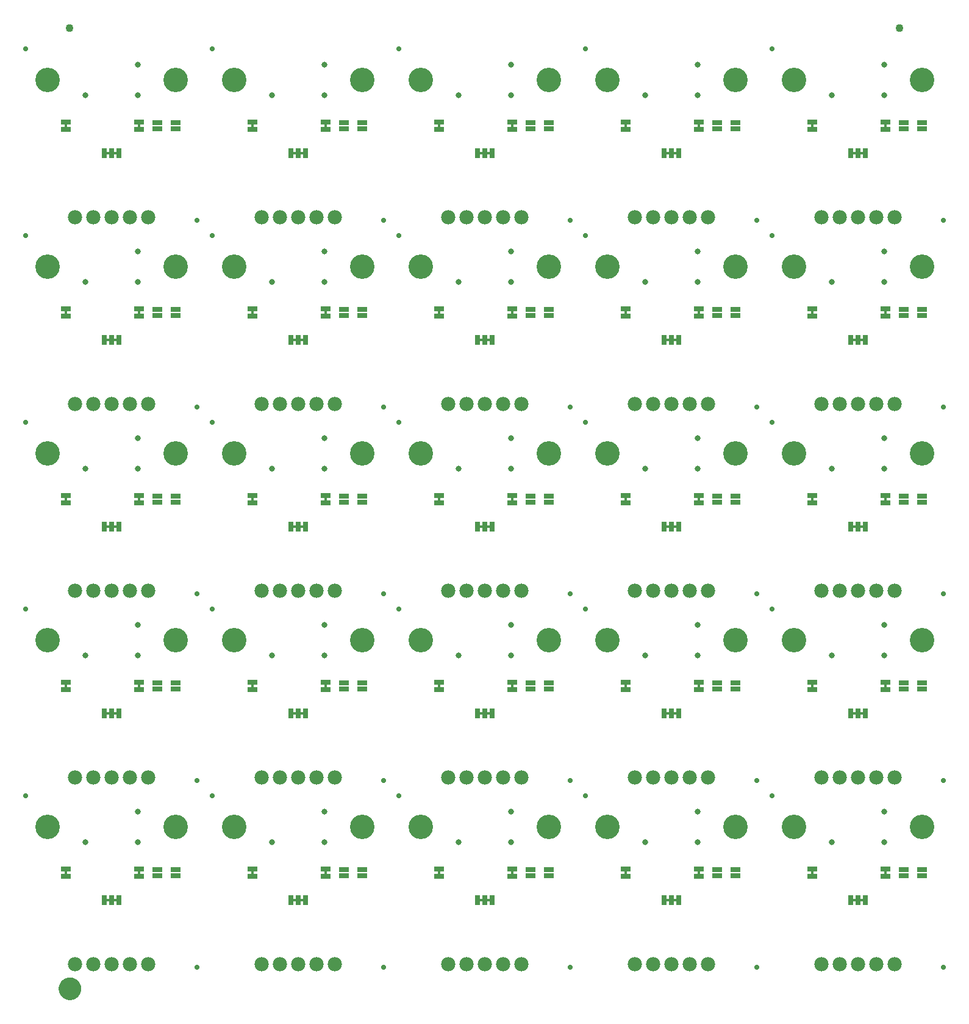
<source format=gbs>
G04 EAGLE Gerber RS-274X export*
G75*
%MOMM*%
%FSLAX34Y34*%
%LPD*%
%INSoldermask Bottom*%
%IPPOS*%
%AMOC8*
5,1,8,0,0,1.08239X$1,22.5*%
G01*
%ADD10C,3.402000*%
%ADD11C,0.735000*%
%ADD12R,1.370000X0.760400*%
%ADD13C,1.979600*%
%ADD14R,0.760400X1.370000*%
%ADD15C,0.800000*%
%ADD16R,1.370000X0.735000*%
%ADD17C,1.100000*%
%ADD18C,1.270000*%
%ADD19C,1.600000*%

G36*
X166435Y655332D02*
X166435Y655332D01*
X166501Y655334D01*
X166544Y655352D01*
X166591Y655360D01*
X166648Y655394D01*
X166708Y655419D01*
X166743Y655450D01*
X166784Y655475D01*
X166826Y655526D01*
X166874Y655570D01*
X166896Y655612D01*
X166925Y655649D01*
X166946Y655711D01*
X166977Y655770D01*
X166985Y655824D01*
X166997Y655861D01*
X166996Y655901D01*
X167004Y655955D01*
X167004Y659765D01*
X166993Y659830D01*
X166991Y659896D01*
X166973Y659939D01*
X166965Y659986D01*
X166931Y660043D01*
X166906Y660103D01*
X166875Y660138D01*
X166850Y660179D01*
X166799Y660221D01*
X166755Y660269D01*
X166713Y660291D01*
X166676Y660320D01*
X166614Y660341D01*
X166555Y660372D01*
X166501Y660380D01*
X166464Y660392D01*
X166424Y660391D01*
X166370Y660399D01*
X163830Y660399D01*
X163765Y660388D01*
X163699Y660386D01*
X163656Y660368D01*
X163609Y660360D01*
X163552Y660326D01*
X163492Y660301D01*
X163457Y660270D01*
X163416Y660245D01*
X163375Y660194D01*
X163326Y660150D01*
X163304Y660108D01*
X163275Y660071D01*
X163254Y660009D01*
X163223Y659950D01*
X163215Y659896D01*
X163203Y659859D01*
X163203Y659855D01*
X163203Y659854D01*
X163204Y659819D01*
X163196Y659765D01*
X163196Y655955D01*
X163207Y655890D01*
X163209Y655824D01*
X163227Y655781D01*
X163235Y655734D01*
X163269Y655677D01*
X163294Y655617D01*
X163325Y655582D01*
X163350Y655541D01*
X163401Y655500D01*
X163445Y655451D01*
X163487Y655429D01*
X163524Y655400D01*
X163586Y655379D01*
X163645Y655348D01*
X163699Y655340D01*
X163736Y655328D01*
X163776Y655329D01*
X163830Y655321D01*
X166370Y655321D01*
X166435Y655332D01*
G37*
G36*
X1202755Y655332D02*
X1202755Y655332D01*
X1202821Y655334D01*
X1202864Y655352D01*
X1202911Y655360D01*
X1202968Y655394D01*
X1203028Y655419D01*
X1203063Y655450D01*
X1203104Y655475D01*
X1203146Y655526D01*
X1203194Y655570D01*
X1203216Y655612D01*
X1203245Y655649D01*
X1203266Y655711D01*
X1203297Y655770D01*
X1203305Y655824D01*
X1203317Y655861D01*
X1203316Y655901D01*
X1203324Y655955D01*
X1203324Y659765D01*
X1203313Y659830D01*
X1203311Y659896D01*
X1203293Y659939D01*
X1203285Y659986D01*
X1203251Y660043D01*
X1203226Y660103D01*
X1203195Y660138D01*
X1203170Y660179D01*
X1203119Y660221D01*
X1203075Y660269D01*
X1203033Y660291D01*
X1202996Y660320D01*
X1202934Y660341D01*
X1202875Y660372D01*
X1202821Y660380D01*
X1202784Y660392D01*
X1202744Y660391D01*
X1202690Y660399D01*
X1200150Y660399D01*
X1200085Y660388D01*
X1200019Y660386D01*
X1199976Y660368D01*
X1199929Y660360D01*
X1199872Y660326D01*
X1199812Y660301D01*
X1199777Y660270D01*
X1199736Y660245D01*
X1199695Y660194D01*
X1199646Y660150D01*
X1199624Y660108D01*
X1199595Y660071D01*
X1199574Y660009D01*
X1199543Y659950D01*
X1199535Y659896D01*
X1199523Y659859D01*
X1199523Y659855D01*
X1199523Y659854D01*
X1199524Y659819D01*
X1199516Y659765D01*
X1199516Y655955D01*
X1199527Y655890D01*
X1199529Y655824D01*
X1199547Y655781D01*
X1199555Y655734D01*
X1199589Y655677D01*
X1199614Y655617D01*
X1199645Y655582D01*
X1199670Y655541D01*
X1199721Y655500D01*
X1199765Y655451D01*
X1199807Y655429D01*
X1199844Y655400D01*
X1199906Y655379D01*
X1199965Y655348D01*
X1200019Y655340D01*
X1200056Y655328D01*
X1200096Y655329D01*
X1200150Y655321D01*
X1202690Y655321D01*
X1202755Y655332D01*
G37*
G36*
X943675Y655332D02*
X943675Y655332D01*
X943741Y655334D01*
X943784Y655352D01*
X943831Y655360D01*
X943888Y655394D01*
X943948Y655419D01*
X943983Y655450D01*
X944024Y655475D01*
X944066Y655526D01*
X944114Y655570D01*
X944136Y655612D01*
X944165Y655649D01*
X944186Y655711D01*
X944217Y655770D01*
X944225Y655824D01*
X944237Y655861D01*
X944236Y655901D01*
X944244Y655955D01*
X944244Y659765D01*
X944233Y659830D01*
X944231Y659896D01*
X944213Y659939D01*
X944205Y659986D01*
X944171Y660043D01*
X944146Y660103D01*
X944115Y660138D01*
X944090Y660179D01*
X944039Y660221D01*
X943995Y660269D01*
X943953Y660291D01*
X943916Y660320D01*
X943854Y660341D01*
X943795Y660372D01*
X943741Y660380D01*
X943704Y660392D01*
X943664Y660391D01*
X943610Y660399D01*
X941070Y660399D01*
X941005Y660388D01*
X940939Y660386D01*
X940896Y660368D01*
X940849Y660360D01*
X940792Y660326D01*
X940732Y660301D01*
X940697Y660270D01*
X940656Y660245D01*
X940615Y660194D01*
X940566Y660150D01*
X940544Y660108D01*
X940515Y660071D01*
X940494Y660009D01*
X940463Y659950D01*
X940455Y659896D01*
X940443Y659859D01*
X940443Y659855D01*
X940443Y659854D01*
X940444Y659819D01*
X940436Y659765D01*
X940436Y655955D01*
X940447Y655890D01*
X940449Y655824D01*
X940467Y655781D01*
X940475Y655734D01*
X940509Y655677D01*
X940534Y655617D01*
X940565Y655582D01*
X940590Y655541D01*
X940641Y655500D01*
X940685Y655451D01*
X940727Y655429D01*
X940764Y655400D01*
X940826Y655379D01*
X940885Y655348D01*
X940939Y655340D01*
X940976Y655328D01*
X941016Y655329D01*
X941070Y655321D01*
X943610Y655321D01*
X943675Y655332D01*
G37*
G36*
X425515Y655332D02*
X425515Y655332D01*
X425581Y655334D01*
X425624Y655352D01*
X425671Y655360D01*
X425728Y655394D01*
X425788Y655419D01*
X425823Y655450D01*
X425864Y655475D01*
X425906Y655526D01*
X425954Y655570D01*
X425976Y655612D01*
X426005Y655649D01*
X426026Y655711D01*
X426057Y655770D01*
X426065Y655824D01*
X426077Y655861D01*
X426076Y655901D01*
X426084Y655955D01*
X426084Y659765D01*
X426073Y659830D01*
X426071Y659896D01*
X426053Y659939D01*
X426045Y659986D01*
X426011Y660043D01*
X425986Y660103D01*
X425955Y660138D01*
X425930Y660179D01*
X425879Y660221D01*
X425835Y660269D01*
X425793Y660291D01*
X425756Y660320D01*
X425694Y660341D01*
X425635Y660372D01*
X425581Y660380D01*
X425544Y660392D01*
X425504Y660391D01*
X425450Y660399D01*
X422910Y660399D01*
X422845Y660388D01*
X422779Y660386D01*
X422736Y660368D01*
X422689Y660360D01*
X422632Y660326D01*
X422572Y660301D01*
X422537Y660270D01*
X422496Y660245D01*
X422455Y660194D01*
X422406Y660150D01*
X422384Y660108D01*
X422355Y660071D01*
X422334Y660009D01*
X422303Y659950D01*
X422295Y659896D01*
X422283Y659859D01*
X422283Y659855D01*
X422283Y659854D01*
X422284Y659819D01*
X422276Y659765D01*
X422276Y655955D01*
X422287Y655890D01*
X422289Y655824D01*
X422307Y655781D01*
X422315Y655734D01*
X422349Y655677D01*
X422374Y655617D01*
X422405Y655582D01*
X422430Y655541D01*
X422481Y655500D01*
X422525Y655451D01*
X422567Y655429D01*
X422604Y655400D01*
X422666Y655379D01*
X422725Y655348D01*
X422779Y655340D01*
X422816Y655328D01*
X422856Y655329D01*
X422910Y655321D01*
X425450Y655321D01*
X425515Y655332D01*
G37*
G36*
X64835Y655332D02*
X64835Y655332D01*
X64901Y655334D01*
X64944Y655352D01*
X64991Y655360D01*
X65048Y655394D01*
X65108Y655419D01*
X65143Y655450D01*
X65184Y655475D01*
X65226Y655526D01*
X65274Y655570D01*
X65296Y655612D01*
X65325Y655649D01*
X65346Y655711D01*
X65377Y655770D01*
X65385Y655824D01*
X65397Y655861D01*
X65396Y655901D01*
X65404Y655955D01*
X65404Y659765D01*
X65393Y659830D01*
X65391Y659896D01*
X65373Y659939D01*
X65365Y659986D01*
X65331Y660043D01*
X65306Y660103D01*
X65275Y660138D01*
X65250Y660179D01*
X65199Y660221D01*
X65155Y660269D01*
X65113Y660291D01*
X65076Y660320D01*
X65014Y660341D01*
X64955Y660372D01*
X64901Y660380D01*
X64864Y660392D01*
X64824Y660391D01*
X64770Y660399D01*
X62230Y660399D01*
X62165Y660388D01*
X62099Y660386D01*
X62056Y660368D01*
X62009Y660360D01*
X61952Y660326D01*
X61892Y660301D01*
X61857Y660270D01*
X61816Y660245D01*
X61775Y660194D01*
X61726Y660150D01*
X61704Y660108D01*
X61675Y660071D01*
X61654Y660009D01*
X61623Y659950D01*
X61615Y659896D01*
X61603Y659859D01*
X61603Y659855D01*
X61603Y659854D01*
X61604Y659819D01*
X61596Y659765D01*
X61596Y655955D01*
X61607Y655890D01*
X61609Y655824D01*
X61627Y655781D01*
X61635Y655734D01*
X61669Y655677D01*
X61694Y655617D01*
X61725Y655582D01*
X61750Y655541D01*
X61801Y655500D01*
X61845Y655451D01*
X61887Y655429D01*
X61924Y655400D01*
X61986Y655379D01*
X62045Y655348D01*
X62099Y655340D01*
X62136Y655328D01*
X62176Y655329D01*
X62230Y655321D01*
X64770Y655321D01*
X64835Y655332D01*
G37*
G36*
X323915Y655332D02*
X323915Y655332D01*
X323981Y655334D01*
X324024Y655352D01*
X324071Y655360D01*
X324128Y655394D01*
X324188Y655419D01*
X324223Y655450D01*
X324264Y655475D01*
X324306Y655526D01*
X324354Y655570D01*
X324376Y655612D01*
X324405Y655649D01*
X324426Y655711D01*
X324457Y655770D01*
X324465Y655824D01*
X324477Y655861D01*
X324476Y655901D01*
X324484Y655955D01*
X324484Y659765D01*
X324473Y659830D01*
X324471Y659896D01*
X324453Y659939D01*
X324445Y659986D01*
X324411Y660043D01*
X324386Y660103D01*
X324355Y660138D01*
X324330Y660179D01*
X324279Y660221D01*
X324235Y660269D01*
X324193Y660291D01*
X324156Y660320D01*
X324094Y660341D01*
X324035Y660372D01*
X323981Y660380D01*
X323944Y660392D01*
X323904Y660391D01*
X323850Y660399D01*
X321310Y660399D01*
X321245Y660388D01*
X321179Y660386D01*
X321136Y660368D01*
X321089Y660360D01*
X321032Y660326D01*
X320972Y660301D01*
X320937Y660270D01*
X320896Y660245D01*
X320855Y660194D01*
X320806Y660150D01*
X320784Y660108D01*
X320755Y660071D01*
X320734Y660009D01*
X320703Y659950D01*
X320695Y659896D01*
X320683Y659859D01*
X320683Y659855D01*
X320683Y659854D01*
X320684Y659819D01*
X320676Y659765D01*
X320676Y655955D01*
X320687Y655890D01*
X320689Y655824D01*
X320707Y655781D01*
X320715Y655734D01*
X320749Y655677D01*
X320774Y655617D01*
X320805Y655582D01*
X320830Y655541D01*
X320881Y655500D01*
X320925Y655451D01*
X320967Y655429D01*
X321004Y655400D01*
X321066Y655379D01*
X321125Y655348D01*
X321179Y655340D01*
X321216Y655328D01*
X321256Y655329D01*
X321310Y655321D01*
X323850Y655321D01*
X323915Y655332D01*
G37*
G36*
X1101155Y655332D02*
X1101155Y655332D01*
X1101221Y655334D01*
X1101264Y655352D01*
X1101311Y655360D01*
X1101368Y655394D01*
X1101428Y655419D01*
X1101463Y655450D01*
X1101504Y655475D01*
X1101546Y655526D01*
X1101594Y655570D01*
X1101616Y655612D01*
X1101645Y655649D01*
X1101666Y655711D01*
X1101697Y655770D01*
X1101705Y655824D01*
X1101717Y655861D01*
X1101716Y655901D01*
X1101724Y655955D01*
X1101724Y659765D01*
X1101713Y659830D01*
X1101711Y659896D01*
X1101693Y659939D01*
X1101685Y659986D01*
X1101651Y660043D01*
X1101626Y660103D01*
X1101595Y660138D01*
X1101570Y660179D01*
X1101519Y660221D01*
X1101475Y660269D01*
X1101433Y660291D01*
X1101396Y660320D01*
X1101334Y660341D01*
X1101275Y660372D01*
X1101221Y660380D01*
X1101184Y660392D01*
X1101144Y660391D01*
X1101090Y660399D01*
X1098550Y660399D01*
X1098485Y660388D01*
X1098419Y660386D01*
X1098376Y660368D01*
X1098329Y660360D01*
X1098272Y660326D01*
X1098212Y660301D01*
X1098177Y660270D01*
X1098136Y660245D01*
X1098095Y660194D01*
X1098046Y660150D01*
X1098024Y660108D01*
X1097995Y660071D01*
X1097974Y660009D01*
X1097943Y659950D01*
X1097935Y659896D01*
X1097923Y659859D01*
X1097923Y659855D01*
X1097923Y659854D01*
X1097924Y659819D01*
X1097916Y659765D01*
X1097916Y655955D01*
X1097927Y655890D01*
X1097929Y655824D01*
X1097947Y655781D01*
X1097955Y655734D01*
X1097989Y655677D01*
X1098014Y655617D01*
X1098045Y655582D01*
X1098070Y655541D01*
X1098121Y655500D01*
X1098165Y655451D01*
X1098207Y655429D01*
X1098244Y655400D01*
X1098306Y655379D01*
X1098365Y655348D01*
X1098419Y655340D01*
X1098456Y655328D01*
X1098496Y655329D01*
X1098550Y655321D01*
X1101090Y655321D01*
X1101155Y655332D01*
G37*
G36*
X842075Y655332D02*
X842075Y655332D01*
X842141Y655334D01*
X842184Y655352D01*
X842231Y655360D01*
X842288Y655394D01*
X842348Y655419D01*
X842383Y655450D01*
X842424Y655475D01*
X842466Y655526D01*
X842514Y655570D01*
X842536Y655612D01*
X842565Y655649D01*
X842586Y655711D01*
X842617Y655770D01*
X842625Y655824D01*
X842637Y655861D01*
X842636Y655901D01*
X842644Y655955D01*
X842644Y659765D01*
X842633Y659830D01*
X842631Y659896D01*
X842613Y659939D01*
X842605Y659986D01*
X842571Y660043D01*
X842546Y660103D01*
X842515Y660138D01*
X842490Y660179D01*
X842439Y660221D01*
X842395Y660269D01*
X842353Y660291D01*
X842316Y660320D01*
X842254Y660341D01*
X842195Y660372D01*
X842141Y660380D01*
X842104Y660392D01*
X842064Y660391D01*
X842010Y660399D01*
X839470Y660399D01*
X839405Y660388D01*
X839339Y660386D01*
X839296Y660368D01*
X839249Y660360D01*
X839192Y660326D01*
X839132Y660301D01*
X839097Y660270D01*
X839056Y660245D01*
X839015Y660194D01*
X838966Y660150D01*
X838944Y660108D01*
X838915Y660071D01*
X838894Y660009D01*
X838863Y659950D01*
X838855Y659896D01*
X838843Y659859D01*
X838843Y659855D01*
X838843Y659854D01*
X838844Y659819D01*
X838836Y659765D01*
X838836Y655955D01*
X838847Y655890D01*
X838849Y655824D01*
X838867Y655781D01*
X838875Y655734D01*
X838909Y655677D01*
X838934Y655617D01*
X838965Y655582D01*
X838990Y655541D01*
X839041Y655500D01*
X839085Y655451D01*
X839127Y655429D01*
X839164Y655400D01*
X839226Y655379D01*
X839285Y655348D01*
X839339Y655340D01*
X839376Y655328D01*
X839416Y655329D01*
X839470Y655321D01*
X842010Y655321D01*
X842075Y655332D01*
G37*
G36*
X684595Y655332D02*
X684595Y655332D01*
X684661Y655334D01*
X684704Y655352D01*
X684751Y655360D01*
X684808Y655394D01*
X684868Y655419D01*
X684903Y655450D01*
X684944Y655475D01*
X684986Y655526D01*
X685034Y655570D01*
X685056Y655612D01*
X685085Y655649D01*
X685106Y655711D01*
X685137Y655770D01*
X685145Y655824D01*
X685157Y655861D01*
X685156Y655901D01*
X685164Y655955D01*
X685164Y659765D01*
X685153Y659830D01*
X685151Y659896D01*
X685133Y659939D01*
X685125Y659986D01*
X685091Y660043D01*
X685066Y660103D01*
X685035Y660138D01*
X685010Y660179D01*
X684959Y660221D01*
X684915Y660269D01*
X684873Y660291D01*
X684836Y660320D01*
X684774Y660341D01*
X684715Y660372D01*
X684661Y660380D01*
X684624Y660392D01*
X684584Y660391D01*
X684530Y660399D01*
X681990Y660399D01*
X681925Y660388D01*
X681859Y660386D01*
X681816Y660368D01*
X681769Y660360D01*
X681712Y660326D01*
X681652Y660301D01*
X681617Y660270D01*
X681576Y660245D01*
X681535Y660194D01*
X681486Y660150D01*
X681464Y660108D01*
X681435Y660071D01*
X681414Y660009D01*
X681383Y659950D01*
X681375Y659896D01*
X681363Y659859D01*
X681363Y659855D01*
X681363Y659854D01*
X681364Y659819D01*
X681356Y659765D01*
X681356Y655955D01*
X681367Y655890D01*
X681369Y655824D01*
X681387Y655781D01*
X681395Y655734D01*
X681429Y655677D01*
X681454Y655617D01*
X681485Y655582D01*
X681510Y655541D01*
X681561Y655500D01*
X681605Y655451D01*
X681647Y655429D01*
X681684Y655400D01*
X681746Y655379D01*
X681805Y655348D01*
X681859Y655340D01*
X681896Y655328D01*
X681936Y655329D01*
X681990Y655321D01*
X684530Y655321D01*
X684595Y655332D01*
G37*
G36*
X582995Y655332D02*
X582995Y655332D01*
X583061Y655334D01*
X583104Y655352D01*
X583151Y655360D01*
X583208Y655394D01*
X583268Y655419D01*
X583303Y655450D01*
X583344Y655475D01*
X583386Y655526D01*
X583434Y655570D01*
X583456Y655612D01*
X583485Y655649D01*
X583506Y655711D01*
X583537Y655770D01*
X583545Y655824D01*
X583557Y655861D01*
X583556Y655901D01*
X583564Y655955D01*
X583564Y659765D01*
X583553Y659830D01*
X583551Y659896D01*
X583533Y659939D01*
X583525Y659986D01*
X583491Y660043D01*
X583466Y660103D01*
X583435Y660138D01*
X583410Y660179D01*
X583359Y660221D01*
X583315Y660269D01*
X583273Y660291D01*
X583236Y660320D01*
X583174Y660341D01*
X583115Y660372D01*
X583061Y660380D01*
X583024Y660392D01*
X582984Y660391D01*
X582930Y660399D01*
X580390Y660399D01*
X580325Y660388D01*
X580259Y660386D01*
X580216Y660368D01*
X580169Y660360D01*
X580112Y660326D01*
X580052Y660301D01*
X580017Y660270D01*
X579976Y660245D01*
X579935Y660194D01*
X579886Y660150D01*
X579864Y660108D01*
X579835Y660071D01*
X579814Y660009D01*
X579783Y659950D01*
X579775Y659896D01*
X579763Y659859D01*
X579763Y659855D01*
X579763Y659854D01*
X579764Y659819D01*
X579756Y659765D01*
X579756Y655955D01*
X579767Y655890D01*
X579769Y655824D01*
X579787Y655781D01*
X579795Y655734D01*
X579829Y655677D01*
X579854Y655617D01*
X579885Y655582D01*
X579910Y655541D01*
X579961Y655500D01*
X580005Y655451D01*
X580047Y655429D01*
X580084Y655400D01*
X580146Y655379D01*
X580205Y655348D01*
X580259Y655340D01*
X580296Y655328D01*
X580336Y655329D01*
X580390Y655321D01*
X582930Y655321D01*
X582995Y655332D01*
G37*
G36*
X323915Y1173492D02*
X323915Y1173492D01*
X323981Y1173494D01*
X324024Y1173512D01*
X324071Y1173520D01*
X324128Y1173554D01*
X324188Y1173579D01*
X324223Y1173610D01*
X324264Y1173635D01*
X324306Y1173686D01*
X324354Y1173730D01*
X324376Y1173772D01*
X324405Y1173809D01*
X324426Y1173871D01*
X324457Y1173930D01*
X324465Y1173984D01*
X324477Y1174021D01*
X324476Y1174061D01*
X324484Y1174115D01*
X324484Y1177925D01*
X324473Y1177990D01*
X324471Y1178056D01*
X324453Y1178099D01*
X324445Y1178146D01*
X324411Y1178203D01*
X324386Y1178263D01*
X324355Y1178298D01*
X324330Y1178339D01*
X324279Y1178381D01*
X324235Y1178429D01*
X324193Y1178451D01*
X324156Y1178480D01*
X324094Y1178501D01*
X324035Y1178532D01*
X323981Y1178540D01*
X323944Y1178552D01*
X323904Y1178551D01*
X323850Y1178559D01*
X321310Y1178559D01*
X321245Y1178548D01*
X321179Y1178546D01*
X321136Y1178528D01*
X321089Y1178520D01*
X321032Y1178486D01*
X320972Y1178461D01*
X320937Y1178430D01*
X320896Y1178405D01*
X320855Y1178354D01*
X320806Y1178310D01*
X320784Y1178268D01*
X320755Y1178231D01*
X320734Y1178169D01*
X320703Y1178110D01*
X320695Y1178056D01*
X320683Y1178019D01*
X320683Y1178015D01*
X320683Y1178014D01*
X320684Y1177979D01*
X320676Y1177925D01*
X320676Y1174115D01*
X320687Y1174050D01*
X320689Y1173984D01*
X320707Y1173941D01*
X320715Y1173894D01*
X320749Y1173837D01*
X320774Y1173777D01*
X320805Y1173742D01*
X320830Y1173701D01*
X320881Y1173660D01*
X320925Y1173611D01*
X320967Y1173589D01*
X321004Y1173560D01*
X321066Y1173539D01*
X321125Y1173508D01*
X321179Y1173500D01*
X321216Y1173488D01*
X321256Y1173489D01*
X321310Y1173481D01*
X323850Y1173481D01*
X323915Y1173492D01*
G37*
G36*
X684595Y137172D02*
X684595Y137172D01*
X684661Y137174D01*
X684704Y137192D01*
X684751Y137200D01*
X684808Y137234D01*
X684868Y137259D01*
X684903Y137290D01*
X684944Y137315D01*
X684986Y137366D01*
X685034Y137410D01*
X685056Y137452D01*
X685085Y137489D01*
X685106Y137551D01*
X685137Y137610D01*
X685145Y137664D01*
X685157Y137701D01*
X685156Y137741D01*
X685164Y137795D01*
X685164Y141605D01*
X685153Y141670D01*
X685151Y141736D01*
X685133Y141779D01*
X685125Y141826D01*
X685091Y141883D01*
X685066Y141943D01*
X685035Y141978D01*
X685010Y142019D01*
X684959Y142061D01*
X684915Y142109D01*
X684873Y142131D01*
X684836Y142160D01*
X684774Y142181D01*
X684715Y142212D01*
X684661Y142220D01*
X684624Y142232D01*
X684584Y142231D01*
X684530Y142239D01*
X681990Y142239D01*
X681925Y142228D01*
X681859Y142226D01*
X681816Y142208D01*
X681769Y142200D01*
X681712Y142166D01*
X681652Y142141D01*
X681617Y142110D01*
X681576Y142085D01*
X681535Y142034D01*
X681486Y141990D01*
X681464Y141948D01*
X681435Y141911D01*
X681414Y141849D01*
X681383Y141790D01*
X681375Y141736D01*
X681363Y141699D01*
X681363Y141695D01*
X681363Y141694D01*
X681364Y141659D01*
X681356Y141605D01*
X681356Y137795D01*
X681367Y137730D01*
X681369Y137664D01*
X681387Y137621D01*
X681395Y137574D01*
X681429Y137517D01*
X681454Y137457D01*
X681485Y137422D01*
X681510Y137381D01*
X681561Y137340D01*
X681605Y137291D01*
X681647Y137269D01*
X681684Y137240D01*
X681746Y137219D01*
X681805Y137188D01*
X681859Y137180D01*
X681896Y137168D01*
X681936Y137169D01*
X681990Y137161D01*
X684530Y137161D01*
X684595Y137172D01*
G37*
G36*
X582995Y396252D02*
X582995Y396252D01*
X583061Y396254D01*
X583104Y396272D01*
X583151Y396280D01*
X583208Y396314D01*
X583268Y396339D01*
X583303Y396370D01*
X583344Y396395D01*
X583386Y396446D01*
X583434Y396490D01*
X583456Y396532D01*
X583485Y396569D01*
X583506Y396631D01*
X583537Y396690D01*
X583545Y396744D01*
X583557Y396781D01*
X583556Y396821D01*
X583564Y396875D01*
X583564Y400685D01*
X583553Y400750D01*
X583551Y400816D01*
X583533Y400859D01*
X583525Y400906D01*
X583491Y400963D01*
X583466Y401023D01*
X583435Y401058D01*
X583410Y401099D01*
X583359Y401141D01*
X583315Y401189D01*
X583273Y401211D01*
X583236Y401240D01*
X583174Y401261D01*
X583115Y401292D01*
X583061Y401300D01*
X583024Y401312D01*
X582984Y401311D01*
X582930Y401319D01*
X580390Y401319D01*
X580325Y401308D01*
X580259Y401306D01*
X580216Y401288D01*
X580169Y401280D01*
X580112Y401246D01*
X580052Y401221D01*
X580017Y401190D01*
X579976Y401165D01*
X579935Y401114D01*
X579886Y401070D01*
X579864Y401028D01*
X579835Y400991D01*
X579814Y400929D01*
X579783Y400870D01*
X579775Y400816D01*
X579763Y400779D01*
X579763Y400775D01*
X579763Y400774D01*
X579764Y400739D01*
X579756Y400685D01*
X579756Y396875D01*
X579767Y396810D01*
X579769Y396744D01*
X579787Y396701D01*
X579795Y396654D01*
X579829Y396597D01*
X579854Y396537D01*
X579885Y396502D01*
X579910Y396461D01*
X579961Y396420D01*
X580005Y396371D01*
X580047Y396349D01*
X580084Y396320D01*
X580146Y396299D01*
X580205Y396268D01*
X580259Y396260D01*
X580296Y396248D01*
X580336Y396249D01*
X580390Y396241D01*
X582930Y396241D01*
X582995Y396252D01*
G37*
G36*
X842075Y914412D02*
X842075Y914412D01*
X842141Y914414D01*
X842184Y914432D01*
X842231Y914440D01*
X842288Y914474D01*
X842348Y914499D01*
X842383Y914530D01*
X842424Y914555D01*
X842466Y914606D01*
X842514Y914650D01*
X842536Y914692D01*
X842565Y914729D01*
X842586Y914791D01*
X842617Y914850D01*
X842625Y914904D01*
X842637Y914941D01*
X842636Y914981D01*
X842644Y915035D01*
X842644Y918845D01*
X842633Y918910D01*
X842631Y918976D01*
X842613Y919019D01*
X842605Y919066D01*
X842571Y919123D01*
X842546Y919183D01*
X842515Y919218D01*
X842490Y919259D01*
X842439Y919301D01*
X842395Y919349D01*
X842353Y919371D01*
X842316Y919400D01*
X842254Y919421D01*
X842195Y919452D01*
X842141Y919460D01*
X842104Y919472D01*
X842064Y919471D01*
X842010Y919479D01*
X839470Y919479D01*
X839405Y919468D01*
X839339Y919466D01*
X839296Y919448D01*
X839249Y919440D01*
X839192Y919406D01*
X839132Y919381D01*
X839097Y919350D01*
X839056Y919325D01*
X839015Y919274D01*
X838966Y919230D01*
X838944Y919188D01*
X838915Y919151D01*
X838894Y919089D01*
X838863Y919030D01*
X838855Y918976D01*
X838843Y918939D01*
X838843Y918935D01*
X838843Y918934D01*
X838844Y918899D01*
X838836Y918845D01*
X838836Y915035D01*
X838847Y914970D01*
X838849Y914904D01*
X838867Y914861D01*
X838875Y914814D01*
X838909Y914757D01*
X838934Y914697D01*
X838965Y914662D01*
X838990Y914621D01*
X839041Y914580D01*
X839085Y914531D01*
X839127Y914509D01*
X839164Y914480D01*
X839226Y914459D01*
X839285Y914428D01*
X839339Y914420D01*
X839376Y914408D01*
X839416Y914409D01*
X839470Y914401D01*
X842010Y914401D01*
X842075Y914412D01*
G37*
G36*
X166435Y396252D02*
X166435Y396252D01*
X166501Y396254D01*
X166544Y396272D01*
X166591Y396280D01*
X166648Y396314D01*
X166708Y396339D01*
X166743Y396370D01*
X166784Y396395D01*
X166826Y396446D01*
X166874Y396490D01*
X166896Y396532D01*
X166925Y396569D01*
X166946Y396631D01*
X166977Y396690D01*
X166985Y396744D01*
X166997Y396781D01*
X166996Y396821D01*
X167004Y396875D01*
X167004Y400685D01*
X166993Y400750D01*
X166991Y400816D01*
X166973Y400859D01*
X166965Y400906D01*
X166931Y400963D01*
X166906Y401023D01*
X166875Y401058D01*
X166850Y401099D01*
X166799Y401141D01*
X166755Y401189D01*
X166713Y401211D01*
X166676Y401240D01*
X166614Y401261D01*
X166555Y401292D01*
X166501Y401300D01*
X166464Y401312D01*
X166424Y401311D01*
X166370Y401319D01*
X163830Y401319D01*
X163765Y401308D01*
X163699Y401306D01*
X163656Y401288D01*
X163609Y401280D01*
X163552Y401246D01*
X163492Y401221D01*
X163457Y401190D01*
X163416Y401165D01*
X163375Y401114D01*
X163326Y401070D01*
X163304Y401028D01*
X163275Y400991D01*
X163254Y400929D01*
X163223Y400870D01*
X163215Y400816D01*
X163203Y400779D01*
X163203Y400775D01*
X163203Y400774D01*
X163204Y400739D01*
X163196Y400685D01*
X163196Y396875D01*
X163207Y396810D01*
X163209Y396744D01*
X163227Y396701D01*
X163235Y396654D01*
X163269Y396597D01*
X163294Y396537D01*
X163325Y396502D01*
X163350Y396461D01*
X163401Y396420D01*
X163445Y396371D01*
X163487Y396349D01*
X163524Y396320D01*
X163586Y396299D01*
X163645Y396268D01*
X163699Y396260D01*
X163736Y396248D01*
X163776Y396249D01*
X163830Y396241D01*
X166370Y396241D01*
X166435Y396252D01*
G37*
G36*
X1202755Y396252D02*
X1202755Y396252D01*
X1202821Y396254D01*
X1202864Y396272D01*
X1202911Y396280D01*
X1202968Y396314D01*
X1203028Y396339D01*
X1203063Y396370D01*
X1203104Y396395D01*
X1203146Y396446D01*
X1203194Y396490D01*
X1203216Y396532D01*
X1203245Y396569D01*
X1203266Y396631D01*
X1203297Y396690D01*
X1203305Y396744D01*
X1203317Y396781D01*
X1203316Y396821D01*
X1203324Y396875D01*
X1203324Y400685D01*
X1203313Y400750D01*
X1203311Y400816D01*
X1203293Y400859D01*
X1203285Y400906D01*
X1203251Y400963D01*
X1203226Y401023D01*
X1203195Y401058D01*
X1203170Y401099D01*
X1203119Y401141D01*
X1203075Y401189D01*
X1203033Y401211D01*
X1202996Y401240D01*
X1202934Y401261D01*
X1202875Y401292D01*
X1202821Y401300D01*
X1202784Y401312D01*
X1202744Y401311D01*
X1202690Y401319D01*
X1200150Y401319D01*
X1200085Y401308D01*
X1200019Y401306D01*
X1199976Y401288D01*
X1199929Y401280D01*
X1199872Y401246D01*
X1199812Y401221D01*
X1199777Y401190D01*
X1199736Y401165D01*
X1199695Y401114D01*
X1199646Y401070D01*
X1199624Y401028D01*
X1199595Y400991D01*
X1199574Y400929D01*
X1199543Y400870D01*
X1199535Y400816D01*
X1199523Y400779D01*
X1199523Y400775D01*
X1199523Y400774D01*
X1199524Y400739D01*
X1199516Y400685D01*
X1199516Y396875D01*
X1199527Y396810D01*
X1199529Y396744D01*
X1199547Y396701D01*
X1199555Y396654D01*
X1199589Y396597D01*
X1199614Y396537D01*
X1199645Y396502D01*
X1199670Y396461D01*
X1199721Y396420D01*
X1199765Y396371D01*
X1199807Y396349D01*
X1199844Y396320D01*
X1199906Y396299D01*
X1199965Y396268D01*
X1200019Y396260D01*
X1200056Y396248D01*
X1200096Y396249D01*
X1200150Y396241D01*
X1202690Y396241D01*
X1202755Y396252D01*
G37*
G36*
X64835Y396252D02*
X64835Y396252D01*
X64901Y396254D01*
X64944Y396272D01*
X64991Y396280D01*
X65048Y396314D01*
X65108Y396339D01*
X65143Y396370D01*
X65184Y396395D01*
X65226Y396446D01*
X65274Y396490D01*
X65296Y396532D01*
X65325Y396569D01*
X65346Y396631D01*
X65377Y396690D01*
X65385Y396744D01*
X65397Y396781D01*
X65396Y396821D01*
X65404Y396875D01*
X65404Y400685D01*
X65393Y400750D01*
X65391Y400816D01*
X65373Y400859D01*
X65365Y400906D01*
X65331Y400963D01*
X65306Y401023D01*
X65275Y401058D01*
X65250Y401099D01*
X65199Y401141D01*
X65155Y401189D01*
X65113Y401211D01*
X65076Y401240D01*
X65014Y401261D01*
X64955Y401292D01*
X64901Y401300D01*
X64864Y401312D01*
X64824Y401311D01*
X64770Y401319D01*
X62230Y401319D01*
X62165Y401308D01*
X62099Y401306D01*
X62056Y401288D01*
X62009Y401280D01*
X61952Y401246D01*
X61892Y401221D01*
X61857Y401190D01*
X61816Y401165D01*
X61775Y401114D01*
X61726Y401070D01*
X61704Y401028D01*
X61675Y400991D01*
X61654Y400929D01*
X61623Y400870D01*
X61615Y400816D01*
X61603Y400779D01*
X61603Y400775D01*
X61603Y400774D01*
X61604Y400739D01*
X61596Y400685D01*
X61596Y396875D01*
X61607Y396810D01*
X61609Y396744D01*
X61627Y396701D01*
X61635Y396654D01*
X61669Y396597D01*
X61694Y396537D01*
X61725Y396502D01*
X61750Y396461D01*
X61801Y396420D01*
X61845Y396371D01*
X61887Y396349D01*
X61924Y396320D01*
X61986Y396299D01*
X62045Y396268D01*
X62099Y396260D01*
X62136Y396248D01*
X62176Y396249D01*
X62230Y396241D01*
X64770Y396241D01*
X64835Y396252D01*
G37*
G36*
X425515Y396252D02*
X425515Y396252D01*
X425581Y396254D01*
X425624Y396272D01*
X425671Y396280D01*
X425728Y396314D01*
X425788Y396339D01*
X425823Y396370D01*
X425864Y396395D01*
X425906Y396446D01*
X425954Y396490D01*
X425976Y396532D01*
X426005Y396569D01*
X426026Y396631D01*
X426057Y396690D01*
X426065Y396744D01*
X426077Y396781D01*
X426076Y396821D01*
X426084Y396875D01*
X426084Y400685D01*
X426073Y400750D01*
X426071Y400816D01*
X426053Y400859D01*
X426045Y400906D01*
X426011Y400963D01*
X425986Y401023D01*
X425955Y401058D01*
X425930Y401099D01*
X425879Y401141D01*
X425835Y401189D01*
X425793Y401211D01*
X425756Y401240D01*
X425694Y401261D01*
X425635Y401292D01*
X425581Y401300D01*
X425544Y401312D01*
X425504Y401311D01*
X425450Y401319D01*
X422910Y401319D01*
X422845Y401308D01*
X422779Y401306D01*
X422736Y401288D01*
X422689Y401280D01*
X422632Y401246D01*
X422572Y401221D01*
X422537Y401190D01*
X422496Y401165D01*
X422455Y401114D01*
X422406Y401070D01*
X422384Y401028D01*
X422355Y400991D01*
X422334Y400929D01*
X422303Y400870D01*
X422295Y400816D01*
X422283Y400779D01*
X422283Y400775D01*
X422283Y400774D01*
X422284Y400739D01*
X422276Y400685D01*
X422276Y396875D01*
X422287Y396810D01*
X422289Y396744D01*
X422307Y396701D01*
X422315Y396654D01*
X422349Y396597D01*
X422374Y396537D01*
X422405Y396502D01*
X422430Y396461D01*
X422481Y396420D01*
X422525Y396371D01*
X422567Y396349D01*
X422604Y396320D01*
X422666Y396299D01*
X422725Y396268D01*
X422779Y396260D01*
X422816Y396248D01*
X422856Y396249D01*
X422910Y396241D01*
X425450Y396241D01*
X425515Y396252D01*
G37*
G36*
X842075Y396252D02*
X842075Y396252D01*
X842141Y396254D01*
X842184Y396272D01*
X842231Y396280D01*
X842288Y396314D01*
X842348Y396339D01*
X842383Y396370D01*
X842424Y396395D01*
X842466Y396446D01*
X842514Y396490D01*
X842536Y396532D01*
X842565Y396569D01*
X842586Y396631D01*
X842617Y396690D01*
X842625Y396744D01*
X842637Y396781D01*
X842636Y396821D01*
X842644Y396875D01*
X842644Y400685D01*
X842633Y400750D01*
X842631Y400816D01*
X842613Y400859D01*
X842605Y400906D01*
X842571Y400963D01*
X842546Y401023D01*
X842515Y401058D01*
X842490Y401099D01*
X842439Y401141D01*
X842395Y401189D01*
X842353Y401211D01*
X842316Y401240D01*
X842254Y401261D01*
X842195Y401292D01*
X842141Y401300D01*
X842104Y401312D01*
X842064Y401311D01*
X842010Y401319D01*
X839470Y401319D01*
X839405Y401308D01*
X839339Y401306D01*
X839296Y401288D01*
X839249Y401280D01*
X839192Y401246D01*
X839132Y401221D01*
X839097Y401190D01*
X839056Y401165D01*
X839015Y401114D01*
X838966Y401070D01*
X838944Y401028D01*
X838915Y400991D01*
X838894Y400929D01*
X838863Y400870D01*
X838855Y400816D01*
X838843Y400779D01*
X838843Y400775D01*
X838843Y400774D01*
X838844Y400739D01*
X838836Y400685D01*
X838836Y396875D01*
X838847Y396810D01*
X838849Y396744D01*
X838867Y396701D01*
X838875Y396654D01*
X838909Y396597D01*
X838934Y396537D01*
X838965Y396502D01*
X838990Y396461D01*
X839041Y396420D01*
X839085Y396371D01*
X839127Y396349D01*
X839164Y396320D01*
X839226Y396299D01*
X839285Y396268D01*
X839339Y396260D01*
X839376Y396248D01*
X839416Y396249D01*
X839470Y396241D01*
X842010Y396241D01*
X842075Y396252D01*
G37*
G36*
X684595Y396252D02*
X684595Y396252D01*
X684661Y396254D01*
X684704Y396272D01*
X684751Y396280D01*
X684808Y396314D01*
X684868Y396339D01*
X684903Y396370D01*
X684944Y396395D01*
X684986Y396446D01*
X685034Y396490D01*
X685056Y396532D01*
X685085Y396569D01*
X685106Y396631D01*
X685137Y396690D01*
X685145Y396744D01*
X685157Y396781D01*
X685156Y396821D01*
X685164Y396875D01*
X685164Y400685D01*
X685153Y400750D01*
X685151Y400816D01*
X685133Y400859D01*
X685125Y400906D01*
X685091Y400963D01*
X685066Y401023D01*
X685035Y401058D01*
X685010Y401099D01*
X684959Y401141D01*
X684915Y401189D01*
X684873Y401211D01*
X684836Y401240D01*
X684774Y401261D01*
X684715Y401292D01*
X684661Y401300D01*
X684624Y401312D01*
X684584Y401311D01*
X684530Y401319D01*
X681990Y401319D01*
X681925Y401308D01*
X681859Y401306D01*
X681816Y401288D01*
X681769Y401280D01*
X681712Y401246D01*
X681652Y401221D01*
X681617Y401190D01*
X681576Y401165D01*
X681535Y401114D01*
X681486Y401070D01*
X681464Y401028D01*
X681435Y400991D01*
X681414Y400929D01*
X681383Y400870D01*
X681375Y400816D01*
X681363Y400779D01*
X681363Y400775D01*
X681363Y400774D01*
X681364Y400739D01*
X681356Y400685D01*
X681356Y396875D01*
X681367Y396810D01*
X681369Y396744D01*
X681387Y396701D01*
X681395Y396654D01*
X681429Y396597D01*
X681454Y396537D01*
X681485Y396502D01*
X681510Y396461D01*
X681561Y396420D01*
X681605Y396371D01*
X681647Y396349D01*
X681684Y396320D01*
X681746Y396299D01*
X681805Y396268D01*
X681859Y396260D01*
X681896Y396248D01*
X681936Y396249D01*
X681990Y396241D01*
X684530Y396241D01*
X684595Y396252D01*
G37*
G36*
X425515Y914412D02*
X425515Y914412D01*
X425581Y914414D01*
X425624Y914432D01*
X425671Y914440D01*
X425728Y914474D01*
X425788Y914499D01*
X425823Y914530D01*
X425864Y914555D01*
X425906Y914606D01*
X425954Y914650D01*
X425976Y914692D01*
X426005Y914729D01*
X426026Y914791D01*
X426057Y914850D01*
X426065Y914904D01*
X426077Y914941D01*
X426076Y914981D01*
X426084Y915035D01*
X426084Y918845D01*
X426073Y918910D01*
X426071Y918976D01*
X426053Y919019D01*
X426045Y919066D01*
X426011Y919123D01*
X425986Y919183D01*
X425955Y919218D01*
X425930Y919259D01*
X425879Y919301D01*
X425835Y919349D01*
X425793Y919371D01*
X425756Y919400D01*
X425694Y919421D01*
X425635Y919452D01*
X425581Y919460D01*
X425544Y919472D01*
X425504Y919471D01*
X425450Y919479D01*
X422910Y919479D01*
X422845Y919468D01*
X422779Y919466D01*
X422736Y919448D01*
X422689Y919440D01*
X422632Y919406D01*
X422572Y919381D01*
X422537Y919350D01*
X422496Y919325D01*
X422455Y919274D01*
X422406Y919230D01*
X422384Y919188D01*
X422355Y919151D01*
X422334Y919089D01*
X422303Y919030D01*
X422295Y918976D01*
X422283Y918939D01*
X422283Y918935D01*
X422283Y918934D01*
X422284Y918899D01*
X422276Y918845D01*
X422276Y915035D01*
X422287Y914970D01*
X422289Y914904D01*
X422307Y914861D01*
X422315Y914814D01*
X422349Y914757D01*
X422374Y914697D01*
X422405Y914662D01*
X422430Y914621D01*
X422481Y914580D01*
X422525Y914531D01*
X422567Y914509D01*
X422604Y914480D01*
X422666Y914459D01*
X422725Y914428D01*
X422779Y914420D01*
X422816Y914408D01*
X422856Y914409D01*
X422910Y914401D01*
X425450Y914401D01*
X425515Y914412D01*
G37*
G36*
X1202755Y914412D02*
X1202755Y914412D01*
X1202821Y914414D01*
X1202864Y914432D01*
X1202911Y914440D01*
X1202968Y914474D01*
X1203028Y914499D01*
X1203063Y914530D01*
X1203104Y914555D01*
X1203146Y914606D01*
X1203194Y914650D01*
X1203216Y914692D01*
X1203245Y914729D01*
X1203266Y914791D01*
X1203297Y914850D01*
X1203305Y914904D01*
X1203317Y914941D01*
X1203316Y914981D01*
X1203324Y915035D01*
X1203324Y918845D01*
X1203313Y918910D01*
X1203311Y918976D01*
X1203293Y919019D01*
X1203285Y919066D01*
X1203251Y919123D01*
X1203226Y919183D01*
X1203195Y919218D01*
X1203170Y919259D01*
X1203119Y919301D01*
X1203075Y919349D01*
X1203033Y919371D01*
X1202996Y919400D01*
X1202934Y919421D01*
X1202875Y919452D01*
X1202821Y919460D01*
X1202784Y919472D01*
X1202744Y919471D01*
X1202690Y919479D01*
X1200150Y919479D01*
X1200085Y919468D01*
X1200019Y919466D01*
X1199976Y919448D01*
X1199929Y919440D01*
X1199872Y919406D01*
X1199812Y919381D01*
X1199777Y919350D01*
X1199736Y919325D01*
X1199695Y919274D01*
X1199646Y919230D01*
X1199624Y919188D01*
X1199595Y919151D01*
X1199574Y919089D01*
X1199543Y919030D01*
X1199535Y918976D01*
X1199523Y918939D01*
X1199523Y918935D01*
X1199523Y918934D01*
X1199524Y918899D01*
X1199516Y918845D01*
X1199516Y915035D01*
X1199527Y914970D01*
X1199529Y914904D01*
X1199547Y914861D01*
X1199555Y914814D01*
X1199589Y914757D01*
X1199614Y914697D01*
X1199645Y914662D01*
X1199670Y914621D01*
X1199721Y914580D01*
X1199765Y914531D01*
X1199807Y914509D01*
X1199844Y914480D01*
X1199906Y914459D01*
X1199965Y914428D01*
X1200019Y914420D01*
X1200056Y914408D01*
X1200096Y914409D01*
X1200150Y914401D01*
X1202690Y914401D01*
X1202755Y914412D01*
G37*
G36*
X64835Y914412D02*
X64835Y914412D01*
X64901Y914414D01*
X64944Y914432D01*
X64991Y914440D01*
X65048Y914474D01*
X65108Y914499D01*
X65143Y914530D01*
X65184Y914555D01*
X65226Y914606D01*
X65274Y914650D01*
X65296Y914692D01*
X65325Y914729D01*
X65346Y914791D01*
X65377Y914850D01*
X65385Y914904D01*
X65397Y914941D01*
X65396Y914981D01*
X65404Y915035D01*
X65404Y918845D01*
X65393Y918910D01*
X65391Y918976D01*
X65373Y919019D01*
X65365Y919066D01*
X65331Y919123D01*
X65306Y919183D01*
X65275Y919218D01*
X65250Y919259D01*
X65199Y919301D01*
X65155Y919349D01*
X65113Y919371D01*
X65076Y919400D01*
X65014Y919421D01*
X64955Y919452D01*
X64901Y919460D01*
X64864Y919472D01*
X64824Y919471D01*
X64770Y919479D01*
X62230Y919479D01*
X62165Y919468D01*
X62099Y919466D01*
X62056Y919448D01*
X62009Y919440D01*
X61952Y919406D01*
X61892Y919381D01*
X61857Y919350D01*
X61816Y919325D01*
X61775Y919274D01*
X61726Y919230D01*
X61704Y919188D01*
X61675Y919151D01*
X61654Y919089D01*
X61623Y919030D01*
X61615Y918976D01*
X61603Y918939D01*
X61603Y918935D01*
X61603Y918934D01*
X61604Y918899D01*
X61596Y918845D01*
X61596Y915035D01*
X61607Y914970D01*
X61609Y914904D01*
X61627Y914861D01*
X61635Y914814D01*
X61669Y914757D01*
X61694Y914697D01*
X61725Y914662D01*
X61750Y914621D01*
X61801Y914580D01*
X61845Y914531D01*
X61887Y914509D01*
X61924Y914480D01*
X61986Y914459D01*
X62045Y914428D01*
X62099Y914420D01*
X62136Y914408D01*
X62176Y914409D01*
X62230Y914401D01*
X64770Y914401D01*
X64835Y914412D01*
G37*
G36*
X323915Y914412D02*
X323915Y914412D01*
X323981Y914414D01*
X324024Y914432D01*
X324071Y914440D01*
X324128Y914474D01*
X324188Y914499D01*
X324223Y914530D01*
X324264Y914555D01*
X324306Y914606D01*
X324354Y914650D01*
X324376Y914692D01*
X324405Y914729D01*
X324426Y914791D01*
X324457Y914850D01*
X324465Y914904D01*
X324477Y914941D01*
X324476Y914981D01*
X324484Y915035D01*
X324484Y918845D01*
X324473Y918910D01*
X324471Y918976D01*
X324453Y919019D01*
X324445Y919066D01*
X324411Y919123D01*
X324386Y919183D01*
X324355Y919218D01*
X324330Y919259D01*
X324279Y919301D01*
X324235Y919349D01*
X324193Y919371D01*
X324156Y919400D01*
X324094Y919421D01*
X324035Y919452D01*
X323981Y919460D01*
X323944Y919472D01*
X323904Y919471D01*
X323850Y919479D01*
X321310Y919479D01*
X321245Y919468D01*
X321179Y919466D01*
X321136Y919448D01*
X321089Y919440D01*
X321032Y919406D01*
X320972Y919381D01*
X320937Y919350D01*
X320896Y919325D01*
X320855Y919274D01*
X320806Y919230D01*
X320784Y919188D01*
X320755Y919151D01*
X320734Y919089D01*
X320703Y919030D01*
X320695Y918976D01*
X320683Y918939D01*
X320683Y918935D01*
X320683Y918934D01*
X320684Y918899D01*
X320676Y918845D01*
X320676Y915035D01*
X320687Y914970D01*
X320689Y914904D01*
X320707Y914861D01*
X320715Y914814D01*
X320749Y914757D01*
X320774Y914697D01*
X320805Y914662D01*
X320830Y914621D01*
X320881Y914580D01*
X320925Y914531D01*
X320967Y914509D01*
X321004Y914480D01*
X321066Y914459D01*
X321125Y914428D01*
X321179Y914420D01*
X321216Y914408D01*
X321256Y914409D01*
X321310Y914401D01*
X323850Y914401D01*
X323915Y914412D01*
G37*
G36*
X1101155Y396252D02*
X1101155Y396252D01*
X1101221Y396254D01*
X1101264Y396272D01*
X1101311Y396280D01*
X1101368Y396314D01*
X1101428Y396339D01*
X1101463Y396370D01*
X1101504Y396395D01*
X1101546Y396446D01*
X1101594Y396490D01*
X1101616Y396532D01*
X1101645Y396569D01*
X1101666Y396631D01*
X1101697Y396690D01*
X1101705Y396744D01*
X1101717Y396781D01*
X1101716Y396821D01*
X1101724Y396875D01*
X1101724Y400685D01*
X1101713Y400750D01*
X1101711Y400816D01*
X1101693Y400859D01*
X1101685Y400906D01*
X1101651Y400963D01*
X1101626Y401023D01*
X1101595Y401058D01*
X1101570Y401099D01*
X1101519Y401141D01*
X1101475Y401189D01*
X1101433Y401211D01*
X1101396Y401240D01*
X1101334Y401261D01*
X1101275Y401292D01*
X1101221Y401300D01*
X1101184Y401312D01*
X1101144Y401311D01*
X1101090Y401319D01*
X1098550Y401319D01*
X1098485Y401308D01*
X1098419Y401306D01*
X1098376Y401288D01*
X1098329Y401280D01*
X1098272Y401246D01*
X1098212Y401221D01*
X1098177Y401190D01*
X1098136Y401165D01*
X1098095Y401114D01*
X1098046Y401070D01*
X1098024Y401028D01*
X1097995Y400991D01*
X1097974Y400929D01*
X1097943Y400870D01*
X1097935Y400816D01*
X1097923Y400779D01*
X1097923Y400775D01*
X1097923Y400774D01*
X1097924Y400739D01*
X1097916Y400685D01*
X1097916Y396875D01*
X1097927Y396810D01*
X1097929Y396744D01*
X1097947Y396701D01*
X1097955Y396654D01*
X1097989Y396597D01*
X1098014Y396537D01*
X1098045Y396502D01*
X1098070Y396461D01*
X1098121Y396420D01*
X1098165Y396371D01*
X1098207Y396349D01*
X1098244Y396320D01*
X1098306Y396299D01*
X1098365Y396268D01*
X1098419Y396260D01*
X1098456Y396248D01*
X1098496Y396249D01*
X1098550Y396241D01*
X1101090Y396241D01*
X1101155Y396252D01*
G37*
G36*
X943675Y396252D02*
X943675Y396252D01*
X943741Y396254D01*
X943784Y396272D01*
X943831Y396280D01*
X943888Y396314D01*
X943948Y396339D01*
X943983Y396370D01*
X944024Y396395D01*
X944066Y396446D01*
X944114Y396490D01*
X944136Y396532D01*
X944165Y396569D01*
X944186Y396631D01*
X944217Y396690D01*
X944225Y396744D01*
X944237Y396781D01*
X944236Y396821D01*
X944244Y396875D01*
X944244Y400685D01*
X944233Y400750D01*
X944231Y400816D01*
X944213Y400859D01*
X944205Y400906D01*
X944171Y400963D01*
X944146Y401023D01*
X944115Y401058D01*
X944090Y401099D01*
X944039Y401141D01*
X943995Y401189D01*
X943953Y401211D01*
X943916Y401240D01*
X943854Y401261D01*
X943795Y401292D01*
X943741Y401300D01*
X943704Y401312D01*
X943664Y401311D01*
X943610Y401319D01*
X941070Y401319D01*
X941005Y401308D01*
X940939Y401306D01*
X940896Y401288D01*
X940849Y401280D01*
X940792Y401246D01*
X940732Y401221D01*
X940697Y401190D01*
X940656Y401165D01*
X940615Y401114D01*
X940566Y401070D01*
X940544Y401028D01*
X940515Y400991D01*
X940494Y400929D01*
X940463Y400870D01*
X940455Y400816D01*
X940443Y400779D01*
X940443Y400775D01*
X940443Y400774D01*
X940444Y400739D01*
X940436Y400685D01*
X940436Y396875D01*
X940447Y396810D01*
X940449Y396744D01*
X940467Y396701D01*
X940475Y396654D01*
X940509Y396597D01*
X940534Y396537D01*
X940565Y396502D01*
X940590Y396461D01*
X940641Y396420D01*
X940685Y396371D01*
X940727Y396349D01*
X940764Y396320D01*
X940826Y396299D01*
X940885Y396268D01*
X940939Y396260D01*
X940976Y396248D01*
X941016Y396249D01*
X941070Y396241D01*
X943610Y396241D01*
X943675Y396252D01*
G37*
G36*
X684595Y914412D02*
X684595Y914412D01*
X684661Y914414D01*
X684704Y914432D01*
X684751Y914440D01*
X684808Y914474D01*
X684868Y914499D01*
X684903Y914530D01*
X684944Y914555D01*
X684986Y914606D01*
X685034Y914650D01*
X685056Y914692D01*
X685085Y914729D01*
X685106Y914791D01*
X685137Y914850D01*
X685145Y914904D01*
X685157Y914941D01*
X685156Y914981D01*
X685164Y915035D01*
X685164Y918845D01*
X685153Y918910D01*
X685151Y918976D01*
X685133Y919019D01*
X685125Y919066D01*
X685091Y919123D01*
X685066Y919183D01*
X685035Y919218D01*
X685010Y919259D01*
X684959Y919301D01*
X684915Y919349D01*
X684873Y919371D01*
X684836Y919400D01*
X684774Y919421D01*
X684715Y919452D01*
X684661Y919460D01*
X684624Y919472D01*
X684584Y919471D01*
X684530Y919479D01*
X681990Y919479D01*
X681925Y919468D01*
X681859Y919466D01*
X681816Y919448D01*
X681769Y919440D01*
X681712Y919406D01*
X681652Y919381D01*
X681617Y919350D01*
X681576Y919325D01*
X681535Y919274D01*
X681486Y919230D01*
X681464Y919188D01*
X681435Y919151D01*
X681414Y919089D01*
X681383Y919030D01*
X681375Y918976D01*
X681363Y918939D01*
X681363Y918935D01*
X681363Y918934D01*
X681364Y918899D01*
X681356Y918845D01*
X681356Y915035D01*
X681367Y914970D01*
X681369Y914904D01*
X681387Y914861D01*
X681395Y914814D01*
X681429Y914757D01*
X681454Y914697D01*
X681485Y914662D01*
X681510Y914621D01*
X681561Y914580D01*
X681605Y914531D01*
X681647Y914509D01*
X681684Y914480D01*
X681746Y914459D01*
X681805Y914428D01*
X681859Y914420D01*
X681896Y914408D01*
X681936Y914409D01*
X681990Y914401D01*
X684530Y914401D01*
X684595Y914412D01*
G37*
G36*
X943675Y914412D02*
X943675Y914412D01*
X943741Y914414D01*
X943784Y914432D01*
X943831Y914440D01*
X943888Y914474D01*
X943948Y914499D01*
X943983Y914530D01*
X944024Y914555D01*
X944066Y914606D01*
X944114Y914650D01*
X944136Y914692D01*
X944165Y914729D01*
X944186Y914791D01*
X944217Y914850D01*
X944225Y914904D01*
X944237Y914941D01*
X944236Y914981D01*
X944244Y915035D01*
X944244Y918845D01*
X944233Y918910D01*
X944231Y918976D01*
X944213Y919019D01*
X944205Y919066D01*
X944171Y919123D01*
X944146Y919183D01*
X944115Y919218D01*
X944090Y919259D01*
X944039Y919301D01*
X943995Y919349D01*
X943953Y919371D01*
X943916Y919400D01*
X943854Y919421D01*
X943795Y919452D01*
X943741Y919460D01*
X943704Y919472D01*
X943664Y919471D01*
X943610Y919479D01*
X941070Y919479D01*
X941005Y919468D01*
X940939Y919466D01*
X940896Y919448D01*
X940849Y919440D01*
X940792Y919406D01*
X940732Y919381D01*
X940697Y919350D01*
X940656Y919325D01*
X940615Y919274D01*
X940566Y919230D01*
X940544Y919188D01*
X940515Y919151D01*
X940494Y919089D01*
X940463Y919030D01*
X940455Y918976D01*
X940443Y918939D01*
X940443Y918935D01*
X940443Y918934D01*
X940444Y918899D01*
X940436Y918845D01*
X940436Y915035D01*
X940447Y914970D01*
X940449Y914904D01*
X940467Y914861D01*
X940475Y914814D01*
X940509Y914757D01*
X940534Y914697D01*
X940565Y914662D01*
X940590Y914621D01*
X940641Y914580D01*
X940685Y914531D01*
X940727Y914509D01*
X940764Y914480D01*
X940826Y914459D01*
X940885Y914428D01*
X940939Y914420D01*
X940976Y914408D01*
X941016Y914409D01*
X941070Y914401D01*
X943610Y914401D01*
X943675Y914412D01*
G37*
G36*
X582995Y914412D02*
X582995Y914412D01*
X583061Y914414D01*
X583104Y914432D01*
X583151Y914440D01*
X583208Y914474D01*
X583268Y914499D01*
X583303Y914530D01*
X583344Y914555D01*
X583386Y914606D01*
X583434Y914650D01*
X583456Y914692D01*
X583485Y914729D01*
X583506Y914791D01*
X583537Y914850D01*
X583545Y914904D01*
X583557Y914941D01*
X583556Y914981D01*
X583564Y915035D01*
X583564Y918845D01*
X583553Y918910D01*
X583551Y918976D01*
X583533Y919019D01*
X583525Y919066D01*
X583491Y919123D01*
X583466Y919183D01*
X583435Y919218D01*
X583410Y919259D01*
X583359Y919301D01*
X583315Y919349D01*
X583273Y919371D01*
X583236Y919400D01*
X583174Y919421D01*
X583115Y919452D01*
X583061Y919460D01*
X583024Y919472D01*
X582984Y919471D01*
X582930Y919479D01*
X580390Y919479D01*
X580325Y919468D01*
X580259Y919466D01*
X580216Y919448D01*
X580169Y919440D01*
X580112Y919406D01*
X580052Y919381D01*
X580017Y919350D01*
X579976Y919325D01*
X579935Y919274D01*
X579886Y919230D01*
X579864Y919188D01*
X579835Y919151D01*
X579814Y919089D01*
X579783Y919030D01*
X579775Y918976D01*
X579763Y918939D01*
X579763Y918935D01*
X579763Y918934D01*
X579764Y918899D01*
X579756Y918845D01*
X579756Y915035D01*
X579767Y914970D01*
X579769Y914904D01*
X579787Y914861D01*
X579795Y914814D01*
X579829Y914757D01*
X579854Y914697D01*
X579885Y914662D01*
X579910Y914621D01*
X579961Y914580D01*
X580005Y914531D01*
X580047Y914509D01*
X580084Y914480D01*
X580146Y914459D01*
X580205Y914428D01*
X580259Y914420D01*
X580296Y914408D01*
X580336Y914409D01*
X580390Y914401D01*
X582930Y914401D01*
X582995Y914412D01*
G37*
G36*
X1101155Y914412D02*
X1101155Y914412D01*
X1101221Y914414D01*
X1101264Y914432D01*
X1101311Y914440D01*
X1101368Y914474D01*
X1101428Y914499D01*
X1101463Y914530D01*
X1101504Y914555D01*
X1101546Y914606D01*
X1101594Y914650D01*
X1101616Y914692D01*
X1101645Y914729D01*
X1101666Y914791D01*
X1101697Y914850D01*
X1101705Y914904D01*
X1101717Y914941D01*
X1101716Y914981D01*
X1101724Y915035D01*
X1101724Y918845D01*
X1101713Y918910D01*
X1101711Y918976D01*
X1101693Y919019D01*
X1101685Y919066D01*
X1101651Y919123D01*
X1101626Y919183D01*
X1101595Y919218D01*
X1101570Y919259D01*
X1101519Y919301D01*
X1101475Y919349D01*
X1101433Y919371D01*
X1101396Y919400D01*
X1101334Y919421D01*
X1101275Y919452D01*
X1101221Y919460D01*
X1101184Y919472D01*
X1101144Y919471D01*
X1101090Y919479D01*
X1098550Y919479D01*
X1098485Y919468D01*
X1098419Y919466D01*
X1098376Y919448D01*
X1098329Y919440D01*
X1098272Y919406D01*
X1098212Y919381D01*
X1098177Y919350D01*
X1098136Y919325D01*
X1098095Y919274D01*
X1098046Y919230D01*
X1098024Y919188D01*
X1097995Y919151D01*
X1097974Y919089D01*
X1097943Y919030D01*
X1097935Y918976D01*
X1097923Y918939D01*
X1097923Y918935D01*
X1097923Y918934D01*
X1097924Y918899D01*
X1097916Y918845D01*
X1097916Y915035D01*
X1097927Y914970D01*
X1097929Y914904D01*
X1097947Y914861D01*
X1097955Y914814D01*
X1097989Y914757D01*
X1098014Y914697D01*
X1098045Y914662D01*
X1098070Y914621D01*
X1098121Y914580D01*
X1098165Y914531D01*
X1098207Y914509D01*
X1098244Y914480D01*
X1098306Y914459D01*
X1098365Y914428D01*
X1098419Y914420D01*
X1098456Y914408D01*
X1098496Y914409D01*
X1098550Y914401D01*
X1101090Y914401D01*
X1101155Y914412D01*
G37*
G36*
X1202755Y1173492D02*
X1202755Y1173492D01*
X1202821Y1173494D01*
X1202864Y1173512D01*
X1202911Y1173520D01*
X1202968Y1173554D01*
X1203028Y1173579D01*
X1203063Y1173610D01*
X1203104Y1173635D01*
X1203146Y1173686D01*
X1203194Y1173730D01*
X1203216Y1173772D01*
X1203245Y1173809D01*
X1203266Y1173871D01*
X1203297Y1173930D01*
X1203305Y1173984D01*
X1203317Y1174021D01*
X1203316Y1174061D01*
X1203324Y1174115D01*
X1203324Y1177925D01*
X1203313Y1177990D01*
X1203311Y1178056D01*
X1203293Y1178099D01*
X1203285Y1178146D01*
X1203251Y1178203D01*
X1203226Y1178263D01*
X1203195Y1178298D01*
X1203170Y1178339D01*
X1203119Y1178381D01*
X1203075Y1178429D01*
X1203033Y1178451D01*
X1202996Y1178480D01*
X1202934Y1178501D01*
X1202875Y1178532D01*
X1202821Y1178540D01*
X1202784Y1178552D01*
X1202744Y1178551D01*
X1202690Y1178559D01*
X1200150Y1178559D01*
X1200085Y1178548D01*
X1200019Y1178546D01*
X1199976Y1178528D01*
X1199929Y1178520D01*
X1199872Y1178486D01*
X1199812Y1178461D01*
X1199777Y1178430D01*
X1199736Y1178405D01*
X1199695Y1178354D01*
X1199646Y1178310D01*
X1199624Y1178268D01*
X1199595Y1178231D01*
X1199574Y1178169D01*
X1199543Y1178110D01*
X1199535Y1178056D01*
X1199523Y1178019D01*
X1199523Y1178015D01*
X1199523Y1178014D01*
X1199524Y1177979D01*
X1199516Y1177925D01*
X1199516Y1174115D01*
X1199527Y1174050D01*
X1199529Y1173984D01*
X1199547Y1173941D01*
X1199555Y1173894D01*
X1199589Y1173837D01*
X1199614Y1173777D01*
X1199645Y1173742D01*
X1199670Y1173701D01*
X1199721Y1173660D01*
X1199765Y1173611D01*
X1199807Y1173589D01*
X1199844Y1173560D01*
X1199906Y1173539D01*
X1199965Y1173508D01*
X1200019Y1173500D01*
X1200056Y1173488D01*
X1200096Y1173489D01*
X1200150Y1173481D01*
X1202690Y1173481D01*
X1202755Y1173492D01*
G37*
G36*
X166435Y914412D02*
X166435Y914412D01*
X166501Y914414D01*
X166544Y914432D01*
X166591Y914440D01*
X166648Y914474D01*
X166708Y914499D01*
X166743Y914530D01*
X166784Y914555D01*
X166826Y914606D01*
X166874Y914650D01*
X166896Y914692D01*
X166925Y914729D01*
X166946Y914791D01*
X166977Y914850D01*
X166985Y914904D01*
X166997Y914941D01*
X166996Y914981D01*
X167004Y915035D01*
X167004Y918845D01*
X166993Y918910D01*
X166991Y918976D01*
X166973Y919019D01*
X166965Y919066D01*
X166931Y919123D01*
X166906Y919183D01*
X166875Y919218D01*
X166850Y919259D01*
X166799Y919301D01*
X166755Y919349D01*
X166713Y919371D01*
X166676Y919400D01*
X166614Y919421D01*
X166555Y919452D01*
X166501Y919460D01*
X166464Y919472D01*
X166424Y919471D01*
X166370Y919479D01*
X163830Y919479D01*
X163765Y919468D01*
X163699Y919466D01*
X163656Y919448D01*
X163609Y919440D01*
X163552Y919406D01*
X163492Y919381D01*
X163457Y919350D01*
X163416Y919325D01*
X163375Y919274D01*
X163326Y919230D01*
X163304Y919188D01*
X163275Y919151D01*
X163254Y919089D01*
X163223Y919030D01*
X163215Y918976D01*
X163203Y918939D01*
X163203Y918935D01*
X163203Y918934D01*
X163204Y918899D01*
X163196Y918845D01*
X163196Y915035D01*
X163207Y914970D01*
X163209Y914904D01*
X163227Y914861D01*
X163235Y914814D01*
X163269Y914757D01*
X163294Y914697D01*
X163325Y914662D01*
X163350Y914621D01*
X163401Y914580D01*
X163445Y914531D01*
X163487Y914509D01*
X163524Y914480D01*
X163586Y914459D01*
X163645Y914428D01*
X163699Y914420D01*
X163736Y914408D01*
X163776Y914409D01*
X163830Y914401D01*
X166370Y914401D01*
X166435Y914412D01*
G37*
G36*
X166435Y1173492D02*
X166435Y1173492D01*
X166501Y1173494D01*
X166544Y1173512D01*
X166591Y1173520D01*
X166648Y1173554D01*
X166708Y1173579D01*
X166743Y1173610D01*
X166784Y1173635D01*
X166826Y1173686D01*
X166874Y1173730D01*
X166896Y1173772D01*
X166925Y1173809D01*
X166946Y1173871D01*
X166977Y1173930D01*
X166985Y1173984D01*
X166997Y1174021D01*
X166996Y1174061D01*
X167004Y1174115D01*
X167004Y1177925D01*
X166993Y1177990D01*
X166991Y1178056D01*
X166973Y1178099D01*
X166965Y1178146D01*
X166931Y1178203D01*
X166906Y1178263D01*
X166875Y1178298D01*
X166850Y1178339D01*
X166799Y1178381D01*
X166755Y1178429D01*
X166713Y1178451D01*
X166676Y1178480D01*
X166614Y1178501D01*
X166555Y1178532D01*
X166501Y1178540D01*
X166464Y1178552D01*
X166424Y1178551D01*
X166370Y1178559D01*
X163830Y1178559D01*
X163765Y1178548D01*
X163699Y1178546D01*
X163656Y1178528D01*
X163609Y1178520D01*
X163552Y1178486D01*
X163492Y1178461D01*
X163457Y1178430D01*
X163416Y1178405D01*
X163375Y1178354D01*
X163326Y1178310D01*
X163304Y1178268D01*
X163275Y1178231D01*
X163254Y1178169D01*
X163223Y1178110D01*
X163215Y1178056D01*
X163203Y1178019D01*
X163203Y1178015D01*
X163203Y1178014D01*
X163204Y1177979D01*
X163196Y1177925D01*
X163196Y1174115D01*
X163207Y1174050D01*
X163209Y1173984D01*
X163227Y1173941D01*
X163235Y1173894D01*
X163269Y1173837D01*
X163294Y1173777D01*
X163325Y1173742D01*
X163350Y1173701D01*
X163401Y1173660D01*
X163445Y1173611D01*
X163487Y1173589D01*
X163524Y1173560D01*
X163586Y1173539D01*
X163645Y1173508D01*
X163699Y1173500D01*
X163736Y1173488D01*
X163776Y1173489D01*
X163830Y1173481D01*
X166370Y1173481D01*
X166435Y1173492D01*
G37*
G36*
X842075Y1173492D02*
X842075Y1173492D01*
X842141Y1173494D01*
X842184Y1173512D01*
X842231Y1173520D01*
X842288Y1173554D01*
X842348Y1173579D01*
X842383Y1173610D01*
X842424Y1173635D01*
X842466Y1173686D01*
X842514Y1173730D01*
X842536Y1173772D01*
X842565Y1173809D01*
X842586Y1173871D01*
X842617Y1173930D01*
X842625Y1173984D01*
X842637Y1174021D01*
X842636Y1174061D01*
X842644Y1174115D01*
X842644Y1177925D01*
X842633Y1177990D01*
X842631Y1178056D01*
X842613Y1178099D01*
X842605Y1178146D01*
X842571Y1178203D01*
X842546Y1178263D01*
X842515Y1178298D01*
X842490Y1178339D01*
X842439Y1178381D01*
X842395Y1178429D01*
X842353Y1178451D01*
X842316Y1178480D01*
X842254Y1178501D01*
X842195Y1178532D01*
X842141Y1178540D01*
X842104Y1178552D01*
X842064Y1178551D01*
X842010Y1178559D01*
X839470Y1178559D01*
X839405Y1178548D01*
X839339Y1178546D01*
X839296Y1178528D01*
X839249Y1178520D01*
X839192Y1178486D01*
X839132Y1178461D01*
X839097Y1178430D01*
X839056Y1178405D01*
X839015Y1178354D01*
X838966Y1178310D01*
X838944Y1178268D01*
X838915Y1178231D01*
X838894Y1178169D01*
X838863Y1178110D01*
X838855Y1178056D01*
X838843Y1178019D01*
X838843Y1178015D01*
X838843Y1178014D01*
X838844Y1177979D01*
X838836Y1177925D01*
X838836Y1174115D01*
X838847Y1174050D01*
X838849Y1173984D01*
X838867Y1173941D01*
X838875Y1173894D01*
X838909Y1173837D01*
X838934Y1173777D01*
X838965Y1173742D01*
X838990Y1173701D01*
X839041Y1173660D01*
X839085Y1173611D01*
X839127Y1173589D01*
X839164Y1173560D01*
X839226Y1173539D01*
X839285Y1173508D01*
X839339Y1173500D01*
X839376Y1173488D01*
X839416Y1173489D01*
X839470Y1173481D01*
X842010Y1173481D01*
X842075Y1173492D01*
G37*
G36*
X64835Y1173492D02*
X64835Y1173492D01*
X64901Y1173494D01*
X64944Y1173512D01*
X64991Y1173520D01*
X65048Y1173554D01*
X65108Y1173579D01*
X65143Y1173610D01*
X65184Y1173635D01*
X65226Y1173686D01*
X65274Y1173730D01*
X65296Y1173772D01*
X65325Y1173809D01*
X65346Y1173871D01*
X65377Y1173930D01*
X65385Y1173984D01*
X65397Y1174021D01*
X65396Y1174061D01*
X65404Y1174115D01*
X65404Y1177925D01*
X65393Y1177990D01*
X65391Y1178056D01*
X65373Y1178099D01*
X65365Y1178146D01*
X65331Y1178203D01*
X65306Y1178263D01*
X65275Y1178298D01*
X65250Y1178339D01*
X65199Y1178381D01*
X65155Y1178429D01*
X65113Y1178451D01*
X65076Y1178480D01*
X65014Y1178501D01*
X64955Y1178532D01*
X64901Y1178540D01*
X64864Y1178552D01*
X64824Y1178551D01*
X64770Y1178559D01*
X62230Y1178559D01*
X62165Y1178548D01*
X62099Y1178546D01*
X62056Y1178528D01*
X62009Y1178520D01*
X61952Y1178486D01*
X61892Y1178461D01*
X61857Y1178430D01*
X61816Y1178405D01*
X61775Y1178354D01*
X61726Y1178310D01*
X61704Y1178268D01*
X61675Y1178231D01*
X61654Y1178169D01*
X61623Y1178110D01*
X61615Y1178056D01*
X61603Y1178019D01*
X61603Y1178015D01*
X61603Y1178014D01*
X61604Y1177979D01*
X61596Y1177925D01*
X61596Y1174115D01*
X61607Y1174050D01*
X61609Y1173984D01*
X61627Y1173941D01*
X61635Y1173894D01*
X61669Y1173837D01*
X61694Y1173777D01*
X61725Y1173742D01*
X61750Y1173701D01*
X61801Y1173660D01*
X61845Y1173611D01*
X61887Y1173589D01*
X61924Y1173560D01*
X61986Y1173539D01*
X62045Y1173508D01*
X62099Y1173500D01*
X62136Y1173488D01*
X62176Y1173489D01*
X62230Y1173481D01*
X64770Y1173481D01*
X64835Y1173492D01*
G37*
G36*
X684595Y1173492D02*
X684595Y1173492D01*
X684661Y1173494D01*
X684704Y1173512D01*
X684751Y1173520D01*
X684808Y1173554D01*
X684868Y1173579D01*
X684903Y1173610D01*
X684944Y1173635D01*
X684986Y1173686D01*
X685034Y1173730D01*
X685056Y1173772D01*
X685085Y1173809D01*
X685106Y1173871D01*
X685137Y1173930D01*
X685145Y1173984D01*
X685157Y1174021D01*
X685156Y1174061D01*
X685164Y1174115D01*
X685164Y1177925D01*
X685153Y1177990D01*
X685151Y1178056D01*
X685133Y1178099D01*
X685125Y1178146D01*
X685091Y1178203D01*
X685066Y1178263D01*
X685035Y1178298D01*
X685010Y1178339D01*
X684959Y1178381D01*
X684915Y1178429D01*
X684873Y1178451D01*
X684836Y1178480D01*
X684774Y1178501D01*
X684715Y1178532D01*
X684661Y1178540D01*
X684624Y1178552D01*
X684584Y1178551D01*
X684530Y1178559D01*
X681990Y1178559D01*
X681925Y1178548D01*
X681859Y1178546D01*
X681816Y1178528D01*
X681769Y1178520D01*
X681712Y1178486D01*
X681652Y1178461D01*
X681617Y1178430D01*
X681576Y1178405D01*
X681535Y1178354D01*
X681486Y1178310D01*
X681464Y1178268D01*
X681435Y1178231D01*
X681414Y1178169D01*
X681383Y1178110D01*
X681375Y1178056D01*
X681363Y1178019D01*
X681363Y1178015D01*
X681363Y1178014D01*
X681364Y1177979D01*
X681356Y1177925D01*
X681356Y1174115D01*
X681367Y1174050D01*
X681369Y1173984D01*
X681387Y1173941D01*
X681395Y1173894D01*
X681429Y1173837D01*
X681454Y1173777D01*
X681485Y1173742D01*
X681510Y1173701D01*
X681561Y1173660D01*
X681605Y1173611D01*
X681647Y1173589D01*
X681684Y1173560D01*
X681746Y1173539D01*
X681805Y1173508D01*
X681859Y1173500D01*
X681896Y1173488D01*
X681936Y1173489D01*
X681990Y1173481D01*
X684530Y1173481D01*
X684595Y1173492D01*
G37*
G36*
X582995Y1173492D02*
X582995Y1173492D01*
X583061Y1173494D01*
X583104Y1173512D01*
X583151Y1173520D01*
X583208Y1173554D01*
X583268Y1173579D01*
X583303Y1173610D01*
X583344Y1173635D01*
X583386Y1173686D01*
X583434Y1173730D01*
X583456Y1173772D01*
X583485Y1173809D01*
X583506Y1173871D01*
X583537Y1173930D01*
X583545Y1173984D01*
X583557Y1174021D01*
X583556Y1174061D01*
X583564Y1174115D01*
X583564Y1177925D01*
X583553Y1177990D01*
X583551Y1178056D01*
X583533Y1178099D01*
X583525Y1178146D01*
X583491Y1178203D01*
X583466Y1178263D01*
X583435Y1178298D01*
X583410Y1178339D01*
X583359Y1178381D01*
X583315Y1178429D01*
X583273Y1178451D01*
X583236Y1178480D01*
X583174Y1178501D01*
X583115Y1178532D01*
X583061Y1178540D01*
X583024Y1178552D01*
X582984Y1178551D01*
X582930Y1178559D01*
X580390Y1178559D01*
X580325Y1178548D01*
X580259Y1178546D01*
X580216Y1178528D01*
X580169Y1178520D01*
X580112Y1178486D01*
X580052Y1178461D01*
X580017Y1178430D01*
X579976Y1178405D01*
X579935Y1178354D01*
X579886Y1178310D01*
X579864Y1178268D01*
X579835Y1178231D01*
X579814Y1178169D01*
X579783Y1178110D01*
X579775Y1178056D01*
X579763Y1178019D01*
X579763Y1178015D01*
X579763Y1178014D01*
X579764Y1177979D01*
X579756Y1177925D01*
X579756Y1174115D01*
X579767Y1174050D01*
X579769Y1173984D01*
X579787Y1173941D01*
X579795Y1173894D01*
X579829Y1173837D01*
X579854Y1173777D01*
X579885Y1173742D01*
X579910Y1173701D01*
X579961Y1173660D01*
X580005Y1173611D01*
X580047Y1173589D01*
X580084Y1173560D01*
X580146Y1173539D01*
X580205Y1173508D01*
X580259Y1173500D01*
X580296Y1173488D01*
X580336Y1173489D01*
X580390Y1173481D01*
X582930Y1173481D01*
X582995Y1173492D01*
G37*
G36*
X425515Y1173492D02*
X425515Y1173492D01*
X425581Y1173494D01*
X425624Y1173512D01*
X425671Y1173520D01*
X425728Y1173554D01*
X425788Y1173579D01*
X425823Y1173610D01*
X425864Y1173635D01*
X425906Y1173686D01*
X425954Y1173730D01*
X425976Y1173772D01*
X426005Y1173809D01*
X426026Y1173871D01*
X426057Y1173930D01*
X426065Y1173984D01*
X426077Y1174021D01*
X426076Y1174061D01*
X426084Y1174115D01*
X426084Y1177925D01*
X426073Y1177990D01*
X426071Y1178056D01*
X426053Y1178099D01*
X426045Y1178146D01*
X426011Y1178203D01*
X425986Y1178263D01*
X425955Y1178298D01*
X425930Y1178339D01*
X425879Y1178381D01*
X425835Y1178429D01*
X425793Y1178451D01*
X425756Y1178480D01*
X425694Y1178501D01*
X425635Y1178532D01*
X425581Y1178540D01*
X425544Y1178552D01*
X425504Y1178551D01*
X425450Y1178559D01*
X422910Y1178559D01*
X422845Y1178548D01*
X422779Y1178546D01*
X422736Y1178528D01*
X422689Y1178520D01*
X422632Y1178486D01*
X422572Y1178461D01*
X422537Y1178430D01*
X422496Y1178405D01*
X422455Y1178354D01*
X422406Y1178310D01*
X422384Y1178268D01*
X422355Y1178231D01*
X422334Y1178169D01*
X422303Y1178110D01*
X422295Y1178056D01*
X422283Y1178019D01*
X422283Y1178015D01*
X422283Y1178014D01*
X422284Y1177979D01*
X422276Y1177925D01*
X422276Y1174115D01*
X422287Y1174050D01*
X422289Y1173984D01*
X422307Y1173941D01*
X422315Y1173894D01*
X422349Y1173837D01*
X422374Y1173777D01*
X422405Y1173742D01*
X422430Y1173701D01*
X422481Y1173660D01*
X422525Y1173611D01*
X422567Y1173589D01*
X422604Y1173560D01*
X422666Y1173539D01*
X422725Y1173508D01*
X422779Y1173500D01*
X422816Y1173488D01*
X422856Y1173489D01*
X422910Y1173481D01*
X425450Y1173481D01*
X425515Y1173492D01*
G37*
G36*
X323915Y396252D02*
X323915Y396252D01*
X323981Y396254D01*
X324024Y396272D01*
X324071Y396280D01*
X324128Y396314D01*
X324188Y396339D01*
X324223Y396370D01*
X324264Y396395D01*
X324306Y396446D01*
X324354Y396490D01*
X324376Y396532D01*
X324405Y396569D01*
X324426Y396631D01*
X324457Y396690D01*
X324465Y396744D01*
X324477Y396781D01*
X324476Y396821D01*
X324484Y396875D01*
X324484Y400685D01*
X324473Y400750D01*
X324471Y400816D01*
X324453Y400859D01*
X324445Y400906D01*
X324411Y400963D01*
X324386Y401023D01*
X324355Y401058D01*
X324330Y401099D01*
X324279Y401141D01*
X324235Y401189D01*
X324193Y401211D01*
X324156Y401240D01*
X324094Y401261D01*
X324035Y401292D01*
X323981Y401300D01*
X323944Y401312D01*
X323904Y401311D01*
X323850Y401319D01*
X321310Y401319D01*
X321245Y401308D01*
X321179Y401306D01*
X321136Y401288D01*
X321089Y401280D01*
X321032Y401246D01*
X320972Y401221D01*
X320937Y401190D01*
X320896Y401165D01*
X320855Y401114D01*
X320806Y401070D01*
X320784Y401028D01*
X320755Y400991D01*
X320734Y400929D01*
X320703Y400870D01*
X320695Y400816D01*
X320683Y400779D01*
X320683Y400775D01*
X320683Y400774D01*
X320684Y400739D01*
X320676Y400685D01*
X320676Y396875D01*
X320687Y396810D01*
X320689Y396744D01*
X320707Y396701D01*
X320715Y396654D01*
X320749Y396597D01*
X320774Y396537D01*
X320805Y396502D01*
X320830Y396461D01*
X320881Y396420D01*
X320925Y396371D01*
X320967Y396349D01*
X321004Y396320D01*
X321066Y396299D01*
X321125Y396268D01*
X321179Y396260D01*
X321216Y396248D01*
X321256Y396249D01*
X321310Y396241D01*
X323850Y396241D01*
X323915Y396252D01*
G37*
G36*
X1101155Y1173492D02*
X1101155Y1173492D01*
X1101221Y1173494D01*
X1101264Y1173512D01*
X1101311Y1173520D01*
X1101368Y1173554D01*
X1101428Y1173579D01*
X1101463Y1173610D01*
X1101504Y1173635D01*
X1101546Y1173686D01*
X1101594Y1173730D01*
X1101616Y1173772D01*
X1101645Y1173809D01*
X1101666Y1173871D01*
X1101697Y1173930D01*
X1101705Y1173984D01*
X1101717Y1174021D01*
X1101716Y1174061D01*
X1101724Y1174115D01*
X1101724Y1177925D01*
X1101713Y1177990D01*
X1101711Y1178056D01*
X1101693Y1178099D01*
X1101685Y1178146D01*
X1101651Y1178203D01*
X1101626Y1178263D01*
X1101595Y1178298D01*
X1101570Y1178339D01*
X1101519Y1178381D01*
X1101475Y1178429D01*
X1101433Y1178451D01*
X1101396Y1178480D01*
X1101334Y1178501D01*
X1101275Y1178532D01*
X1101221Y1178540D01*
X1101184Y1178552D01*
X1101144Y1178551D01*
X1101090Y1178559D01*
X1098550Y1178559D01*
X1098485Y1178548D01*
X1098419Y1178546D01*
X1098376Y1178528D01*
X1098329Y1178520D01*
X1098272Y1178486D01*
X1098212Y1178461D01*
X1098177Y1178430D01*
X1098136Y1178405D01*
X1098095Y1178354D01*
X1098046Y1178310D01*
X1098024Y1178268D01*
X1097995Y1178231D01*
X1097974Y1178169D01*
X1097943Y1178110D01*
X1097935Y1178056D01*
X1097923Y1178019D01*
X1097923Y1178015D01*
X1097923Y1178014D01*
X1097924Y1177979D01*
X1097916Y1177925D01*
X1097916Y1174115D01*
X1097927Y1174050D01*
X1097929Y1173984D01*
X1097947Y1173941D01*
X1097955Y1173894D01*
X1097989Y1173837D01*
X1098014Y1173777D01*
X1098045Y1173742D01*
X1098070Y1173701D01*
X1098121Y1173660D01*
X1098165Y1173611D01*
X1098207Y1173589D01*
X1098244Y1173560D01*
X1098306Y1173539D01*
X1098365Y1173508D01*
X1098419Y1173500D01*
X1098456Y1173488D01*
X1098496Y1173489D01*
X1098550Y1173481D01*
X1101090Y1173481D01*
X1101155Y1173492D01*
G37*
G36*
X943675Y1173492D02*
X943675Y1173492D01*
X943741Y1173494D01*
X943784Y1173512D01*
X943831Y1173520D01*
X943888Y1173554D01*
X943948Y1173579D01*
X943983Y1173610D01*
X944024Y1173635D01*
X944066Y1173686D01*
X944114Y1173730D01*
X944136Y1173772D01*
X944165Y1173809D01*
X944186Y1173871D01*
X944217Y1173930D01*
X944225Y1173984D01*
X944237Y1174021D01*
X944236Y1174061D01*
X944244Y1174115D01*
X944244Y1177925D01*
X944233Y1177990D01*
X944231Y1178056D01*
X944213Y1178099D01*
X944205Y1178146D01*
X944171Y1178203D01*
X944146Y1178263D01*
X944115Y1178298D01*
X944090Y1178339D01*
X944039Y1178381D01*
X943995Y1178429D01*
X943953Y1178451D01*
X943916Y1178480D01*
X943854Y1178501D01*
X943795Y1178532D01*
X943741Y1178540D01*
X943704Y1178552D01*
X943664Y1178551D01*
X943610Y1178559D01*
X941070Y1178559D01*
X941005Y1178548D01*
X940939Y1178546D01*
X940896Y1178528D01*
X940849Y1178520D01*
X940792Y1178486D01*
X940732Y1178461D01*
X940697Y1178430D01*
X940656Y1178405D01*
X940615Y1178354D01*
X940566Y1178310D01*
X940544Y1178268D01*
X940515Y1178231D01*
X940494Y1178169D01*
X940463Y1178110D01*
X940455Y1178056D01*
X940443Y1178019D01*
X940443Y1178015D01*
X940443Y1178014D01*
X940444Y1177979D01*
X940436Y1177925D01*
X940436Y1174115D01*
X940447Y1174050D01*
X940449Y1173984D01*
X940467Y1173941D01*
X940475Y1173894D01*
X940509Y1173837D01*
X940534Y1173777D01*
X940565Y1173742D01*
X940590Y1173701D01*
X940641Y1173660D01*
X940685Y1173611D01*
X940727Y1173589D01*
X940764Y1173560D01*
X940826Y1173539D01*
X940885Y1173508D01*
X940939Y1173500D01*
X940976Y1173488D01*
X941016Y1173489D01*
X941070Y1173481D01*
X943610Y1173481D01*
X943675Y1173492D01*
G37*
G36*
X425515Y137172D02*
X425515Y137172D01*
X425581Y137174D01*
X425624Y137192D01*
X425671Y137200D01*
X425728Y137234D01*
X425788Y137259D01*
X425823Y137290D01*
X425864Y137315D01*
X425906Y137366D01*
X425954Y137410D01*
X425976Y137452D01*
X426005Y137489D01*
X426026Y137551D01*
X426057Y137610D01*
X426065Y137664D01*
X426077Y137701D01*
X426076Y137741D01*
X426084Y137795D01*
X426084Y141605D01*
X426073Y141670D01*
X426071Y141736D01*
X426053Y141779D01*
X426045Y141826D01*
X426011Y141883D01*
X425986Y141943D01*
X425955Y141978D01*
X425930Y142019D01*
X425879Y142061D01*
X425835Y142109D01*
X425793Y142131D01*
X425756Y142160D01*
X425694Y142181D01*
X425635Y142212D01*
X425581Y142220D01*
X425544Y142232D01*
X425504Y142231D01*
X425450Y142239D01*
X422910Y142239D01*
X422845Y142228D01*
X422779Y142226D01*
X422736Y142208D01*
X422689Y142200D01*
X422632Y142166D01*
X422572Y142141D01*
X422537Y142110D01*
X422496Y142085D01*
X422455Y142034D01*
X422406Y141990D01*
X422384Y141948D01*
X422355Y141911D01*
X422334Y141849D01*
X422303Y141790D01*
X422295Y141736D01*
X422283Y141699D01*
X422283Y141695D01*
X422283Y141694D01*
X422284Y141659D01*
X422276Y141605D01*
X422276Y137795D01*
X422287Y137730D01*
X422289Y137664D01*
X422307Y137621D01*
X422315Y137574D01*
X422349Y137517D01*
X422374Y137457D01*
X422405Y137422D01*
X422430Y137381D01*
X422481Y137340D01*
X422525Y137291D01*
X422567Y137269D01*
X422604Y137240D01*
X422666Y137219D01*
X422725Y137188D01*
X422779Y137180D01*
X422816Y137168D01*
X422856Y137169D01*
X422910Y137161D01*
X425450Y137161D01*
X425515Y137172D01*
G37*
G36*
X582995Y137172D02*
X582995Y137172D01*
X583061Y137174D01*
X583104Y137192D01*
X583151Y137200D01*
X583208Y137234D01*
X583268Y137259D01*
X583303Y137290D01*
X583344Y137315D01*
X583386Y137366D01*
X583434Y137410D01*
X583456Y137452D01*
X583485Y137489D01*
X583506Y137551D01*
X583537Y137610D01*
X583545Y137664D01*
X583557Y137701D01*
X583556Y137741D01*
X583564Y137795D01*
X583564Y141605D01*
X583553Y141670D01*
X583551Y141736D01*
X583533Y141779D01*
X583525Y141826D01*
X583491Y141883D01*
X583466Y141943D01*
X583435Y141978D01*
X583410Y142019D01*
X583359Y142061D01*
X583315Y142109D01*
X583273Y142131D01*
X583236Y142160D01*
X583174Y142181D01*
X583115Y142212D01*
X583061Y142220D01*
X583024Y142232D01*
X582984Y142231D01*
X582930Y142239D01*
X580390Y142239D01*
X580325Y142228D01*
X580259Y142226D01*
X580216Y142208D01*
X580169Y142200D01*
X580112Y142166D01*
X580052Y142141D01*
X580017Y142110D01*
X579976Y142085D01*
X579935Y142034D01*
X579886Y141990D01*
X579864Y141948D01*
X579835Y141911D01*
X579814Y141849D01*
X579783Y141790D01*
X579775Y141736D01*
X579763Y141699D01*
X579763Y141695D01*
X579763Y141694D01*
X579764Y141659D01*
X579756Y141605D01*
X579756Y137795D01*
X579767Y137730D01*
X579769Y137664D01*
X579787Y137621D01*
X579795Y137574D01*
X579829Y137517D01*
X579854Y137457D01*
X579885Y137422D01*
X579910Y137381D01*
X579961Y137340D01*
X580005Y137291D01*
X580047Y137269D01*
X580084Y137240D01*
X580146Y137219D01*
X580205Y137188D01*
X580259Y137180D01*
X580296Y137168D01*
X580336Y137169D01*
X580390Y137161D01*
X582930Y137161D01*
X582995Y137172D01*
G37*
G36*
X842075Y137172D02*
X842075Y137172D01*
X842141Y137174D01*
X842184Y137192D01*
X842231Y137200D01*
X842288Y137234D01*
X842348Y137259D01*
X842383Y137290D01*
X842424Y137315D01*
X842466Y137366D01*
X842514Y137410D01*
X842536Y137452D01*
X842565Y137489D01*
X842586Y137551D01*
X842617Y137610D01*
X842625Y137664D01*
X842637Y137701D01*
X842636Y137741D01*
X842644Y137795D01*
X842644Y141605D01*
X842633Y141670D01*
X842631Y141736D01*
X842613Y141779D01*
X842605Y141826D01*
X842571Y141883D01*
X842546Y141943D01*
X842515Y141978D01*
X842490Y142019D01*
X842439Y142061D01*
X842395Y142109D01*
X842353Y142131D01*
X842316Y142160D01*
X842254Y142181D01*
X842195Y142212D01*
X842141Y142220D01*
X842104Y142232D01*
X842064Y142231D01*
X842010Y142239D01*
X839470Y142239D01*
X839405Y142228D01*
X839339Y142226D01*
X839296Y142208D01*
X839249Y142200D01*
X839192Y142166D01*
X839132Y142141D01*
X839097Y142110D01*
X839056Y142085D01*
X839015Y142034D01*
X838966Y141990D01*
X838944Y141948D01*
X838915Y141911D01*
X838894Y141849D01*
X838863Y141790D01*
X838855Y141736D01*
X838843Y141699D01*
X838843Y141695D01*
X838843Y141694D01*
X838844Y141659D01*
X838836Y141605D01*
X838836Y137795D01*
X838847Y137730D01*
X838849Y137664D01*
X838867Y137621D01*
X838875Y137574D01*
X838909Y137517D01*
X838934Y137457D01*
X838965Y137422D01*
X838990Y137381D01*
X839041Y137340D01*
X839085Y137291D01*
X839127Y137269D01*
X839164Y137240D01*
X839226Y137219D01*
X839285Y137188D01*
X839339Y137180D01*
X839376Y137168D01*
X839416Y137169D01*
X839470Y137161D01*
X842010Y137161D01*
X842075Y137172D01*
G37*
G36*
X1202755Y137172D02*
X1202755Y137172D01*
X1202821Y137174D01*
X1202864Y137192D01*
X1202911Y137200D01*
X1202968Y137234D01*
X1203028Y137259D01*
X1203063Y137290D01*
X1203104Y137315D01*
X1203146Y137366D01*
X1203194Y137410D01*
X1203216Y137452D01*
X1203245Y137489D01*
X1203266Y137551D01*
X1203297Y137610D01*
X1203305Y137664D01*
X1203317Y137701D01*
X1203316Y137741D01*
X1203324Y137795D01*
X1203324Y141605D01*
X1203313Y141670D01*
X1203311Y141736D01*
X1203293Y141779D01*
X1203285Y141826D01*
X1203251Y141883D01*
X1203226Y141943D01*
X1203195Y141978D01*
X1203170Y142019D01*
X1203119Y142061D01*
X1203075Y142109D01*
X1203033Y142131D01*
X1202996Y142160D01*
X1202934Y142181D01*
X1202875Y142212D01*
X1202821Y142220D01*
X1202784Y142232D01*
X1202744Y142231D01*
X1202690Y142239D01*
X1200150Y142239D01*
X1200085Y142228D01*
X1200019Y142226D01*
X1199976Y142208D01*
X1199929Y142200D01*
X1199872Y142166D01*
X1199812Y142141D01*
X1199777Y142110D01*
X1199736Y142085D01*
X1199695Y142034D01*
X1199646Y141990D01*
X1199624Y141948D01*
X1199595Y141911D01*
X1199574Y141849D01*
X1199543Y141790D01*
X1199535Y141736D01*
X1199523Y141699D01*
X1199523Y141695D01*
X1199523Y141694D01*
X1199524Y141659D01*
X1199516Y141605D01*
X1199516Y137795D01*
X1199527Y137730D01*
X1199529Y137664D01*
X1199547Y137621D01*
X1199555Y137574D01*
X1199589Y137517D01*
X1199614Y137457D01*
X1199645Y137422D01*
X1199670Y137381D01*
X1199721Y137340D01*
X1199765Y137291D01*
X1199807Y137269D01*
X1199844Y137240D01*
X1199906Y137219D01*
X1199965Y137188D01*
X1200019Y137180D01*
X1200056Y137168D01*
X1200096Y137169D01*
X1200150Y137161D01*
X1202690Y137161D01*
X1202755Y137172D01*
G37*
G36*
X1101155Y137172D02*
X1101155Y137172D01*
X1101221Y137174D01*
X1101264Y137192D01*
X1101311Y137200D01*
X1101368Y137234D01*
X1101428Y137259D01*
X1101463Y137290D01*
X1101504Y137315D01*
X1101546Y137366D01*
X1101594Y137410D01*
X1101616Y137452D01*
X1101645Y137489D01*
X1101666Y137551D01*
X1101697Y137610D01*
X1101705Y137664D01*
X1101717Y137701D01*
X1101716Y137741D01*
X1101724Y137795D01*
X1101724Y141605D01*
X1101713Y141670D01*
X1101711Y141736D01*
X1101693Y141779D01*
X1101685Y141826D01*
X1101651Y141883D01*
X1101626Y141943D01*
X1101595Y141978D01*
X1101570Y142019D01*
X1101519Y142061D01*
X1101475Y142109D01*
X1101433Y142131D01*
X1101396Y142160D01*
X1101334Y142181D01*
X1101275Y142212D01*
X1101221Y142220D01*
X1101184Y142232D01*
X1101144Y142231D01*
X1101090Y142239D01*
X1098550Y142239D01*
X1098485Y142228D01*
X1098419Y142226D01*
X1098376Y142208D01*
X1098329Y142200D01*
X1098272Y142166D01*
X1098212Y142141D01*
X1098177Y142110D01*
X1098136Y142085D01*
X1098095Y142034D01*
X1098046Y141990D01*
X1098024Y141948D01*
X1097995Y141911D01*
X1097974Y141849D01*
X1097943Y141790D01*
X1097935Y141736D01*
X1097923Y141699D01*
X1097923Y141695D01*
X1097923Y141694D01*
X1097924Y141659D01*
X1097916Y141605D01*
X1097916Y137795D01*
X1097927Y137730D01*
X1097929Y137664D01*
X1097947Y137621D01*
X1097955Y137574D01*
X1097989Y137517D01*
X1098014Y137457D01*
X1098045Y137422D01*
X1098070Y137381D01*
X1098121Y137340D01*
X1098165Y137291D01*
X1098207Y137269D01*
X1098244Y137240D01*
X1098306Y137219D01*
X1098365Y137188D01*
X1098419Y137180D01*
X1098456Y137168D01*
X1098496Y137169D01*
X1098550Y137161D01*
X1101090Y137161D01*
X1101155Y137172D01*
G37*
G36*
X943675Y137172D02*
X943675Y137172D01*
X943741Y137174D01*
X943784Y137192D01*
X943831Y137200D01*
X943888Y137234D01*
X943948Y137259D01*
X943983Y137290D01*
X944024Y137315D01*
X944066Y137366D01*
X944114Y137410D01*
X944136Y137452D01*
X944165Y137489D01*
X944186Y137551D01*
X944217Y137610D01*
X944225Y137664D01*
X944237Y137701D01*
X944236Y137741D01*
X944244Y137795D01*
X944244Y141605D01*
X944233Y141670D01*
X944231Y141736D01*
X944213Y141779D01*
X944205Y141826D01*
X944171Y141883D01*
X944146Y141943D01*
X944115Y141978D01*
X944090Y142019D01*
X944039Y142061D01*
X943995Y142109D01*
X943953Y142131D01*
X943916Y142160D01*
X943854Y142181D01*
X943795Y142212D01*
X943741Y142220D01*
X943704Y142232D01*
X943664Y142231D01*
X943610Y142239D01*
X941070Y142239D01*
X941005Y142228D01*
X940939Y142226D01*
X940896Y142208D01*
X940849Y142200D01*
X940792Y142166D01*
X940732Y142141D01*
X940697Y142110D01*
X940656Y142085D01*
X940615Y142034D01*
X940566Y141990D01*
X940544Y141948D01*
X940515Y141911D01*
X940494Y141849D01*
X940463Y141790D01*
X940455Y141736D01*
X940443Y141699D01*
X940443Y141695D01*
X940443Y141694D01*
X940444Y141659D01*
X940436Y141605D01*
X940436Y137795D01*
X940447Y137730D01*
X940449Y137664D01*
X940467Y137621D01*
X940475Y137574D01*
X940509Y137517D01*
X940534Y137457D01*
X940565Y137422D01*
X940590Y137381D01*
X940641Y137340D01*
X940685Y137291D01*
X940727Y137269D01*
X940764Y137240D01*
X940826Y137219D01*
X940885Y137188D01*
X940939Y137180D01*
X940976Y137168D01*
X941016Y137169D01*
X941070Y137161D01*
X943610Y137161D01*
X943675Y137172D01*
G37*
G36*
X323915Y137172D02*
X323915Y137172D01*
X323981Y137174D01*
X324024Y137192D01*
X324071Y137200D01*
X324128Y137234D01*
X324188Y137259D01*
X324223Y137290D01*
X324264Y137315D01*
X324306Y137366D01*
X324354Y137410D01*
X324376Y137452D01*
X324405Y137489D01*
X324426Y137551D01*
X324457Y137610D01*
X324465Y137664D01*
X324477Y137701D01*
X324476Y137741D01*
X324484Y137795D01*
X324484Y141605D01*
X324473Y141670D01*
X324471Y141736D01*
X324453Y141779D01*
X324445Y141826D01*
X324411Y141883D01*
X324386Y141943D01*
X324355Y141978D01*
X324330Y142019D01*
X324279Y142061D01*
X324235Y142109D01*
X324193Y142131D01*
X324156Y142160D01*
X324094Y142181D01*
X324035Y142212D01*
X323981Y142220D01*
X323944Y142232D01*
X323904Y142231D01*
X323850Y142239D01*
X321310Y142239D01*
X321245Y142228D01*
X321179Y142226D01*
X321136Y142208D01*
X321089Y142200D01*
X321032Y142166D01*
X320972Y142141D01*
X320937Y142110D01*
X320896Y142085D01*
X320855Y142034D01*
X320806Y141990D01*
X320784Y141948D01*
X320755Y141911D01*
X320734Y141849D01*
X320703Y141790D01*
X320695Y141736D01*
X320683Y141699D01*
X320683Y141695D01*
X320683Y141694D01*
X320684Y141659D01*
X320676Y141605D01*
X320676Y137795D01*
X320687Y137730D01*
X320689Y137664D01*
X320707Y137621D01*
X320715Y137574D01*
X320749Y137517D01*
X320774Y137457D01*
X320805Y137422D01*
X320830Y137381D01*
X320881Y137340D01*
X320925Y137291D01*
X320967Y137269D01*
X321004Y137240D01*
X321066Y137219D01*
X321125Y137188D01*
X321179Y137180D01*
X321216Y137168D01*
X321256Y137169D01*
X321310Y137161D01*
X323850Y137161D01*
X323915Y137172D01*
G37*
G36*
X166435Y137172D02*
X166435Y137172D01*
X166501Y137174D01*
X166544Y137192D01*
X166591Y137200D01*
X166648Y137234D01*
X166708Y137259D01*
X166743Y137290D01*
X166784Y137315D01*
X166826Y137366D01*
X166874Y137410D01*
X166896Y137452D01*
X166925Y137489D01*
X166946Y137551D01*
X166977Y137610D01*
X166985Y137664D01*
X166997Y137701D01*
X166996Y137741D01*
X167004Y137795D01*
X167004Y141605D01*
X166993Y141670D01*
X166991Y141736D01*
X166973Y141779D01*
X166965Y141826D01*
X166931Y141883D01*
X166906Y141943D01*
X166875Y141978D01*
X166850Y142019D01*
X166799Y142061D01*
X166755Y142109D01*
X166713Y142131D01*
X166676Y142160D01*
X166614Y142181D01*
X166555Y142212D01*
X166501Y142220D01*
X166464Y142232D01*
X166424Y142231D01*
X166370Y142239D01*
X163830Y142239D01*
X163765Y142228D01*
X163699Y142226D01*
X163656Y142208D01*
X163609Y142200D01*
X163552Y142166D01*
X163492Y142141D01*
X163457Y142110D01*
X163416Y142085D01*
X163375Y142034D01*
X163326Y141990D01*
X163304Y141948D01*
X163275Y141911D01*
X163254Y141849D01*
X163223Y141790D01*
X163215Y141736D01*
X163203Y141699D01*
X163203Y141695D01*
X163203Y141694D01*
X163204Y141659D01*
X163196Y141605D01*
X163196Y137795D01*
X163207Y137730D01*
X163209Y137664D01*
X163227Y137621D01*
X163235Y137574D01*
X163269Y137517D01*
X163294Y137457D01*
X163325Y137422D01*
X163350Y137381D01*
X163401Y137340D01*
X163445Y137291D01*
X163487Y137269D01*
X163524Y137240D01*
X163586Y137219D01*
X163645Y137188D01*
X163699Y137180D01*
X163736Y137168D01*
X163776Y137169D01*
X163830Y137161D01*
X166370Y137161D01*
X166435Y137172D01*
G37*
G36*
X64835Y137172D02*
X64835Y137172D01*
X64901Y137174D01*
X64944Y137192D01*
X64991Y137200D01*
X65048Y137234D01*
X65108Y137259D01*
X65143Y137290D01*
X65184Y137315D01*
X65226Y137366D01*
X65274Y137410D01*
X65296Y137452D01*
X65325Y137489D01*
X65346Y137551D01*
X65377Y137610D01*
X65385Y137664D01*
X65397Y137701D01*
X65396Y137741D01*
X65404Y137795D01*
X65404Y141605D01*
X65393Y141670D01*
X65391Y141736D01*
X65373Y141779D01*
X65365Y141826D01*
X65331Y141883D01*
X65306Y141943D01*
X65275Y141978D01*
X65250Y142019D01*
X65199Y142061D01*
X65155Y142109D01*
X65113Y142131D01*
X65076Y142160D01*
X65014Y142181D01*
X64955Y142212D01*
X64901Y142220D01*
X64864Y142232D01*
X64824Y142231D01*
X64770Y142239D01*
X62230Y142239D01*
X62165Y142228D01*
X62099Y142226D01*
X62056Y142208D01*
X62009Y142200D01*
X61952Y142166D01*
X61892Y142141D01*
X61857Y142110D01*
X61816Y142085D01*
X61775Y142034D01*
X61726Y141990D01*
X61704Y141948D01*
X61675Y141911D01*
X61654Y141849D01*
X61623Y141790D01*
X61615Y141736D01*
X61603Y141699D01*
X61603Y141695D01*
X61603Y141694D01*
X61604Y141659D01*
X61596Y141605D01*
X61596Y137795D01*
X61607Y137730D01*
X61609Y137664D01*
X61627Y137621D01*
X61635Y137574D01*
X61669Y137517D01*
X61694Y137457D01*
X61725Y137422D01*
X61750Y137381D01*
X61801Y137340D01*
X61845Y137291D01*
X61887Y137269D01*
X61924Y137240D01*
X61986Y137219D01*
X62045Y137188D01*
X62099Y137180D01*
X62136Y137168D01*
X62176Y137169D01*
X62230Y137161D01*
X64770Y137161D01*
X64835Y137172D01*
G37*
G36*
X382970Y876947D02*
X382970Y876947D01*
X383036Y876949D01*
X383079Y876967D01*
X383126Y876975D01*
X383183Y877009D01*
X383243Y877034D01*
X383278Y877065D01*
X383319Y877090D01*
X383361Y877141D01*
X383409Y877185D01*
X383431Y877227D01*
X383460Y877264D01*
X383481Y877326D01*
X383512Y877385D01*
X383520Y877439D01*
X383532Y877476D01*
X383531Y877516D01*
X383539Y877570D01*
X383539Y880110D01*
X383528Y880175D01*
X383526Y880241D01*
X383508Y880284D01*
X383500Y880331D01*
X383466Y880388D01*
X383441Y880448D01*
X383410Y880483D01*
X383385Y880524D01*
X383334Y880566D01*
X383290Y880614D01*
X383248Y880636D01*
X383211Y880665D01*
X383149Y880686D01*
X383090Y880717D01*
X383036Y880725D01*
X382999Y880737D01*
X382959Y880736D01*
X382905Y880744D01*
X379095Y880744D01*
X379030Y880733D01*
X378964Y880731D01*
X378921Y880713D01*
X378874Y880705D01*
X378817Y880671D01*
X378757Y880646D01*
X378722Y880615D01*
X378681Y880590D01*
X378640Y880539D01*
X378591Y880495D01*
X378569Y880453D01*
X378540Y880416D01*
X378519Y880354D01*
X378488Y880295D01*
X378480Y880241D01*
X378468Y880204D01*
X378468Y880201D01*
X378469Y880164D01*
X378461Y880110D01*
X378461Y877570D01*
X378472Y877505D01*
X378474Y877439D01*
X378492Y877396D01*
X378500Y877349D01*
X378534Y877292D01*
X378559Y877232D01*
X378590Y877197D01*
X378615Y877156D01*
X378666Y877115D01*
X378710Y877066D01*
X378752Y877044D01*
X378789Y877015D01*
X378851Y876994D01*
X378910Y876963D01*
X378964Y876955D01*
X379001Y876943D01*
X379041Y876944D01*
X379095Y876936D01*
X382905Y876936D01*
X382970Y876947D01*
G37*
G36*
X134050Y876947D02*
X134050Y876947D01*
X134116Y876949D01*
X134159Y876967D01*
X134206Y876975D01*
X134263Y877009D01*
X134323Y877034D01*
X134358Y877065D01*
X134399Y877090D01*
X134441Y877141D01*
X134489Y877185D01*
X134511Y877227D01*
X134540Y877264D01*
X134561Y877326D01*
X134592Y877385D01*
X134600Y877439D01*
X134612Y877476D01*
X134611Y877516D01*
X134619Y877570D01*
X134619Y880110D01*
X134608Y880175D01*
X134606Y880241D01*
X134588Y880284D01*
X134580Y880331D01*
X134546Y880388D01*
X134521Y880448D01*
X134490Y880483D01*
X134465Y880524D01*
X134414Y880566D01*
X134370Y880614D01*
X134328Y880636D01*
X134291Y880665D01*
X134229Y880686D01*
X134170Y880717D01*
X134116Y880725D01*
X134079Y880737D01*
X134039Y880736D01*
X133985Y880744D01*
X130175Y880744D01*
X130110Y880733D01*
X130044Y880731D01*
X130001Y880713D01*
X129954Y880705D01*
X129897Y880671D01*
X129837Y880646D01*
X129802Y880615D01*
X129761Y880590D01*
X129720Y880539D01*
X129671Y880495D01*
X129649Y880453D01*
X129620Y880416D01*
X129599Y880354D01*
X129568Y880295D01*
X129560Y880241D01*
X129548Y880204D01*
X129548Y880201D01*
X129549Y880164D01*
X129541Y880110D01*
X129541Y877570D01*
X129552Y877505D01*
X129554Y877439D01*
X129572Y877396D01*
X129580Y877349D01*
X129614Y877292D01*
X129639Y877232D01*
X129670Y877197D01*
X129695Y877156D01*
X129746Y877115D01*
X129790Y877066D01*
X129832Y877044D01*
X129869Y877015D01*
X129931Y876994D01*
X129990Y876963D01*
X130044Y876955D01*
X130081Y876943D01*
X130121Y876944D01*
X130175Y876936D01*
X133985Y876936D01*
X134050Y876947D01*
G37*
G36*
X1160210Y876947D02*
X1160210Y876947D01*
X1160276Y876949D01*
X1160319Y876967D01*
X1160366Y876975D01*
X1160423Y877009D01*
X1160483Y877034D01*
X1160518Y877065D01*
X1160559Y877090D01*
X1160601Y877141D01*
X1160649Y877185D01*
X1160671Y877227D01*
X1160700Y877264D01*
X1160721Y877326D01*
X1160752Y877385D01*
X1160760Y877439D01*
X1160772Y877476D01*
X1160771Y877516D01*
X1160779Y877570D01*
X1160779Y880110D01*
X1160768Y880175D01*
X1160766Y880241D01*
X1160748Y880284D01*
X1160740Y880331D01*
X1160706Y880388D01*
X1160681Y880448D01*
X1160650Y880483D01*
X1160625Y880524D01*
X1160574Y880566D01*
X1160530Y880614D01*
X1160488Y880636D01*
X1160451Y880665D01*
X1160389Y880686D01*
X1160330Y880717D01*
X1160276Y880725D01*
X1160239Y880737D01*
X1160199Y880736D01*
X1160145Y880744D01*
X1156335Y880744D01*
X1156270Y880733D01*
X1156204Y880731D01*
X1156161Y880713D01*
X1156114Y880705D01*
X1156057Y880671D01*
X1155997Y880646D01*
X1155962Y880615D01*
X1155921Y880590D01*
X1155880Y880539D01*
X1155831Y880495D01*
X1155809Y880453D01*
X1155780Y880416D01*
X1155759Y880354D01*
X1155728Y880295D01*
X1155720Y880241D01*
X1155708Y880204D01*
X1155708Y880201D01*
X1155709Y880164D01*
X1155701Y880110D01*
X1155701Y877570D01*
X1155712Y877505D01*
X1155714Y877439D01*
X1155732Y877396D01*
X1155740Y877349D01*
X1155774Y877292D01*
X1155799Y877232D01*
X1155830Y877197D01*
X1155855Y877156D01*
X1155906Y877115D01*
X1155950Y877066D01*
X1155992Y877044D01*
X1156029Y877015D01*
X1156091Y876994D01*
X1156150Y876963D01*
X1156204Y876955D01*
X1156241Y876943D01*
X1156281Y876944D01*
X1156335Y876936D01*
X1160145Y876936D01*
X1160210Y876947D01*
G37*
G36*
X901130Y876947D02*
X901130Y876947D01*
X901196Y876949D01*
X901239Y876967D01*
X901286Y876975D01*
X901343Y877009D01*
X901403Y877034D01*
X901438Y877065D01*
X901479Y877090D01*
X901521Y877141D01*
X901569Y877185D01*
X901591Y877227D01*
X901620Y877264D01*
X901641Y877326D01*
X901672Y877385D01*
X901680Y877439D01*
X901692Y877476D01*
X901691Y877516D01*
X901699Y877570D01*
X901699Y880110D01*
X901688Y880175D01*
X901686Y880241D01*
X901668Y880284D01*
X901660Y880331D01*
X901626Y880388D01*
X901601Y880448D01*
X901570Y880483D01*
X901545Y880524D01*
X901494Y880566D01*
X901450Y880614D01*
X901408Y880636D01*
X901371Y880665D01*
X901309Y880686D01*
X901250Y880717D01*
X901196Y880725D01*
X901159Y880737D01*
X901119Y880736D01*
X901065Y880744D01*
X897255Y880744D01*
X897190Y880733D01*
X897124Y880731D01*
X897081Y880713D01*
X897034Y880705D01*
X896977Y880671D01*
X896917Y880646D01*
X896882Y880615D01*
X896841Y880590D01*
X896800Y880539D01*
X896751Y880495D01*
X896729Y880453D01*
X896700Y880416D01*
X896679Y880354D01*
X896648Y880295D01*
X896640Y880241D01*
X896628Y880204D01*
X896628Y880201D01*
X896629Y880164D01*
X896621Y880110D01*
X896621Y877570D01*
X896632Y877505D01*
X896634Y877439D01*
X896652Y877396D01*
X896660Y877349D01*
X896694Y877292D01*
X896719Y877232D01*
X896750Y877197D01*
X896775Y877156D01*
X896826Y877115D01*
X896870Y877066D01*
X896912Y877044D01*
X896949Y877015D01*
X897011Y876994D01*
X897070Y876963D01*
X897124Y876955D01*
X897161Y876943D01*
X897201Y876944D01*
X897255Y876936D01*
X901065Y876936D01*
X901130Y876947D01*
G37*
G36*
X642050Y876947D02*
X642050Y876947D01*
X642116Y876949D01*
X642159Y876967D01*
X642206Y876975D01*
X642263Y877009D01*
X642323Y877034D01*
X642358Y877065D01*
X642399Y877090D01*
X642441Y877141D01*
X642489Y877185D01*
X642511Y877227D01*
X642540Y877264D01*
X642561Y877326D01*
X642592Y877385D01*
X642600Y877439D01*
X642612Y877476D01*
X642611Y877516D01*
X642619Y877570D01*
X642619Y880110D01*
X642608Y880175D01*
X642606Y880241D01*
X642588Y880284D01*
X642580Y880331D01*
X642546Y880388D01*
X642521Y880448D01*
X642490Y880483D01*
X642465Y880524D01*
X642414Y880566D01*
X642370Y880614D01*
X642328Y880636D01*
X642291Y880665D01*
X642229Y880686D01*
X642170Y880717D01*
X642116Y880725D01*
X642079Y880737D01*
X642039Y880736D01*
X641985Y880744D01*
X638175Y880744D01*
X638110Y880733D01*
X638044Y880731D01*
X638001Y880713D01*
X637954Y880705D01*
X637897Y880671D01*
X637837Y880646D01*
X637802Y880615D01*
X637761Y880590D01*
X637720Y880539D01*
X637671Y880495D01*
X637649Y880453D01*
X637620Y880416D01*
X637599Y880354D01*
X637568Y880295D01*
X637560Y880241D01*
X637548Y880204D01*
X637548Y880201D01*
X637549Y880164D01*
X637541Y880110D01*
X637541Y877570D01*
X637552Y877505D01*
X637554Y877439D01*
X637572Y877396D01*
X637580Y877349D01*
X637614Y877292D01*
X637639Y877232D01*
X637670Y877197D01*
X637695Y877156D01*
X637746Y877115D01*
X637790Y877066D01*
X637832Y877044D01*
X637869Y877015D01*
X637931Y876994D01*
X637990Y876963D01*
X638044Y876955D01*
X638081Y876943D01*
X638121Y876944D01*
X638175Y876936D01*
X641985Y876936D01*
X642050Y876947D01*
G37*
G36*
X393130Y876947D02*
X393130Y876947D01*
X393196Y876949D01*
X393239Y876967D01*
X393286Y876975D01*
X393343Y877009D01*
X393403Y877034D01*
X393438Y877065D01*
X393479Y877090D01*
X393521Y877141D01*
X393569Y877185D01*
X393591Y877227D01*
X393620Y877264D01*
X393641Y877326D01*
X393672Y877385D01*
X393680Y877439D01*
X393692Y877476D01*
X393691Y877516D01*
X393699Y877570D01*
X393699Y880110D01*
X393688Y880175D01*
X393686Y880241D01*
X393668Y880284D01*
X393660Y880331D01*
X393626Y880388D01*
X393601Y880448D01*
X393570Y880483D01*
X393545Y880524D01*
X393494Y880566D01*
X393450Y880614D01*
X393408Y880636D01*
X393371Y880665D01*
X393309Y880686D01*
X393250Y880717D01*
X393196Y880725D01*
X393159Y880737D01*
X393119Y880736D01*
X393065Y880744D01*
X389255Y880744D01*
X389190Y880733D01*
X389124Y880731D01*
X389081Y880713D01*
X389034Y880705D01*
X388977Y880671D01*
X388917Y880646D01*
X388882Y880615D01*
X388841Y880590D01*
X388800Y880539D01*
X388751Y880495D01*
X388729Y880453D01*
X388700Y880416D01*
X388679Y880354D01*
X388648Y880295D01*
X388640Y880241D01*
X388628Y880204D01*
X388628Y880201D01*
X388629Y880164D01*
X388621Y880110D01*
X388621Y877570D01*
X388632Y877505D01*
X388634Y877439D01*
X388652Y877396D01*
X388660Y877349D01*
X388694Y877292D01*
X388719Y877232D01*
X388750Y877197D01*
X388775Y877156D01*
X388826Y877115D01*
X388870Y877066D01*
X388912Y877044D01*
X388949Y877015D01*
X389011Y876994D01*
X389070Y876963D01*
X389124Y876955D01*
X389161Y876943D01*
X389201Y876944D01*
X389255Y876936D01*
X393065Y876936D01*
X393130Y876947D01*
G37*
G36*
X123890Y876947D02*
X123890Y876947D01*
X123956Y876949D01*
X123999Y876967D01*
X124046Y876975D01*
X124103Y877009D01*
X124163Y877034D01*
X124198Y877065D01*
X124239Y877090D01*
X124281Y877141D01*
X124329Y877185D01*
X124351Y877227D01*
X124380Y877264D01*
X124401Y877326D01*
X124432Y877385D01*
X124440Y877439D01*
X124452Y877476D01*
X124451Y877516D01*
X124459Y877570D01*
X124459Y880110D01*
X124448Y880175D01*
X124446Y880241D01*
X124428Y880284D01*
X124420Y880331D01*
X124386Y880388D01*
X124361Y880448D01*
X124330Y880483D01*
X124305Y880524D01*
X124254Y880566D01*
X124210Y880614D01*
X124168Y880636D01*
X124131Y880665D01*
X124069Y880686D01*
X124010Y880717D01*
X123956Y880725D01*
X123919Y880737D01*
X123879Y880736D01*
X123825Y880744D01*
X120015Y880744D01*
X119950Y880733D01*
X119884Y880731D01*
X119841Y880713D01*
X119794Y880705D01*
X119737Y880671D01*
X119677Y880646D01*
X119642Y880615D01*
X119601Y880590D01*
X119560Y880539D01*
X119511Y880495D01*
X119489Y880453D01*
X119460Y880416D01*
X119439Y880354D01*
X119408Y880295D01*
X119400Y880241D01*
X119388Y880204D01*
X119388Y880201D01*
X119389Y880164D01*
X119381Y880110D01*
X119381Y877570D01*
X119392Y877505D01*
X119394Y877439D01*
X119412Y877396D01*
X119420Y877349D01*
X119454Y877292D01*
X119479Y877232D01*
X119510Y877197D01*
X119535Y877156D01*
X119586Y877115D01*
X119630Y877066D01*
X119672Y877044D01*
X119709Y877015D01*
X119771Y876994D01*
X119830Y876963D01*
X119884Y876955D01*
X119921Y876943D01*
X119961Y876944D01*
X120015Y876936D01*
X123825Y876936D01*
X123890Y876947D01*
G37*
G36*
X1170370Y876947D02*
X1170370Y876947D01*
X1170436Y876949D01*
X1170479Y876967D01*
X1170526Y876975D01*
X1170583Y877009D01*
X1170643Y877034D01*
X1170678Y877065D01*
X1170719Y877090D01*
X1170761Y877141D01*
X1170809Y877185D01*
X1170831Y877227D01*
X1170860Y877264D01*
X1170881Y877326D01*
X1170912Y877385D01*
X1170920Y877439D01*
X1170932Y877476D01*
X1170931Y877516D01*
X1170939Y877570D01*
X1170939Y880110D01*
X1170928Y880175D01*
X1170926Y880241D01*
X1170908Y880284D01*
X1170900Y880331D01*
X1170866Y880388D01*
X1170841Y880448D01*
X1170810Y880483D01*
X1170785Y880524D01*
X1170734Y880566D01*
X1170690Y880614D01*
X1170648Y880636D01*
X1170611Y880665D01*
X1170549Y880686D01*
X1170490Y880717D01*
X1170436Y880725D01*
X1170399Y880737D01*
X1170359Y880736D01*
X1170305Y880744D01*
X1166495Y880744D01*
X1166430Y880733D01*
X1166364Y880731D01*
X1166321Y880713D01*
X1166274Y880705D01*
X1166217Y880671D01*
X1166157Y880646D01*
X1166122Y880615D01*
X1166081Y880590D01*
X1166040Y880539D01*
X1165991Y880495D01*
X1165969Y880453D01*
X1165940Y880416D01*
X1165919Y880354D01*
X1165888Y880295D01*
X1165880Y880241D01*
X1165868Y880204D01*
X1165868Y880201D01*
X1165869Y880164D01*
X1165861Y880110D01*
X1165861Y877570D01*
X1165872Y877505D01*
X1165874Y877439D01*
X1165892Y877396D01*
X1165900Y877349D01*
X1165934Y877292D01*
X1165959Y877232D01*
X1165990Y877197D01*
X1166015Y877156D01*
X1166066Y877115D01*
X1166110Y877066D01*
X1166152Y877044D01*
X1166189Y877015D01*
X1166251Y876994D01*
X1166310Y876963D01*
X1166364Y876955D01*
X1166401Y876943D01*
X1166441Y876944D01*
X1166495Y876936D01*
X1170305Y876936D01*
X1170370Y876947D01*
G37*
G36*
X911290Y876947D02*
X911290Y876947D01*
X911356Y876949D01*
X911399Y876967D01*
X911446Y876975D01*
X911503Y877009D01*
X911563Y877034D01*
X911598Y877065D01*
X911639Y877090D01*
X911681Y877141D01*
X911729Y877185D01*
X911751Y877227D01*
X911780Y877264D01*
X911801Y877326D01*
X911832Y877385D01*
X911840Y877439D01*
X911852Y877476D01*
X911851Y877516D01*
X911859Y877570D01*
X911859Y880110D01*
X911848Y880175D01*
X911846Y880241D01*
X911828Y880284D01*
X911820Y880331D01*
X911786Y880388D01*
X911761Y880448D01*
X911730Y880483D01*
X911705Y880524D01*
X911654Y880566D01*
X911610Y880614D01*
X911568Y880636D01*
X911531Y880665D01*
X911469Y880686D01*
X911410Y880717D01*
X911356Y880725D01*
X911319Y880737D01*
X911279Y880736D01*
X911225Y880744D01*
X907415Y880744D01*
X907350Y880733D01*
X907284Y880731D01*
X907241Y880713D01*
X907194Y880705D01*
X907137Y880671D01*
X907077Y880646D01*
X907042Y880615D01*
X907001Y880590D01*
X906960Y880539D01*
X906911Y880495D01*
X906889Y880453D01*
X906860Y880416D01*
X906839Y880354D01*
X906808Y880295D01*
X906800Y880241D01*
X906788Y880204D01*
X906788Y880201D01*
X906789Y880164D01*
X906781Y880110D01*
X906781Y877570D01*
X906792Y877505D01*
X906794Y877439D01*
X906812Y877396D01*
X906820Y877349D01*
X906854Y877292D01*
X906879Y877232D01*
X906910Y877197D01*
X906935Y877156D01*
X906986Y877115D01*
X907030Y877066D01*
X907072Y877044D01*
X907109Y877015D01*
X907171Y876994D01*
X907230Y876963D01*
X907284Y876955D01*
X907321Y876943D01*
X907361Y876944D01*
X907415Y876936D01*
X911225Y876936D01*
X911290Y876947D01*
G37*
G36*
X652210Y876947D02*
X652210Y876947D01*
X652276Y876949D01*
X652319Y876967D01*
X652366Y876975D01*
X652423Y877009D01*
X652483Y877034D01*
X652518Y877065D01*
X652559Y877090D01*
X652601Y877141D01*
X652649Y877185D01*
X652671Y877227D01*
X652700Y877264D01*
X652721Y877326D01*
X652752Y877385D01*
X652760Y877439D01*
X652772Y877476D01*
X652771Y877516D01*
X652779Y877570D01*
X652779Y880110D01*
X652768Y880175D01*
X652766Y880241D01*
X652748Y880284D01*
X652740Y880331D01*
X652706Y880388D01*
X652681Y880448D01*
X652650Y880483D01*
X652625Y880524D01*
X652574Y880566D01*
X652530Y880614D01*
X652488Y880636D01*
X652451Y880665D01*
X652389Y880686D01*
X652330Y880717D01*
X652276Y880725D01*
X652239Y880737D01*
X652199Y880736D01*
X652145Y880744D01*
X648335Y880744D01*
X648270Y880733D01*
X648204Y880731D01*
X648161Y880713D01*
X648114Y880705D01*
X648057Y880671D01*
X647997Y880646D01*
X647962Y880615D01*
X647921Y880590D01*
X647880Y880539D01*
X647831Y880495D01*
X647809Y880453D01*
X647780Y880416D01*
X647759Y880354D01*
X647728Y880295D01*
X647720Y880241D01*
X647708Y880204D01*
X647708Y880201D01*
X647709Y880164D01*
X647701Y880110D01*
X647701Y877570D01*
X647712Y877505D01*
X647714Y877439D01*
X647732Y877396D01*
X647740Y877349D01*
X647774Y877292D01*
X647799Y877232D01*
X647830Y877197D01*
X647855Y877156D01*
X647906Y877115D01*
X647950Y877066D01*
X647992Y877044D01*
X648029Y877015D01*
X648091Y876994D01*
X648150Y876963D01*
X648204Y876955D01*
X648241Y876943D01*
X648281Y876944D01*
X648335Y876936D01*
X652145Y876936D01*
X652210Y876947D01*
G37*
G36*
X382970Y1136027D02*
X382970Y1136027D01*
X383036Y1136029D01*
X383079Y1136047D01*
X383126Y1136055D01*
X383183Y1136089D01*
X383243Y1136114D01*
X383278Y1136145D01*
X383319Y1136170D01*
X383361Y1136221D01*
X383409Y1136265D01*
X383431Y1136307D01*
X383460Y1136344D01*
X383481Y1136406D01*
X383512Y1136465D01*
X383520Y1136519D01*
X383532Y1136556D01*
X383531Y1136596D01*
X383539Y1136650D01*
X383539Y1139190D01*
X383528Y1139255D01*
X383526Y1139321D01*
X383508Y1139364D01*
X383500Y1139411D01*
X383466Y1139468D01*
X383441Y1139528D01*
X383410Y1139563D01*
X383385Y1139604D01*
X383334Y1139646D01*
X383290Y1139694D01*
X383248Y1139716D01*
X383211Y1139745D01*
X383149Y1139766D01*
X383090Y1139797D01*
X383036Y1139805D01*
X382999Y1139817D01*
X382959Y1139816D01*
X382905Y1139824D01*
X379095Y1139824D01*
X379030Y1139813D01*
X378964Y1139811D01*
X378921Y1139793D01*
X378874Y1139785D01*
X378817Y1139751D01*
X378757Y1139726D01*
X378722Y1139695D01*
X378681Y1139670D01*
X378640Y1139619D01*
X378591Y1139575D01*
X378569Y1139533D01*
X378540Y1139496D01*
X378519Y1139434D01*
X378488Y1139375D01*
X378480Y1139321D01*
X378468Y1139284D01*
X378468Y1139281D01*
X378469Y1139244D01*
X378461Y1139190D01*
X378461Y1136650D01*
X378472Y1136585D01*
X378474Y1136519D01*
X378492Y1136476D01*
X378500Y1136429D01*
X378534Y1136372D01*
X378559Y1136312D01*
X378590Y1136277D01*
X378615Y1136236D01*
X378666Y1136195D01*
X378710Y1136146D01*
X378752Y1136124D01*
X378789Y1136095D01*
X378851Y1136074D01*
X378910Y1136043D01*
X378964Y1136035D01*
X379001Y1136023D01*
X379041Y1136024D01*
X379095Y1136016D01*
X382905Y1136016D01*
X382970Y1136027D01*
G37*
G36*
X652210Y1136027D02*
X652210Y1136027D01*
X652276Y1136029D01*
X652319Y1136047D01*
X652366Y1136055D01*
X652423Y1136089D01*
X652483Y1136114D01*
X652518Y1136145D01*
X652559Y1136170D01*
X652601Y1136221D01*
X652649Y1136265D01*
X652671Y1136307D01*
X652700Y1136344D01*
X652721Y1136406D01*
X652752Y1136465D01*
X652760Y1136519D01*
X652772Y1136556D01*
X652771Y1136596D01*
X652779Y1136650D01*
X652779Y1139190D01*
X652768Y1139255D01*
X652766Y1139321D01*
X652748Y1139364D01*
X652740Y1139411D01*
X652706Y1139468D01*
X652681Y1139528D01*
X652650Y1139563D01*
X652625Y1139604D01*
X652574Y1139646D01*
X652530Y1139694D01*
X652488Y1139716D01*
X652451Y1139745D01*
X652389Y1139766D01*
X652330Y1139797D01*
X652276Y1139805D01*
X652239Y1139817D01*
X652199Y1139816D01*
X652145Y1139824D01*
X648335Y1139824D01*
X648270Y1139813D01*
X648204Y1139811D01*
X648161Y1139793D01*
X648114Y1139785D01*
X648057Y1139751D01*
X647997Y1139726D01*
X647962Y1139695D01*
X647921Y1139670D01*
X647880Y1139619D01*
X647831Y1139575D01*
X647809Y1139533D01*
X647780Y1139496D01*
X647759Y1139434D01*
X647728Y1139375D01*
X647720Y1139321D01*
X647708Y1139284D01*
X647708Y1139281D01*
X647709Y1139244D01*
X647701Y1139190D01*
X647701Y1136650D01*
X647712Y1136585D01*
X647714Y1136519D01*
X647732Y1136476D01*
X647740Y1136429D01*
X647774Y1136372D01*
X647799Y1136312D01*
X647830Y1136277D01*
X647855Y1136236D01*
X647906Y1136195D01*
X647950Y1136146D01*
X647992Y1136124D01*
X648029Y1136095D01*
X648091Y1136074D01*
X648150Y1136043D01*
X648204Y1136035D01*
X648241Y1136023D01*
X648281Y1136024D01*
X648335Y1136016D01*
X652145Y1136016D01*
X652210Y1136027D01*
G37*
G36*
X911290Y617867D02*
X911290Y617867D01*
X911356Y617869D01*
X911399Y617887D01*
X911446Y617895D01*
X911503Y617929D01*
X911563Y617954D01*
X911598Y617985D01*
X911639Y618010D01*
X911681Y618061D01*
X911729Y618105D01*
X911751Y618147D01*
X911780Y618184D01*
X911801Y618246D01*
X911832Y618305D01*
X911840Y618359D01*
X911852Y618396D01*
X911851Y618436D01*
X911859Y618490D01*
X911859Y621030D01*
X911848Y621095D01*
X911846Y621161D01*
X911828Y621204D01*
X911820Y621251D01*
X911786Y621308D01*
X911761Y621368D01*
X911730Y621403D01*
X911705Y621444D01*
X911654Y621486D01*
X911610Y621534D01*
X911568Y621556D01*
X911531Y621585D01*
X911469Y621606D01*
X911410Y621637D01*
X911356Y621645D01*
X911319Y621657D01*
X911279Y621656D01*
X911225Y621664D01*
X907415Y621664D01*
X907350Y621653D01*
X907284Y621651D01*
X907241Y621633D01*
X907194Y621625D01*
X907137Y621591D01*
X907077Y621566D01*
X907042Y621535D01*
X907001Y621510D01*
X906960Y621459D01*
X906911Y621415D01*
X906889Y621373D01*
X906860Y621336D01*
X906839Y621274D01*
X906808Y621215D01*
X906800Y621161D01*
X906788Y621124D01*
X906788Y621121D01*
X906789Y621084D01*
X906781Y621030D01*
X906781Y618490D01*
X906792Y618425D01*
X906794Y618359D01*
X906812Y618316D01*
X906820Y618269D01*
X906854Y618212D01*
X906879Y618152D01*
X906910Y618117D01*
X906935Y618076D01*
X906986Y618035D01*
X907030Y617986D01*
X907072Y617964D01*
X907109Y617935D01*
X907171Y617914D01*
X907230Y617883D01*
X907284Y617875D01*
X907321Y617863D01*
X907361Y617864D01*
X907415Y617856D01*
X911225Y617856D01*
X911290Y617867D01*
G37*
G36*
X911290Y1136027D02*
X911290Y1136027D01*
X911356Y1136029D01*
X911399Y1136047D01*
X911446Y1136055D01*
X911503Y1136089D01*
X911563Y1136114D01*
X911598Y1136145D01*
X911639Y1136170D01*
X911681Y1136221D01*
X911729Y1136265D01*
X911751Y1136307D01*
X911780Y1136344D01*
X911801Y1136406D01*
X911832Y1136465D01*
X911840Y1136519D01*
X911852Y1136556D01*
X911851Y1136596D01*
X911859Y1136650D01*
X911859Y1139190D01*
X911848Y1139255D01*
X911846Y1139321D01*
X911828Y1139364D01*
X911820Y1139411D01*
X911786Y1139468D01*
X911761Y1139528D01*
X911730Y1139563D01*
X911705Y1139604D01*
X911654Y1139646D01*
X911610Y1139694D01*
X911568Y1139716D01*
X911531Y1139745D01*
X911469Y1139766D01*
X911410Y1139797D01*
X911356Y1139805D01*
X911319Y1139817D01*
X911279Y1139816D01*
X911225Y1139824D01*
X907415Y1139824D01*
X907350Y1139813D01*
X907284Y1139811D01*
X907241Y1139793D01*
X907194Y1139785D01*
X907137Y1139751D01*
X907077Y1139726D01*
X907042Y1139695D01*
X907001Y1139670D01*
X906960Y1139619D01*
X906911Y1139575D01*
X906889Y1139533D01*
X906860Y1139496D01*
X906839Y1139434D01*
X906808Y1139375D01*
X906800Y1139321D01*
X906788Y1139284D01*
X906788Y1139281D01*
X906789Y1139244D01*
X906781Y1139190D01*
X906781Y1136650D01*
X906792Y1136585D01*
X906794Y1136519D01*
X906812Y1136476D01*
X906820Y1136429D01*
X906854Y1136372D01*
X906879Y1136312D01*
X906910Y1136277D01*
X906935Y1136236D01*
X906986Y1136195D01*
X907030Y1136146D01*
X907072Y1136124D01*
X907109Y1136095D01*
X907171Y1136074D01*
X907230Y1136043D01*
X907284Y1136035D01*
X907321Y1136023D01*
X907361Y1136024D01*
X907415Y1136016D01*
X911225Y1136016D01*
X911290Y1136027D01*
G37*
G36*
X901130Y1136027D02*
X901130Y1136027D01*
X901196Y1136029D01*
X901239Y1136047D01*
X901286Y1136055D01*
X901343Y1136089D01*
X901403Y1136114D01*
X901438Y1136145D01*
X901479Y1136170D01*
X901521Y1136221D01*
X901569Y1136265D01*
X901591Y1136307D01*
X901620Y1136344D01*
X901641Y1136406D01*
X901672Y1136465D01*
X901680Y1136519D01*
X901692Y1136556D01*
X901691Y1136596D01*
X901699Y1136650D01*
X901699Y1139190D01*
X901688Y1139255D01*
X901686Y1139321D01*
X901668Y1139364D01*
X901660Y1139411D01*
X901626Y1139468D01*
X901601Y1139528D01*
X901570Y1139563D01*
X901545Y1139604D01*
X901494Y1139646D01*
X901450Y1139694D01*
X901408Y1139716D01*
X901371Y1139745D01*
X901309Y1139766D01*
X901250Y1139797D01*
X901196Y1139805D01*
X901159Y1139817D01*
X901119Y1139816D01*
X901065Y1139824D01*
X897255Y1139824D01*
X897190Y1139813D01*
X897124Y1139811D01*
X897081Y1139793D01*
X897034Y1139785D01*
X896977Y1139751D01*
X896917Y1139726D01*
X896882Y1139695D01*
X896841Y1139670D01*
X896800Y1139619D01*
X896751Y1139575D01*
X896729Y1139533D01*
X896700Y1139496D01*
X896679Y1139434D01*
X896648Y1139375D01*
X896640Y1139321D01*
X896628Y1139284D01*
X896628Y1139281D01*
X896629Y1139244D01*
X896621Y1139190D01*
X896621Y1136650D01*
X896632Y1136585D01*
X896634Y1136519D01*
X896652Y1136476D01*
X896660Y1136429D01*
X896694Y1136372D01*
X896719Y1136312D01*
X896750Y1136277D01*
X896775Y1136236D01*
X896826Y1136195D01*
X896870Y1136146D01*
X896912Y1136124D01*
X896949Y1136095D01*
X897011Y1136074D01*
X897070Y1136043D01*
X897124Y1136035D01*
X897161Y1136023D01*
X897201Y1136024D01*
X897255Y1136016D01*
X901065Y1136016D01*
X901130Y1136027D01*
G37*
G36*
X393130Y1136027D02*
X393130Y1136027D01*
X393196Y1136029D01*
X393239Y1136047D01*
X393286Y1136055D01*
X393343Y1136089D01*
X393403Y1136114D01*
X393438Y1136145D01*
X393479Y1136170D01*
X393521Y1136221D01*
X393569Y1136265D01*
X393591Y1136307D01*
X393620Y1136344D01*
X393641Y1136406D01*
X393672Y1136465D01*
X393680Y1136519D01*
X393692Y1136556D01*
X393691Y1136596D01*
X393699Y1136650D01*
X393699Y1139190D01*
X393688Y1139255D01*
X393686Y1139321D01*
X393668Y1139364D01*
X393660Y1139411D01*
X393626Y1139468D01*
X393601Y1139528D01*
X393570Y1139563D01*
X393545Y1139604D01*
X393494Y1139646D01*
X393450Y1139694D01*
X393408Y1139716D01*
X393371Y1139745D01*
X393309Y1139766D01*
X393250Y1139797D01*
X393196Y1139805D01*
X393159Y1139817D01*
X393119Y1139816D01*
X393065Y1139824D01*
X389255Y1139824D01*
X389190Y1139813D01*
X389124Y1139811D01*
X389081Y1139793D01*
X389034Y1139785D01*
X388977Y1139751D01*
X388917Y1139726D01*
X388882Y1139695D01*
X388841Y1139670D01*
X388800Y1139619D01*
X388751Y1139575D01*
X388729Y1139533D01*
X388700Y1139496D01*
X388679Y1139434D01*
X388648Y1139375D01*
X388640Y1139321D01*
X388628Y1139284D01*
X388628Y1139281D01*
X388629Y1139244D01*
X388621Y1139190D01*
X388621Y1136650D01*
X388632Y1136585D01*
X388634Y1136519D01*
X388652Y1136476D01*
X388660Y1136429D01*
X388694Y1136372D01*
X388719Y1136312D01*
X388750Y1136277D01*
X388775Y1136236D01*
X388826Y1136195D01*
X388870Y1136146D01*
X388912Y1136124D01*
X388949Y1136095D01*
X389011Y1136074D01*
X389070Y1136043D01*
X389124Y1136035D01*
X389161Y1136023D01*
X389201Y1136024D01*
X389255Y1136016D01*
X393065Y1136016D01*
X393130Y1136027D01*
G37*
G36*
X1170370Y1136027D02*
X1170370Y1136027D01*
X1170436Y1136029D01*
X1170479Y1136047D01*
X1170526Y1136055D01*
X1170583Y1136089D01*
X1170643Y1136114D01*
X1170678Y1136145D01*
X1170719Y1136170D01*
X1170761Y1136221D01*
X1170809Y1136265D01*
X1170831Y1136307D01*
X1170860Y1136344D01*
X1170881Y1136406D01*
X1170912Y1136465D01*
X1170920Y1136519D01*
X1170932Y1136556D01*
X1170931Y1136596D01*
X1170939Y1136650D01*
X1170939Y1139190D01*
X1170928Y1139255D01*
X1170926Y1139321D01*
X1170908Y1139364D01*
X1170900Y1139411D01*
X1170866Y1139468D01*
X1170841Y1139528D01*
X1170810Y1139563D01*
X1170785Y1139604D01*
X1170734Y1139646D01*
X1170690Y1139694D01*
X1170648Y1139716D01*
X1170611Y1139745D01*
X1170549Y1139766D01*
X1170490Y1139797D01*
X1170436Y1139805D01*
X1170399Y1139817D01*
X1170359Y1139816D01*
X1170305Y1139824D01*
X1166495Y1139824D01*
X1166430Y1139813D01*
X1166364Y1139811D01*
X1166321Y1139793D01*
X1166274Y1139785D01*
X1166217Y1139751D01*
X1166157Y1139726D01*
X1166122Y1139695D01*
X1166081Y1139670D01*
X1166040Y1139619D01*
X1165991Y1139575D01*
X1165969Y1139533D01*
X1165940Y1139496D01*
X1165919Y1139434D01*
X1165888Y1139375D01*
X1165880Y1139321D01*
X1165868Y1139284D01*
X1165868Y1139281D01*
X1165869Y1139244D01*
X1165861Y1139190D01*
X1165861Y1136650D01*
X1165872Y1136585D01*
X1165874Y1136519D01*
X1165892Y1136476D01*
X1165900Y1136429D01*
X1165934Y1136372D01*
X1165959Y1136312D01*
X1165990Y1136277D01*
X1166015Y1136236D01*
X1166066Y1136195D01*
X1166110Y1136146D01*
X1166152Y1136124D01*
X1166189Y1136095D01*
X1166251Y1136074D01*
X1166310Y1136043D01*
X1166364Y1136035D01*
X1166401Y1136023D01*
X1166441Y1136024D01*
X1166495Y1136016D01*
X1170305Y1136016D01*
X1170370Y1136027D01*
G37*
G36*
X642050Y1136027D02*
X642050Y1136027D01*
X642116Y1136029D01*
X642159Y1136047D01*
X642206Y1136055D01*
X642263Y1136089D01*
X642323Y1136114D01*
X642358Y1136145D01*
X642399Y1136170D01*
X642441Y1136221D01*
X642489Y1136265D01*
X642511Y1136307D01*
X642540Y1136344D01*
X642561Y1136406D01*
X642592Y1136465D01*
X642600Y1136519D01*
X642612Y1136556D01*
X642611Y1136596D01*
X642619Y1136650D01*
X642619Y1139190D01*
X642608Y1139255D01*
X642606Y1139321D01*
X642588Y1139364D01*
X642580Y1139411D01*
X642546Y1139468D01*
X642521Y1139528D01*
X642490Y1139563D01*
X642465Y1139604D01*
X642414Y1139646D01*
X642370Y1139694D01*
X642328Y1139716D01*
X642291Y1139745D01*
X642229Y1139766D01*
X642170Y1139797D01*
X642116Y1139805D01*
X642079Y1139817D01*
X642039Y1139816D01*
X641985Y1139824D01*
X638175Y1139824D01*
X638110Y1139813D01*
X638044Y1139811D01*
X638001Y1139793D01*
X637954Y1139785D01*
X637897Y1139751D01*
X637837Y1139726D01*
X637802Y1139695D01*
X637761Y1139670D01*
X637720Y1139619D01*
X637671Y1139575D01*
X637649Y1139533D01*
X637620Y1139496D01*
X637599Y1139434D01*
X637568Y1139375D01*
X637560Y1139321D01*
X637548Y1139284D01*
X637548Y1139281D01*
X637549Y1139244D01*
X637541Y1139190D01*
X637541Y1136650D01*
X637552Y1136585D01*
X637554Y1136519D01*
X637572Y1136476D01*
X637580Y1136429D01*
X637614Y1136372D01*
X637639Y1136312D01*
X637670Y1136277D01*
X637695Y1136236D01*
X637746Y1136195D01*
X637790Y1136146D01*
X637832Y1136124D01*
X637869Y1136095D01*
X637931Y1136074D01*
X637990Y1136043D01*
X638044Y1136035D01*
X638081Y1136023D01*
X638121Y1136024D01*
X638175Y1136016D01*
X641985Y1136016D01*
X642050Y1136027D01*
G37*
G36*
X123890Y1136027D02*
X123890Y1136027D01*
X123956Y1136029D01*
X123999Y1136047D01*
X124046Y1136055D01*
X124103Y1136089D01*
X124163Y1136114D01*
X124198Y1136145D01*
X124239Y1136170D01*
X124281Y1136221D01*
X124329Y1136265D01*
X124351Y1136307D01*
X124380Y1136344D01*
X124401Y1136406D01*
X124432Y1136465D01*
X124440Y1136519D01*
X124452Y1136556D01*
X124451Y1136596D01*
X124459Y1136650D01*
X124459Y1139190D01*
X124448Y1139255D01*
X124446Y1139321D01*
X124428Y1139364D01*
X124420Y1139411D01*
X124386Y1139468D01*
X124361Y1139528D01*
X124330Y1139563D01*
X124305Y1139604D01*
X124254Y1139646D01*
X124210Y1139694D01*
X124168Y1139716D01*
X124131Y1139745D01*
X124069Y1139766D01*
X124010Y1139797D01*
X123956Y1139805D01*
X123919Y1139817D01*
X123879Y1139816D01*
X123825Y1139824D01*
X120015Y1139824D01*
X119950Y1139813D01*
X119884Y1139811D01*
X119841Y1139793D01*
X119794Y1139785D01*
X119737Y1139751D01*
X119677Y1139726D01*
X119642Y1139695D01*
X119601Y1139670D01*
X119560Y1139619D01*
X119511Y1139575D01*
X119489Y1139533D01*
X119460Y1139496D01*
X119439Y1139434D01*
X119408Y1139375D01*
X119400Y1139321D01*
X119388Y1139284D01*
X119388Y1139281D01*
X119389Y1139244D01*
X119381Y1139190D01*
X119381Y1136650D01*
X119392Y1136585D01*
X119394Y1136519D01*
X119412Y1136476D01*
X119420Y1136429D01*
X119454Y1136372D01*
X119479Y1136312D01*
X119510Y1136277D01*
X119535Y1136236D01*
X119586Y1136195D01*
X119630Y1136146D01*
X119672Y1136124D01*
X119709Y1136095D01*
X119771Y1136074D01*
X119830Y1136043D01*
X119884Y1136035D01*
X119921Y1136023D01*
X119961Y1136024D01*
X120015Y1136016D01*
X123825Y1136016D01*
X123890Y1136027D01*
G37*
G36*
X1160210Y1136027D02*
X1160210Y1136027D01*
X1160276Y1136029D01*
X1160319Y1136047D01*
X1160366Y1136055D01*
X1160423Y1136089D01*
X1160483Y1136114D01*
X1160518Y1136145D01*
X1160559Y1136170D01*
X1160601Y1136221D01*
X1160649Y1136265D01*
X1160671Y1136307D01*
X1160700Y1136344D01*
X1160721Y1136406D01*
X1160752Y1136465D01*
X1160760Y1136519D01*
X1160772Y1136556D01*
X1160771Y1136596D01*
X1160779Y1136650D01*
X1160779Y1139190D01*
X1160768Y1139255D01*
X1160766Y1139321D01*
X1160748Y1139364D01*
X1160740Y1139411D01*
X1160706Y1139468D01*
X1160681Y1139528D01*
X1160650Y1139563D01*
X1160625Y1139604D01*
X1160574Y1139646D01*
X1160530Y1139694D01*
X1160488Y1139716D01*
X1160451Y1139745D01*
X1160389Y1139766D01*
X1160330Y1139797D01*
X1160276Y1139805D01*
X1160239Y1139817D01*
X1160199Y1139816D01*
X1160145Y1139824D01*
X1156335Y1139824D01*
X1156270Y1139813D01*
X1156204Y1139811D01*
X1156161Y1139793D01*
X1156114Y1139785D01*
X1156057Y1139751D01*
X1155997Y1139726D01*
X1155962Y1139695D01*
X1155921Y1139670D01*
X1155880Y1139619D01*
X1155831Y1139575D01*
X1155809Y1139533D01*
X1155780Y1139496D01*
X1155759Y1139434D01*
X1155728Y1139375D01*
X1155720Y1139321D01*
X1155708Y1139284D01*
X1155708Y1139281D01*
X1155709Y1139244D01*
X1155701Y1139190D01*
X1155701Y1136650D01*
X1155712Y1136585D01*
X1155714Y1136519D01*
X1155732Y1136476D01*
X1155740Y1136429D01*
X1155774Y1136372D01*
X1155799Y1136312D01*
X1155830Y1136277D01*
X1155855Y1136236D01*
X1155906Y1136195D01*
X1155950Y1136146D01*
X1155992Y1136124D01*
X1156029Y1136095D01*
X1156091Y1136074D01*
X1156150Y1136043D01*
X1156204Y1136035D01*
X1156241Y1136023D01*
X1156281Y1136024D01*
X1156335Y1136016D01*
X1160145Y1136016D01*
X1160210Y1136027D01*
G37*
G36*
X393130Y358787D02*
X393130Y358787D01*
X393196Y358789D01*
X393239Y358807D01*
X393286Y358815D01*
X393343Y358849D01*
X393403Y358874D01*
X393438Y358905D01*
X393479Y358930D01*
X393521Y358981D01*
X393569Y359025D01*
X393591Y359067D01*
X393620Y359104D01*
X393641Y359166D01*
X393672Y359225D01*
X393680Y359279D01*
X393692Y359316D01*
X393691Y359356D01*
X393699Y359410D01*
X393699Y361950D01*
X393688Y362015D01*
X393686Y362081D01*
X393668Y362124D01*
X393660Y362171D01*
X393626Y362228D01*
X393601Y362288D01*
X393570Y362323D01*
X393545Y362364D01*
X393494Y362406D01*
X393450Y362454D01*
X393408Y362476D01*
X393371Y362505D01*
X393309Y362526D01*
X393250Y362557D01*
X393196Y362565D01*
X393159Y362577D01*
X393119Y362576D01*
X393065Y362584D01*
X389255Y362584D01*
X389190Y362573D01*
X389124Y362571D01*
X389081Y362553D01*
X389034Y362545D01*
X388977Y362511D01*
X388917Y362486D01*
X388882Y362455D01*
X388841Y362430D01*
X388800Y362379D01*
X388751Y362335D01*
X388729Y362293D01*
X388700Y362256D01*
X388679Y362194D01*
X388648Y362135D01*
X388640Y362081D01*
X388628Y362044D01*
X388628Y362041D01*
X388629Y362004D01*
X388621Y361950D01*
X388621Y359410D01*
X388632Y359345D01*
X388634Y359279D01*
X388652Y359236D01*
X388660Y359189D01*
X388694Y359132D01*
X388719Y359072D01*
X388750Y359037D01*
X388775Y358996D01*
X388826Y358955D01*
X388870Y358906D01*
X388912Y358884D01*
X388949Y358855D01*
X389011Y358834D01*
X389070Y358803D01*
X389124Y358795D01*
X389161Y358783D01*
X389201Y358784D01*
X389255Y358776D01*
X393065Y358776D01*
X393130Y358787D01*
G37*
G36*
X1160210Y358787D02*
X1160210Y358787D01*
X1160276Y358789D01*
X1160319Y358807D01*
X1160366Y358815D01*
X1160423Y358849D01*
X1160483Y358874D01*
X1160518Y358905D01*
X1160559Y358930D01*
X1160601Y358981D01*
X1160649Y359025D01*
X1160671Y359067D01*
X1160700Y359104D01*
X1160721Y359166D01*
X1160752Y359225D01*
X1160760Y359279D01*
X1160772Y359316D01*
X1160771Y359356D01*
X1160779Y359410D01*
X1160779Y361950D01*
X1160768Y362015D01*
X1160766Y362081D01*
X1160748Y362124D01*
X1160740Y362171D01*
X1160706Y362228D01*
X1160681Y362288D01*
X1160650Y362323D01*
X1160625Y362364D01*
X1160574Y362406D01*
X1160530Y362454D01*
X1160488Y362476D01*
X1160451Y362505D01*
X1160389Y362526D01*
X1160330Y362557D01*
X1160276Y362565D01*
X1160239Y362577D01*
X1160199Y362576D01*
X1160145Y362584D01*
X1156335Y362584D01*
X1156270Y362573D01*
X1156204Y362571D01*
X1156161Y362553D01*
X1156114Y362545D01*
X1156057Y362511D01*
X1155997Y362486D01*
X1155962Y362455D01*
X1155921Y362430D01*
X1155880Y362379D01*
X1155831Y362335D01*
X1155809Y362293D01*
X1155780Y362256D01*
X1155759Y362194D01*
X1155728Y362135D01*
X1155720Y362081D01*
X1155708Y362044D01*
X1155708Y362041D01*
X1155709Y362004D01*
X1155701Y361950D01*
X1155701Y359410D01*
X1155712Y359345D01*
X1155714Y359279D01*
X1155732Y359236D01*
X1155740Y359189D01*
X1155774Y359132D01*
X1155799Y359072D01*
X1155830Y359037D01*
X1155855Y358996D01*
X1155906Y358955D01*
X1155950Y358906D01*
X1155992Y358884D01*
X1156029Y358855D01*
X1156091Y358834D01*
X1156150Y358803D01*
X1156204Y358795D01*
X1156241Y358783D01*
X1156281Y358784D01*
X1156335Y358776D01*
X1160145Y358776D01*
X1160210Y358787D01*
G37*
G36*
X652210Y358787D02*
X652210Y358787D01*
X652276Y358789D01*
X652319Y358807D01*
X652366Y358815D01*
X652423Y358849D01*
X652483Y358874D01*
X652518Y358905D01*
X652559Y358930D01*
X652601Y358981D01*
X652649Y359025D01*
X652671Y359067D01*
X652700Y359104D01*
X652721Y359166D01*
X652752Y359225D01*
X652760Y359279D01*
X652772Y359316D01*
X652771Y359356D01*
X652779Y359410D01*
X652779Y361950D01*
X652768Y362015D01*
X652766Y362081D01*
X652748Y362124D01*
X652740Y362171D01*
X652706Y362228D01*
X652681Y362288D01*
X652650Y362323D01*
X652625Y362364D01*
X652574Y362406D01*
X652530Y362454D01*
X652488Y362476D01*
X652451Y362505D01*
X652389Y362526D01*
X652330Y362557D01*
X652276Y362565D01*
X652239Y362577D01*
X652199Y362576D01*
X652145Y362584D01*
X648335Y362584D01*
X648270Y362573D01*
X648204Y362571D01*
X648161Y362553D01*
X648114Y362545D01*
X648057Y362511D01*
X647997Y362486D01*
X647962Y362455D01*
X647921Y362430D01*
X647880Y362379D01*
X647831Y362335D01*
X647809Y362293D01*
X647780Y362256D01*
X647759Y362194D01*
X647728Y362135D01*
X647720Y362081D01*
X647708Y362044D01*
X647708Y362041D01*
X647709Y362004D01*
X647701Y361950D01*
X647701Y359410D01*
X647712Y359345D01*
X647714Y359279D01*
X647732Y359236D01*
X647740Y359189D01*
X647774Y359132D01*
X647799Y359072D01*
X647830Y359037D01*
X647855Y358996D01*
X647906Y358955D01*
X647950Y358906D01*
X647992Y358884D01*
X648029Y358855D01*
X648091Y358834D01*
X648150Y358803D01*
X648204Y358795D01*
X648241Y358783D01*
X648281Y358784D01*
X648335Y358776D01*
X652145Y358776D01*
X652210Y358787D01*
G37*
G36*
X901130Y358787D02*
X901130Y358787D01*
X901196Y358789D01*
X901239Y358807D01*
X901286Y358815D01*
X901343Y358849D01*
X901403Y358874D01*
X901438Y358905D01*
X901479Y358930D01*
X901521Y358981D01*
X901569Y359025D01*
X901591Y359067D01*
X901620Y359104D01*
X901641Y359166D01*
X901672Y359225D01*
X901680Y359279D01*
X901692Y359316D01*
X901691Y359356D01*
X901699Y359410D01*
X901699Y361950D01*
X901688Y362015D01*
X901686Y362081D01*
X901668Y362124D01*
X901660Y362171D01*
X901626Y362228D01*
X901601Y362288D01*
X901570Y362323D01*
X901545Y362364D01*
X901494Y362406D01*
X901450Y362454D01*
X901408Y362476D01*
X901371Y362505D01*
X901309Y362526D01*
X901250Y362557D01*
X901196Y362565D01*
X901159Y362577D01*
X901119Y362576D01*
X901065Y362584D01*
X897255Y362584D01*
X897190Y362573D01*
X897124Y362571D01*
X897081Y362553D01*
X897034Y362545D01*
X896977Y362511D01*
X896917Y362486D01*
X896882Y362455D01*
X896841Y362430D01*
X896800Y362379D01*
X896751Y362335D01*
X896729Y362293D01*
X896700Y362256D01*
X896679Y362194D01*
X896648Y362135D01*
X896640Y362081D01*
X896628Y362044D01*
X896628Y362041D01*
X896629Y362004D01*
X896621Y361950D01*
X896621Y359410D01*
X896632Y359345D01*
X896634Y359279D01*
X896652Y359236D01*
X896660Y359189D01*
X896694Y359132D01*
X896719Y359072D01*
X896750Y359037D01*
X896775Y358996D01*
X896826Y358955D01*
X896870Y358906D01*
X896912Y358884D01*
X896949Y358855D01*
X897011Y358834D01*
X897070Y358803D01*
X897124Y358795D01*
X897161Y358783D01*
X897201Y358784D01*
X897255Y358776D01*
X901065Y358776D01*
X901130Y358787D01*
G37*
G36*
X911290Y358787D02*
X911290Y358787D01*
X911356Y358789D01*
X911399Y358807D01*
X911446Y358815D01*
X911503Y358849D01*
X911563Y358874D01*
X911598Y358905D01*
X911639Y358930D01*
X911681Y358981D01*
X911729Y359025D01*
X911751Y359067D01*
X911780Y359104D01*
X911801Y359166D01*
X911832Y359225D01*
X911840Y359279D01*
X911852Y359316D01*
X911851Y359356D01*
X911859Y359410D01*
X911859Y361950D01*
X911848Y362015D01*
X911846Y362081D01*
X911828Y362124D01*
X911820Y362171D01*
X911786Y362228D01*
X911761Y362288D01*
X911730Y362323D01*
X911705Y362364D01*
X911654Y362406D01*
X911610Y362454D01*
X911568Y362476D01*
X911531Y362505D01*
X911469Y362526D01*
X911410Y362557D01*
X911356Y362565D01*
X911319Y362577D01*
X911279Y362576D01*
X911225Y362584D01*
X907415Y362584D01*
X907350Y362573D01*
X907284Y362571D01*
X907241Y362553D01*
X907194Y362545D01*
X907137Y362511D01*
X907077Y362486D01*
X907042Y362455D01*
X907001Y362430D01*
X906960Y362379D01*
X906911Y362335D01*
X906889Y362293D01*
X906860Y362256D01*
X906839Y362194D01*
X906808Y362135D01*
X906800Y362081D01*
X906788Y362044D01*
X906788Y362041D01*
X906789Y362004D01*
X906781Y361950D01*
X906781Y359410D01*
X906792Y359345D01*
X906794Y359279D01*
X906812Y359236D01*
X906820Y359189D01*
X906854Y359132D01*
X906879Y359072D01*
X906910Y359037D01*
X906935Y358996D01*
X906986Y358955D01*
X907030Y358906D01*
X907072Y358884D01*
X907109Y358855D01*
X907171Y358834D01*
X907230Y358803D01*
X907284Y358795D01*
X907321Y358783D01*
X907361Y358784D01*
X907415Y358776D01*
X911225Y358776D01*
X911290Y358787D01*
G37*
G36*
X134050Y1136027D02*
X134050Y1136027D01*
X134116Y1136029D01*
X134159Y1136047D01*
X134206Y1136055D01*
X134263Y1136089D01*
X134323Y1136114D01*
X134358Y1136145D01*
X134399Y1136170D01*
X134441Y1136221D01*
X134489Y1136265D01*
X134511Y1136307D01*
X134540Y1136344D01*
X134561Y1136406D01*
X134592Y1136465D01*
X134600Y1136519D01*
X134612Y1136556D01*
X134611Y1136596D01*
X134619Y1136650D01*
X134619Y1139190D01*
X134608Y1139255D01*
X134606Y1139321D01*
X134588Y1139364D01*
X134580Y1139411D01*
X134546Y1139468D01*
X134521Y1139528D01*
X134490Y1139563D01*
X134465Y1139604D01*
X134414Y1139646D01*
X134370Y1139694D01*
X134328Y1139716D01*
X134291Y1139745D01*
X134229Y1139766D01*
X134170Y1139797D01*
X134116Y1139805D01*
X134079Y1139817D01*
X134039Y1139816D01*
X133985Y1139824D01*
X130175Y1139824D01*
X130110Y1139813D01*
X130044Y1139811D01*
X130001Y1139793D01*
X129954Y1139785D01*
X129897Y1139751D01*
X129837Y1139726D01*
X129802Y1139695D01*
X129761Y1139670D01*
X129720Y1139619D01*
X129671Y1139575D01*
X129649Y1139533D01*
X129620Y1139496D01*
X129599Y1139434D01*
X129568Y1139375D01*
X129560Y1139321D01*
X129548Y1139284D01*
X129548Y1139281D01*
X129549Y1139244D01*
X129541Y1139190D01*
X129541Y1136650D01*
X129552Y1136585D01*
X129554Y1136519D01*
X129572Y1136476D01*
X129580Y1136429D01*
X129614Y1136372D01*
X129639Y1136312D01*
X129670Y1136277D01*
X129695Y1136236D01*
X129746Y1136195D01*
X129790Y1136146D01*
X129832Y1136124D01*
X129869Y1136095D01*
X129931Y1136074D01*
X129990Y1136043D01*
X130044Y1136035D01*
X130081Y1136023D01*
X130121Y1136024D01*
X130175Y1136016D01*
X133985Y1136016D01*
X134050Y1136027D01*
G37*
G36*
X382970Y358787D02*
X382970Y358787D01*
X383036Y358789D01*
X383079Y358807D01*
X383126Y358815D01*
X383183Y358849D01*
X383243Y358874D01*
X383278Y358905D01*
X383319Y358930D01*
X383361Y358981D01*
X383409Y359025D01*
X383431Y359067D01*
X383460Y359104D01*
X383481Y359166D01*
X383512Y359225D01*
X383520Y359279D01*
X383532Y359316D01*
X383531Y359356D01*
X383539Y359410D01*
X383539Y361950D01*
X383528Y362015D01*
X383526Y362081D01*
X383508Y362124D01*
X383500Y362171D01*
X383466Y362228D01*
X383441Y362288D01*
X383410Y362323D01*
X383385Y362364D01*
X383334Y362406D01*
X383290Y362454D01*
X383248Y362476D01*
X383211Y362505D01*
X383149Y362526D01*
X383090Y362557D01*
X383036Y362565D01*
X382999Y362577D01*
X382959Y362576D01*
X382905Y362584D01*
X379095Y362584D01*
X379030Y362573D01*
X378964Y362571D01*
X378921Y362553D01*
X378874Y362545D01*
X378817Y362511D01*
X378757Y362486D01*
X378722Y362455D01*
X378681Y362430D01*
X378640Y362379D01*
X378591Y362335D01*
X378569Y362293D01*
X378540Y362256D01*
X378519Y362194D01*
X378488Y362135D01*
X378480Y362081D01*
X378468Y362044D01*
X378468Y362041D01*
X378469Y362004D01*
X378461Y361950D01*
X378461Y359410D01*
X378472Y359345D01*
X378474Y359279D01*
X378492Y359236D01*
X378500Y359189D01*
X378534Y359132D01*
X378559Y359072D01*
X378590Y359037D01*
X378615Y358996D01*
X378666Y358955D01*
X378710Y358906D01*
X378752Y358884D01*
X378789Y358855D01*
X378851Y358834D01*
X378910Y358803D01*
X378964Y358795D01*
X379001Y358783D01*
X379041Y358784D01*
X379095Y358776D01*
X382905Y358776D01*
X382970Y358787D01*
G37*
G36*
X134050Y358787D02*
X134050Y358787D01*
X134116Y358789D01*
X134159Y358807D01*
X134206Y358815D01*
X134263Y358849D01*
X134323Y358874D01*
X134358Y358905D01*
X134399Y358930D01*
X134441Y358981D01*
X134489Y359025D01*
X134511Y359067D01*
X134540Y359104D01*
X134561Y359166D01*
X134592Y359225D01*
X134600Y359279D01*
X134612Y359316D01*
X134611Y359356D01*
X134619Y359410D01*
X134619Y361950D01*
X134608Y362015D01*
X134606Y362081D01*
X134588Y362124D01*
X134580Y362171D01*
X134546Y362228D01*
X134521Y362288D01*
X134490Y362323D01*
X134465Y362364D01*
X134414Y362406D01*
X134370Y362454D01*
X134328Y362476D01*
X134291Y362505D01*
X134229Y362526D01*
X134170Y362557D01*
X134116Y362565D01*
X134079Y362577D01*
X134039Y362576D01*
X133985Y362584D01*
X130175Y362584D01*
X130110Y362573D01*
X130044Y362571D01*
X130001Y362553D01*
X129954Y362545D01*
X129897Y362511D01*
X129837Y362486D01*
X129802Y362455D01*
X129761Y362430D01*
X129720Y362379D01*
X129671Y362335D01*
X129649Y362293D01*
X129620Y362256D01*
X129599Y362194D01*
X129568Y362135D01*
X129560Y362081D01*
X129548Y362044D01*
X129548Y362041D01*
X129549Y362004D01*
X129541Y361950D01*
X129541Y359410D01*
X129552Y359345D01*
X129554Y359279D01*
X129572Y359236D01*
X129580Y359189D01*
X129614Y359132D01*
X129639Y359072D01*
X129670Y359037D01*
X129695Y358996D01*
X129746Y358955D01*
X129790Y358906D01*
X129832Y358884D01*
X129869Y358855D01*
X129931Y358834D01*
X129990Y358803D01*
X130044Y358795D01*
X130081Y358783D01*
X130121Y358784D01*
X130175Y358776D01*
X133985Y358776D01*
X134050Y358787D01*
G37*
G36*
X123890Y358787D02*
X123890Y358787D01*
X123956Y358789D01*
X123999Y358807D01*
X124046Y358815D01*
X124103Y358849D01*
X124163Y358874D01*
X124198Y358905D01*
X124239Y358930D01*
X124281Y358981D01*
X124329Y359025D01*
X124351Y359067D01*
X124380Y359104D01*
X124401Y359166D01*
X124432Y359225D01*
X124440Y359279D01*
X124452Y359316D01*
X124451Y359356D01*
X124459Y359410D01*
X124459Y361950D01*
X124448Y362015D01*
X124446Y362081D01*
X124428Y362124D01*
X124420Y362171D01*
X124386Y362228D01*
X124361Y362288D01*
X124330Y362323D01*
X124305Y362364D01*
X124254Y362406D01*
X124210Y362454D01*
X124168Y362476D01*
X124131Y362505D01*
X124069Y362526D01*
X124010Y362557D01*
X123956Y362565D01*
X123919Y362577D01*
X123879Y362576D01*
X123825Y362584D01*
X120015Y362584D01*
X119950Y362573D01*
X119884Y362571D01*
X119841Y362553D01*
X119794Y362545D01*
X119737Y362511D01*
X119677Y362486D01*
X119642Y362455D01*
X119601Y362430D01*
X119560Y362379D01*
X119511Y362335D01*
X119489Y362293D01*
X119460Y362256D01*
X119439Y362194D01*
X119408Y362135D01*
X119400Y362081D01*
X119388Y362044D01*
X119388Y362041D01*
X119389Y362004D01*
X119381Y361950D01*
X119381Y359410D01*
X119392Y359345D01*
X119394Y359279D01*
X119412Y359236D01*
X119420Y359189D01*
X119454Y359132D01*
X119479Y359072D01*
X119510Y359037D01*
X119535Y358996D01*
X119586Y358955D01*
X119630Y358906D01*
X119672Y358884D01*
X119709Y358855D01*
X119771Y358834D01*
X119830Y358803D01*
X119884Y358795D01*
X119921Y358783D01*
X119961Y358784D01*
X120015Y358776D01*
X123825Y358776D01*
X123890Y358787D01*
G37*
G36*
X1170370Y358787D02*
X1170370Y358787D01*
X1170436Y358789D01*
X1170479Y358807D01*
X1170526Y358815D01*
X1170583Y358849D01*
X1170643Y358874D01*
X1170678Y358905D01*
X1170719Y358930D01*
X1170761Y358981D01*
X1170809Y359025D01*
X1170831Y359067D01*
X1170860Y359104D01*
X1170881Y359166D01*
X1170912Y359225D01*
X1170920Y359279D01*
X1170932Y359316D01*
X1170931Y359356D01*
X1170939Y359410D01*
X1170939Y361950D01*
X1170928Y362015D01*
X1170926Y362081D01*
X1170908Y362124D01*
X1170900Y362171D01*
X1170866Y362228D01*
X1170841Y362288D01*
X1170810Y362323D01*
X1170785Y362364D01*
X1170734Y362406D01*
X1170690Y362454D01*
X1170648Y362476D01*
X1170611Y362505D01*
X1170549Y362526D01*
X1170490Y362557D01*
X1170436Y362565D01*
X1170399Y362577D01*
X1170359Y362576D01*
X1170305Y362584D01*
X1166495Y362584D01*
X1166430Y362573D01*
X1166364Y362571D01*
X1166321Y362553D01*
X1166274Y362545D01*
X1166217Y362511D01*
X1166157Y362486D01*
X1166122Y362455D01*
X1166081Y362430D01*
X1166040Y362379D01*
X1165991Y362335D01*
X1165969Y362293D01*
X1165940Y362256D01*
X1165919Y362194D01*
X1165888Y362135D01*
X1165880Y362081D01*
X1165868Y362044D01*
X1165868Y362041D01*
X1165869Y362004D01*
X1165861Y361950D01*
X1165861Y359410D01*
X1165872Y359345D01*
X1165874Y359279D01*
X1165892Y359236D01*
X1165900Y359189D01*
X1165934Y359132D01*
X1165959Y359072D01*
X1165990Y359037D01*
X1166015Y358996D01*
X1166066Y358955D01*
X1166110Y358906D01*
X1166152Y358884D01*
X1166189Y358855D01*
X1166251Y358834D01*
X1166310Y358803D01*
X1166364Y358795D01*
X1166401Y358783D01*
X1166441Y358784D01*
X1166495Y358776D01*
X1170305Y358776D01*
X1170370Y358787D01*
G37*
G36*
X123890Y617867D02*
X123890Y617867D01*
X123956Y617869D01*
X123999Y617887D01*
X124046Y617895D01*
X124103Y617929D01*
X124163Y617954D01*
X124198Y617985D01*
X124239Y618010D01*
X124281Y618061D01*
X124329Y618105D01*
X124351Y618147D01*
X124380Y618184D01*
X124401Y618246D01*
X124432Y618305D01*
X124440Y618359D01*
X124452Y618396D01*
X124451Y618436D01*
X124459Y618490D01*
X124459Y621030D01*
X124448Y621095D01*
X124446Y621161D01*
X124428Y621204D01*
X124420Y621251D01*
X124386Y621308D01*
X124361Y621368D01*
X124330Y621403D01*
X124305Y621444D01*
X124254Y621486D01*
X124210Y621534D01*
X124168Y621556D01*
X124131Y621585D01*
X124069Y621606D01*
X124010Y621637D01*
X123956Y621645D01*
X123919Y621657D01*
X123879Y621656D01*
X123825Y621664D01*
X120015Y621664D01*
X119950Y621653D01*
X119884Y621651D01*
X119841Y621633D01*
X119794Y621625D01*
X119737Y621591D01*
X119677Y621566D01*
X119642Y621535D01*
X119601Y621510D01*
X119560Y621459D01*
X119511Y621415D01*
X119489Y621373D01*
X119460Y621336D01*
X119439Y621274D01*
X119408Y621215D01*
X119400Y621161D01*
X119388Y621124D01*
X119388Y621121D01*
X119389Y621084D01*
X119381Y621030D01*
X119381Y618490D01*
X119392Y618425D01*
X119394Y618359D01*
X119412Y618316D01*
X119420Y618269D01*
X119454Y618212D01*
X119479Y618152D01*
X119510Y618117D01*
X119535Y618076D01*
X119586Y618035D01*
X119630Y617986D01*
X119672Y617964D01*
X119709Y617935D01*
X119771Y617914D01*
X119830Y617883D01*
X119884Y617875D01*
X119921Y617863D01*
X119961Y617864D01*
X120015Y617856D01*
X123825Y617856D01*
X123890Y617867D01*
G37*
G36*
X134050Y617867D02*
X134050Y617867D01*
X134116Y617869D01*
X134159Y617887D01*
X134206Y617895D01*
X134263Y617929D01*
X134323Y617954D01*
X134358Y617985D01*
X134399Y618010D01*
X134441Y618061D01*
X134489Y618105D01*
X134511Y618147D01*
X134540Y618184D01*
X134561Y618246D01*
X134592Y618305D01*
X134600Y618359D01*
X134612Y618396D01*
X134611Y618436D01*
X134619Y618490D01*
X134619Y621030D01*
X134608Y621095D01*
X134606Y621161D01*
X134588Y621204D01*
X134580Y621251D01*
X134546Y621308D01*
X134521Y621368D01*
X134490Y621403D01*
X134465Y621444D01*
X134414Y621486D01*
X134370Y621534D01*
X134328Y621556D01*
X134291Y621585D01*
X134229Y621606D01*
X134170Y621637D01*
X134116Y621645D01*
X134079Y621657D01*
X134039Y621656D01*
X133985Y621664D01*
X130175Y621664D01*
X130110Y621653D01*
X130044Y621651D01*
X130001Y621633D01*
X129954Y621625D01*
X129897Y621591D01*
X129837Y621566D01*
X129802Y621535D01*
X129761Y621510D01*
X129720Y621459D01*
X129671Y621415D01*
X129649Y621373D01*
X129620Y621336D01*
X129599Y621274D01*
X129568Y621215D01*
X129560Y621161D01*
X129548Y621124D01*
X129548Y621121D01*
X129549Y621084D01*
X129541Y621030D01*
X129541Y618490D01*
X129552Y618425D01*
X129554Y618359D01*
X129572Y618316D01*
X129580Y618269D01*
X129614Y618212D01*
X129639Y618152D01*
X129670Y618117D01*
X129695Y618076D01*
X129746Y618035D01*
X129790Y617986D01*
X129832Y617964D01*
X129869Y617935D01*
X129931Y617914D01*
X129990Y617883D01*
X130044Y617875D01*
X130081Y617863D01*
X130121Y617864D01*
X130175Y617856D01*
X133985Y617856D01*
X134050Y617867D01*
G37*
G36*
X652210Y617867D02*
X652210Y617867D01*
X652276Y617869D01*
X652319Y617887D01*
X652366Y617895D01*
X652423Y617929D01*
X652483Y617954D01*
X652518Y617985D01*
X652559Y618010D01*
X652601Y618061D01*
X652649Y618105D01*
X652671Y618147D01*
X652700Y618184D01*
X652721Y618246D01*
X652752Y618305D01*
X652760Y618359D01*
X652772Y618396D01*
X652771Y618436D01*
X652779Y618490D01*
X652779Y621030D01*
X652768Y621095D01*
X652766Y621161D01*
X652748Y621204D01*
X652740Y621251D01*
X652706Y621308D01*
X652681Y621368D01*
X652650Y621403D01*
X652625Y621444D01*
X652574Y621486D01*
X652530Y621534D01*
X652488Y621556D01*
X652451Y621585D01*
X652389Y621606D01*
X652330Y621637D01*
X652276Y621645D01*
X652239Y621657D01*
X652199Y621656D01*
X652145Y621664D01*
X648335Y621664D01*
X648270Y621653D01*
X648204Y621651D01*
X648161Y621633D01*
X648114Y621625D01*
X648057Y621591D01*
X647997Y621566D01*
X647962Y621535D01*
X647921Y621510D01*
X647880Y621459D01*
X647831Y621415D01*
X647809Y621373D01*
X647780Y621336D01*
X647759Y621274D01*
X647728Y621215D01*
X647720Y621161D01*
X647708Y621124D01*
X647708Y621121D01*
X647709Y621084D01*
X647701Y621030D01*
X647701Y618490D01*
X647712Y618425D01*
X647714Y618359D01*
X647732Y618316D01*
X647740Y618269D01*
X647774Y618212D01*
X647799Y618152D01*
X647830Y618117D01*
X647855Y618076D01*
X647906Y618035D01*
X647950Y617986D01*
X647992Y617964D01*
X648029Y617935D01*
X648091Y617914D01*
X648150Y617883D01*
X648204Y617875D01*
X648241Y617863D01*
X648281Y617864D01*
X648335Y617856D01*
X652145Y617856D01*
X652210Y617867D01*
G37*
G36*
X1170370Y617867D02*
X1170370Y617867D01*
X1170436Y617869D01*
X1170479Y617887D01*
X1170526Y617895D01*
X1170583Y617929D01*
X1170643Y617954D01*
X1170678Y617985D01*
X1170719Y618010D01*
X1170761Y618061D01*
X1170809Y618105D01*
X1170831Y618147D01*
X1170860Y618184D01*
X1170881Y618246D01*
X1170912Y618305D01*
X1170920Y618359D01*
X1170932Y618396D01*
X1170931Y618436D01*
X1170939Y618490D01*
X1170939Y621030D01*
X1170928Y621095D01*
X1170926Y621161D01*
X1170908Y621204D01*
X1170900Y621251D01*
X1170866Y621308D01*
X1170841Y621368D01*
X1170810Y621403D01*
X1170785Y621444D01*
X1170734Y621486D01*
X1170690Y621534D01*
X1170648Y621556D01*
X1170611Y621585D01*
X1170549Y621606D01*
X1170490Y621637D01*
X1170436Y621645D01*
X1170399Y621657D01*
X1170359Y621656D01*
X1170305Y621664D01*
X1166495Y621664D01*
X1166430Y621653D01*
X1166364Y621651D01*
X1166321Y621633D01*
X1166274Y621625D01*
X1166217Y621591D01*
X1166157Y621566D01*
X1166122Y621535D01*
X1166081Y621510D01*
X1166040Y621459D01*
X1165991Y621415D01*
X1165969Y621373D01*
X1165940Y621336D01*
X1165919Y621274D01*
X1165888Y621215D01*
X1165880Y621161D01*
X1165868Y621124D01*
X1165868Y621121D01*
X1165869Y621084D01*
X1165861Y621030D01*
X1165861Y618490D01*
X1165872Y618425D01*
X1165874Y618359D01*
X1165892Y618316D01*
X1165900Y618269D01*
X1165934Y618212D01*
X1165959Y618152D01*
X1165990Y618117D01*
X1166015Y618076D01*
X1166066Y618035D01*
X1166110Y617986D01*
X1166152Y617964D01*
X1166189Y617935D01*
X1166251Y617914D01*
X1166310Y617883D01*
X1166364Y617875D01*
X1166401Y617863D01*
X1166441Y617864D01*
X1166495Y617856D01*
X1170305Y617856D01*
X1170370Y617867D01*
G37*
G36*
X1160210Y617867D02*
X1160210Y617867D01*
X1160276Y617869D01*
X1160319Y617887D01*
X1160366Y617895D01*
X1160423Y617929D01*
X1160483Y617954D01*
X1160518Y617985D01*
X1160559Y618010D01*
X1160601Y618061D01*
X1160649Y618105D01*
X1160671Y618147D01*
X1160700Y618184D01*
X1160721Y618246D01*
X1160752Y618305D01*
X1160760Y618359D01*
X1160772Y618396D01*
X1160771Y618436D01*
X1160779Y618490D01*
X1160779Y621030D01*
X1160768Y621095D01*
X1160766Y621161D01*
X1160748Y621204D01*
X1160740Y621251D01*
X1160706Y621308D01*
X1160681Y621368D01*
X1160650Y621403D01*
X1160625Y621444D01*
X1160574Y621486D01*
X1160530Y621534D01*
X1160488Y621556D01*
X1160451Y621585D01*
X1160389Y621606D01*
X1160330Y621637D01*
X1160276Y621645D01*
X1160239Y621657D01*
X1160199Y621656D01*
X1160145Y621664D01*
X1156335Y621664D01*
X1156270Y621653D01*
X1156204Y621651D01*
X1156161Y621633D01*
X1156114Y621625D01*
X1156057Y621591D01*
X1155997Y621566D01*
X1155962Y621535D01*
X1155921Y621510D01*
X1155880Y621459D01*
X1155831Y621415D01*
X1155809Y621373D01*
X1155780Y621336D01*
X1155759Y621274D01*
X1155728Y621215D01*
X1155720Y621161D01*
X1155708Y621124D01*
X1155708Y621121D01*
X1155709Y621084D01*
X1155701Y621030D01*
X1155701Y618490D01*
X1155712Y618425D01*
X1155714Y618359D01*
X1155732Y618316D01*
X1155740Y618269D01*
X1155774Y618212D01*
X1155799Y618152D01*
X1155830Y618117D01*
X1155855Y618076D01*
X1155906Y618035D01*
X1155950Y617986D01*
X1155992Y617964D01*
X1156029Y617935D01*
X1156091Y617914D01*
X1156150Y617883D01*
X1156204Y617875D01*
X1156241Y617863D01*
X1156281Y617864D01*
X1156335Y617856D01*
X1160145Y617856D01*
X1160210Y617867D01*
G37*
G36*
X901130Y617867D02*
X901130Y617867D01*
X901196Y617869D01*
X901239Y617887D01*
X901286Y617895D01*
X901343Y617929D01*
X901403Y617954D01*
X901438Y617985D01*
X901479Y618010D01*
X901521Y618061D01*
X901569Y618105D01*
X901591Y618147D01*
X901620Y618184D01*
X901641Y618246D01*
X901672Y618305D01*
X901680Y618359D01*
X901692Y618396D01*
X901691Y618436D01*
X901699Y618490D01*
X901699Y621030D01*
X901688Y621095D01*
X901686Y621161D01*
X901668Y621204D01*
X901660Y621251D01*
X901626Y621308D01*
X901601Y621368D01*
X901570Y621403D01*
X901545Y621444D01*
X901494Y621486D01*
X901450Y621534D01*
X901408Y621556D01*
X901371Y621585D01*
X901309Y621606D01*
X901250Y621637D01*
X901196Y621645D01*
X901159Y621657D01*
X901119Y621656D01*
X901065Y621664D01*
X897255Y621664D01*
X897190Y621653D01*
X897124Y621651D01*
X897081Y621633D01*
X897034Y621625D01*
X896977Y621591D01*
X896917Y621566D01*
X896882Y621535D01*
X896841Y621510D01*
X896800Y621459D01*
X896751Y621415D01*
X896729Y621373D01*
X896700Y621336D01*
X896679Y621274D01*
X896648Y621215D01*
X896640Y621161D01*
X896628Y621124D01*
X896628Y621121D01*
X896629Y621084D01*
X896621Y621030D01*
X896621Y618490D01*
X896632Y618425D01*
X896634Y618359D01*
X896652Y618316D01*
X896660Y618269D01*
X896694Y618212D01*
X896719Y618152D01*
X896750Y618117D01*
X896775Y618076D01*
X896826Y618035D01*
X896870Y617986D01*
X896912Y617964D01*
X896949Y617935D01*
X897011Y617914D01*
X897070Y617883D01*
X897124Y617875D01*
X897161Y617863D01*
X897201Y617864D01*
X897255Y617856D01*
X901065Y617856D01*
X901130Y617867D01*
G37*
G36*
X642050Y617867D02*
X642050Y617867D01*
X642116Y617869D01*
X642159Y617887D01*
X642206Y617895D01*
X642263Y617929D01*
X642323Y617954D01*
X642358Y617985D01*
X642399Y618010D01*
X642441Y618061D01*
X642489Y618105D01*
X642511Y618147D01*
X642540Y618184D01*
X642561Y618246D01*
X642592Y618305D01*
X642600Y618359D01*
X642612Y618396D01*
X642611Y618436D01*
X642619Y618490D01*
X642619Y621030D01*
X642608Y621095D01*
X642606Y621161D01*
X642588Y621204D01*
X642580Y621251D01*
X642546Y621308D01*
X642521Y621368D01*
X642490Y621403D01*
X642465Y621444D01*
X642414Y621486D01*
X642370Y621534D01*
X642328Y621556D01*
X642291Y621585D01*
X642229Y621606D01*
X642170Y621637D01*
X642116Y621645D01*
X642079Y621657D01*
X642039Y621656D01*
X641985Y621664D01*
X638175Y621664D01*
X638110Y621653D01*
X638044Y621651D01*
X638001Y621633D01*
X637954Y621625D01*
X637897Y621591D01*
X637837Y621566D01*
X637802Y621535D01*
X637761Y621510D01*
X637720Y621459D01*
X637671Y621415D01*
X637649Y621373D01*
X637620Y621336D01*
X637599Y621274D01*
X637568Y621215D01*
X637560Y621161D01*
X637548Y621124D01*
X637548Y621121D01*
X637549Y621084D01*
X637541Y621030D01*
X637541Y618490D01*
X637552Y618425D01*
X637554Y618359D01*
X637572Y618316D01*
X637580Y618269D01*
X637614Y618212D01*
X637639Y618152D01*
X637670Y618117D01*
X637695Y618076D01*
X637746Y618035D01*
X637790Y617986D01*
X637832Y617964D01*
X637869Y617935D01*
X637931Y617914D01*
X637990Y617883D01*
X638044Y617875D01*
X638081Y617863D01*
X638121Y617864D01*
X638175Y617856D01*
X641985Y617856D01*
X642050Y617867D01*
G37*
G36*
X642050Y358787D02*
X642050Y358787D01*
X642116Y358789D01*
X642159Y358807D01*
X642206Y358815D01*
X642263Y358849D01*
X642323Y358874D01*
X642358Y358905D01*
X642399Y358930D01*
X642441Y358981D01*
X642489Y359025D01*
X642511Y359067D01*
X642540Y359104D01*
X642561Y359166D01*
X642592Y359225D01*
X642600Y359279D01*
X642612Y359316D01*
X642611Y359356D01*
X642619Y359410D01*
X642619Y361950D01*
X642608Y362015D01*
X642606Y362081D01*
X642588Y362124D01*
X642580Y362171D01*
X642546Y362228D01*
X642521Y362288D01*
X642490Y362323D01*
X642465Y362364D01*
X642414Y362406D01*
X642370Y362454D01*
X642328Y362476D01*
X642291Y362505D01*
X642229Y362526D01*
X642170Y362557D01*
X642116Y362565D01*
X642079Y362577D01*
X642039Y362576D01*
X641985Y362584D01*
X638175Y362584D01*
X638110Y362573D01*
X638044Y362571D01*
X638001Y362553D01*
X637954Y362545D01*
X637897Y362511D01*
X637837Y362486D01*
X637802Y362455D01*
X637761Y362430D01*
X637720Y362379D01*
X637671Y362335D01*
X637649Y362293D01*
X637620Y362256D01*
X637599Y362194D01*
X637568Y362135D01*
X637560Y362081D01*
X637548Y362044D01*
X637548Y362041D01*
X637549Y362004D01*
X637541Y361950D01*
X637541Y359410D01*
X637552Y359345D01*
X637554Y359279D01*
X637572Y359236D01*
X637580Y359189D01*
X637614Y359132D01*
X637639Y359072D01*
X637670Y359037D01*
X637695Y358996D01*
X637746Y358955D01*
X637790Y358906D01*
X637832Y358884D01*
X637869Y358855D01*
X637931Y358834D01*
X637990Y358803D01*
X638044Y358795D01*
X638081Y358783D01*
X638121Y358784D01*
X638175Y358776D01*
X641985Y358776D01*
X642050Y358787D01*
G37*
G36*
X393130Y617867D02*
X393130Y617867D01*
X393196Y617869D01*
X393239Y617887D01*
X393286Y617895D01*
X393343Y617929D01*
X393403Y617954D01*
X393438Y617985D01*
X393479Y618010D01*
X393521Y618061D01*
X393569Y618105D01*
X393591Y618147D01*
X393620Y618184D01*
X393641Y618246D01*
X393672Y618305D01*
X393680Y618359D01*
X393692Y618396D01*
X393691Y618436D01*
X393699Y618490D01*
X393699Y621030D01*
X393688Y621095D01*
X393686Y621161D01*
X393668Y621204D01*
X393660Y621251D01*
X393626Y621308D01*
X393601Y621368D01*
X393570Y621403D01*
X393545Y621444D01*
X393494Y621486D01*
X393450Y621534D01*
X393408Y621556D01*
X393371Y621585D01*
X393309Y621606D01*
X393250Y621637D01*
X393196Y621645D01*
X393159Y621657D01*
X393119Y621656D01*
X393065Y621664D01*
X389255Y621664D01*
X389190Y621653D01*
X389124Y621651D01*
X389081Y621633D01*
X389034Y621625D01*
X388977Y621591D01*
X388917Y621566D01*
X388882Y621535D01*
X388841Y621510D01*
X388800Y621459D01*
X388751Y621415D01*
X388729Y621373D01*
X388700Y621336D01*
X388679Y621274D01*
X388648Y621215D01*
X388640Y621161D01*
X388628Y621124D01*
X388628Y621121D01*
X388629Y621084D01*
X388621Y621030D01*
X388621Y618490D01*
X388632Y618425D01*
X388634Y618359D01*
X388652Y618316D01*
X388660Y618269D01*
X388694Y618212D01*
X388719Y618152D01*
X388750Y618117D01*
X388775Y618076D01*
X388826Y618035D01*
X388870Y617986D01*
X388912Y617964D01*
X388949Y617935D01*
X389011Y617914D01*
X389070Y617883D01*
X389124Y617875D01*
X389161Y617863D01*
X389201Y617864D01*
X389255Y617856D01*
X393065Y617856D01*
X393130Y617867D01*
G37*
G36*
X382970Y617867D02*
X382970Y617867D01*
X383036Y617869D01*
X383079Y617887D01*
X383126Y617895D01*
X383183Y617929D01*
X383243Y617954D01*
X383278Y617985D01*
X383319Y618010D01*
X383361Y618061D01*
X383409Y618105D01*
X383431Y618147D01*
X383460Y618184D01*
X383481Y618246D01*
X383512Y618305D01*
X383520Y618359D01*
X383532Y618396D01*
X383531Y618436D01*
X383539Y618490D01*
X383539Y621030D01*
X383528Y621095D01*
X383526Y621161D01*
X383508Y621204D01*
X383500Y621251D01*
X383466Y621308D01*
X383441Y621368D01*
X383410Y621403D01*
X383385Y621444D01*
X383334Y621486D01*
X383290Y621534D01*
X383248Y621556D01*
X383211Y621585D01*
X383149Y621606D01*
X383090Y621637D01*
X383036Y621645D01*
X382999Y621657D01*
X382959Y621656D01*
X382905Y621664D01*
X379095Y621664D01*
X379030Y621653D01*
X378964Y621651D01*
X378921Y621633D01*
X378874Y621625D01*
X378817Y621591D01*
X378757Y621566D01*
X378722Y621535D01*
X378681Y621510D01*
X378640Y621459D01*
X378591Y621415D01*
X378569Y621373D01*
X378540Y621336D01*
X378519Y621274D01*
X378488Y621215D01*
X378480Y621161D01*
X378468Y621124D01*
X378468Y621121D01*
X378469Y621084D01*
X378461Y621030D01*
X378461Y618490D01*
X378472Y618425D01*
X378474Y618359D01*
X378492Y618316D01*
X378500Y618269D01*
X378534Y618212D01*
X378559Y618152D01*
X378590Y618117D01*
X378615Y618076D01*
X378666Y618035D01*
X378710Y617986D01*
X378752Y617964D01*
X378789Y617935D01*
X378851Y617914D01*
X378910Y617883D01*
X378964Y617875D01*
X379001Y617863D01*
X379041Y617864D01*
X379095Y617856D01*
X382905Y617856D01*
X382970Y617867D01*
G37*
G36*
X901130Y99707D02*
X901130Y99707D01*
X901196Y99709D01*
X901239Y99727D01*
X901286Y99735D01*
X901343Y99769D01*
X901403Y99794D01*
X901438Y99825D01*
X901479Y99850D01*
X901521Y99901D01*
X901569Y99945D01*
X901591Y99987D01*
X901620Y100024D01*
X901641Y100086D01*
X901672Y100145D01*
X901680Y100199D01*
X901692Y100236D01*
X901691Y100276D01*
X901699Y100330D01*
X901699Y102870D01*
X901688Y102935D01*
X901686Y103001D01*
X901668Y103044D01*
X901660Y103091D01*
X901626Y103148D01*
X901601Y103208D01*
X901570Y103243D01*
X901545Y103284D01*
X901494Y103326D01*
X901450Y103374D01*
X901408Y103396D01*
X901371Y103425D01*
X901309Y103446D01*
X901250Y103477D01*
X901196Y103485D01*
X901159Y103497D01*
X901119Y103496D01*
X901065Y103504D01*
X897255Y103504D01*
X897190Y103493D01*
X897124Y103491D01*
X897081Y103473D01*
X897034Y103465D01*
X896977Y103431D01*
X896917Y103406D01*
X896882Y103375D01*
X896841Y103350D01*
X896800Y103299D01*
X896751Y103255D01*
X896729Y103213D01*
X896700Y103176D01*
X896679Y103114D01*
X896648Y103055D01*
X896640Y103001D01*
X896628Y102964D01*
X896628Y102961D01*
X896629Y102924D01*
X896621Y102870D01*
X896621Y100330D01*
X896632Y100265D01*
X896634Y100199D01*
X896652Y100156D01*
X896660Y100109D01*
X896694Y100052D01*
X896719Y99992D01*
X896750Y99957D01*
X896775Y99916D01*
X896826Y99875D01*
X896870Y99826D01*
X896912Y99804D01*
X896949Y99775D01*
X897011Y99754D01*
X897070Y99723D01*
X897124Y99715D01*
X897161Y99703D01*
X897201Y99704D01*
X897255Y99696D01*
X901065Y99696D01*
X901130Y99707D01*
G37*
G36*
X652210Y99707D02*
X652210Y99707D01*
X652276Y99709D01*
X652319Y99727D01*
X652366Y99735D01*
X652423Y99769D01*
X652483Y99794D01*
X652518Y99825D01*
X652559Y99850D01*
X652601Y99901D01*
X652649Y99945D01*
X652671Y99987D01*
X652700Y100024D01*
X652721Y100086D01*
X652752Y100145D01*
X652760Y100199D01*
X652772Y100236D01*
X652771Y100276D01*
X652779Y100330D01*
X652779Y102870D01*
X652768Y102935D01*
X652766Y103001D01*
X652748Y103044D01*
X652740Y103091D01*
X652706Y103148D01*
X652681Y103208D01*
X652650Y103243D01*
X652625Y103284D01*
X652574Y103326D01*
X652530Y103374D01*
X652488Y103396D01*
X652451Y103425D01*
X652389Y103446D01*
X652330Y103477D01*
X652276Y103485D01*
X652239Y103497D01*
X652199Y103496D01*
X652145Y103504D01*
X648335Y103504D01*
X648270Y103493D01*
X648204Y103491D01*
X648161Y103473D01*
X648114Y103465D01*
X648057Y103431D01*
X647997Y103406D01*
X647962Y103375D01*
X647921Y103350D01*
X647880Y103299D01*
X647831Y103255D01*
X647809Y103213D01*
X647780Y103176D01*
X647759Y103114D01*
X647728Y103055D01*
X647720Y103001D01*
X647708Y102964D01*
X647708Y102961D01*
X647709Y102924D01*
X647701Y102870D01*
X647701Y100330D01*
X647712Y100265D01*
X647714Y100199D01*
X647732Y100156D01*
X647740Y100109D01*
X647774Y100052D01*
X647799Y99992D01*
X647830Y99957D01*
X647855Y99916D01*
X647906Y99875D01*
X647950Y99826D01*
X647992Y99804D01*
X648029Y99775D01*
X648091Y99754D01*
X648150Y99723D01*
X648204Y99715D01*
X648241Y99703D01*
X648281Y99704D01*
X648335Y99696D01*
X652145Y99696D01*
X652210Y99707D01*
G37*
G36*
X382970Y99707D02*
X382970Y99707D01*
X383036Y99709D01*
X383079Y99727D01*
X383126Y99735D01*
X383183Y99769D01*
X383243Y99794D01*
X383278Y99825D01*
X383319Y99850D01*
X383361Y99901D01*
X383409Y99945D01*
X383431Y99987D01*
X383460Y100024D01*
X383481Y100086D01*
X383512Y100145D01*
X383520Y100199D01*
X383532Y100236D01*
X383531Y100276D01*
X383539Y100330D01*
X383539Y102870D01*
X383528Y102935D01*
X383526Y103001D01*
X383508Y103044D01*
X383500Y103091D01*
X383466Y103148D01*
X383441Y103208D01*
X383410Y103243D01*
X383385Y103284D01*
X383334Y103326D01*
X383290Y103374D01*
X383248Y103396D01*
X383211Y103425D01*
X383149Y103446D01*
X383090Y103477D01*
X383036Y103485D01*
X382999Y103497D01*
X382959Y103496D01*
X382905Y103504D01*
X379095Y103504D01*
X379030Y103493D01*
X378964Y103491D01*
X378921Y103473D01*
X378874Y103465D01*
X378817Y103431D01*
X378757Y103406D01*
X378722Y103375D01*
X378681Y103350D01*
X378640Y103299D01*
X378591Y103255D01*
X378569Y103213D01*
X378540Y103176D01*
X378519Y103114D01*
X378488Y103055D01*
X378480Y103001D01*
X378468Y102964D01*
X378468Y102961D01*
X378469Y102924D01*
X378461Y102870D01*
X378461Y100330D01*
X378472Y100265D01*
X378474Y100199D01*
X378492Y100156D01*
X378500Y100109D01*
X378534Y100052D01*
X378559Y99992D01*
X378590Y99957D01*
X378615Y99916D01*
X378666Y99875D01*
X378710Y99826D01*
X378752Y99804D01*
X378789Y99775D01*
X378851Y99754D01*
X378910Y99723D01*
X378964Y99715D01*
X379001Y99703D01*
X379041Y99704D01*
X379095Y99696D01*
X382905Y99696D01*
X382970Y99707D01*
G37*
G36*
X1170370Y99707D02*
X1170370Y99707D01*
X1170436Y99709D01*
X1170479Y99727D01*
X1170526Y99735D01*
X1170583Y99769D01*
X1170643Y99794D01*
X1170678Y99825D01*
X1170719Y99850D01*
X1170761Y99901D01*
X1170809Y99945D01*
X1170831Y99987D01*
X1170860Y100024D01*
X1170881Y100086D01*
X1170912Y100145D01*
X1170920Y100199D01*
X1170932Y100236D01*
X1170931Y100276D01*
X1170939Y100330D01*
X1170939Y102870D01*
X1170928Y102935D01*
X1170926Y103001D01*
X1170908Y103044D01*
X1170900Y103091D01*
X1170866Y103148D01*
X1170841Y103208D01*
X1170810Y103243D01*
X1170785Y103284D01*
X1170734Y103326D01*
X1170690Y103374D01*
X1170648Y103396D01*
X1170611Y103425D01*
X1170549Y103446D01*
X1170490Y103477D01*
X1170436Y103485D01*
X1170399Y103497D01*
X1170359Y103496D01*
X1170305Y103504D01*
X1166495Y103504D01*
X1166430Y103493D01*
X1166364Y103491D01*
X1166321Y103473D01*
X1166274Y103465D01*
X1166217Y103431D01*
X1166157Y103406D01*
X1166122Y103375D01*
X1166081Y103350D01*
X1166040Y103299D01*
X1165991Y103255D01*
X1165969Y103213D01*
X1165940Y103176D01*
X1165919Y103114D01*
X1165888Y103055D01*
X1165880Y103001D01*
X1165868Y102964D01*
X1165868Y102961D01*
X1165869Y102924D01*
X1165861Y102870D01*
X1165861Y100330D01*
X1165872Y100265D01*
X1165874Y100199D01*
X1165892Y100156D01*
X1165900Y100109D01*
X1165934Y100052D01*
X1165959Y99992D01*
X1165990Y99957D01*
X1166015Y99916D01*
X1166066Y99875D01*
X1166110Y99826D01*
X1166152Y99804D01*
X1166189Y99775D01*
X1166251Y99754D01*
X1166310Y99723D01*
X1166364Y99715D01*
X1166401Y99703D01*
X1166441Y99704D01*
X1166495Y99696D01*
X1170305Y99696D01*
X1170370Y99707D01*
G37*
G36*
X393130Y99707D02*
X393130Y99707D01*
X393196Y99709D01*
X393239Y99727D01*
X393286Y99735D01*
X393343Y99769D01*
X393403Y99794D01*
X393438Y99825D01*
X393479Y99850D01*
X393521Y99901D01*
X393569Y99945D01*
X393591Y99987D01*
X393620Y100024D01*
X393641Y100086D01*
X393672Y100145D01*
X393680Y100199D01*
X393692Y100236D01*
X393691Y100276D01*
X393699Y100330D01*
X393699Y102870D01*
X393688Y102935D01*
X393686Y103001D01*
X393668Y103044D01*
X393660Y103091D01*
X393626Y103148D01*
X393601Y103208D01*
X393570Y103243D01*
X393545Y103284D01*
X393494Y103326D01*
X393450Y103374D01*
X393408Y103396D01*
X393371Y103425D01*
X393309Y103446D01*
X393250Y103477D01*
X393196Y103485D01*
X393159Y103497D01*
X393119Y103496D01*
X393065Y103504D01*
X389255Y103504D01*
X389190Y103493D01*
X389124Y103491D01*
X389081Y103473D01*
X389034Y103465D01*
X388977Y103431D01*
X388917Y103406D01*
X388882Y103375D01*
X388841Y103350D01*
X388800Y103299D01*
X388751Y103255D01*
X388729Y103213D01*
X388700Y103176D01*
X388679Y103114D01*
X388648Y103055D01*
X388640Y103001D01*
X388628Y102964D01*
X388628Y102961D01*
X388629Y102924D01*
X388621Y102870D01*
X388621Y100330D01*
X388632Y100265D01*
X388634Y100199D01*
X388652Y100156D01*
X388660Y100109D01*
X388694Y100052D01*
X388719Y99992D01*
X388750Y99957D01*
X388775Y99916D01*
X388826Y99875D01*
X388870Y99826D01*
X388912Y99804D01*
X388949Y99775D01*
X389011Y99754D01*
X389070Y99723D01*
X389124Y99715D01*
X389161Y99703D01*
X389201Y99704D01*
X389255Y99696D01*
X393065Y99696D01*
X393130Y99707D01*
G37*
G36*
X1160210Y99707D02*
X1160210Y99707D01*
X1160276Y99709D01*
X1160319Y99727D01*
X1160366Y99735D01*
X1160423Y99769D01*
X1160483Y99794D01*
X1160518Y99825D01*
X1160559Y99850D01*
X1160601Y99901D01*
X1160649Y99945D01*
X1160671Y99987D01*
X1160700Y100024D01*
X1160721Y100086D01*
X1160752Y100145D01*
X1160760Y100199D01*
X1160772Y100236D01*
X1160771Y100276D01*
X1160779Y100330D01*
X1160779Y102870D01*
X1160768Y102935D01*
X1160766Y103001D01*
X1160748Y103044D01*
X1160740Y103091D01*
X1160706Y103148D01*
X1160681Y103208D01*
X1160650Y103243D01*
X1160625Y103284D01*
X1160574Y103326D01*
X1160530Y103374D01*
X1160488Y103396D01*
X1160451Y103425D01*
X1160389Y103446D01*
X1160330Y103477D01*
X1160276Y103485D01*
X1160239Y103497D01*
X1160199Y103496D01*
X1160145Y103504D01*
X1156335Y103504D01*
X1156270Y103493D01*
X1156204Y103491D01*
X1156161Y103473D01*
X1156114Y103465D01*
X1156057Y103431D01*
X1155997Y103406D01*
X1155962Y103375D01*
X1155921Y103350D01*
X1155880Y103299D01*
X1155831Y103255D01*
X1155809Y103213D01*
X1155780Y103176D01*
X1155759Y103114D01*
X1155728Y103055D01*
X1155720Y103001D01*
X1155708Y102964D01*
X1155708Y102961D01*
X1155709Y102924D01*
X1155701Y102870D01*
X1155701Y100330D01*
X1155712Y100265D01*
X1155714Y100199D01*
X1155732Y100156D01*
X1155740Y100109D01*
X1155774Y100052D01*
X1155799Y99992D01*
X1155830Y99957D01*
X1155855Y99916D01*
X1155906Y99875D01*
X1155950Y99826D01*
X1155992Y99804D01*
X1156029Y99775D01*
X1156091Y99754D01*
X1156150Y99723D01*
X1156204Y99715D01*
X1156241Y99703D01*
X1156281Y99704D01*
X1156335Y99696D01*
X1160145Y99696D01*
X1160210Y99707D01*
G37*
G36*
X911290Y99707D02*
X911290Y99707D01*
X911356Y99709D01*
X911399Y99727D01*
X911446Y99735D01*
X911503Y99769D01*
X911563Y99794D01*
X911598Y99825D01*
X911639Y99850D01*
X911681Y99901D01*
X911729Y99945D01*
X911751Y99987D01*
X911780Y100024D01*
X911801Y100086D01*
X911832Y100145D01*
X911840Y100199D01*
X911852Y100236D01*
X911851Y100276D01*
X911859Y100330D01*
X911859Y102870D01*
X911848Y102935D01*
X911846Y103001D01*
X911828Y103044D01*
X911820Y103091D01*
X911786Y103148D01*
X911761Y103208D01*
X911730Y103243D01*
X911705Y103284D01*
X911654Y103326D01*
X911610Y103374D01*
X911568Y103396D01*
X911531Y103425D01*
X911469Y103446D01*
X911410Y103477D01*
X911356Y103485D01*
X911319Y103497D01*
X911279Y103496D01*
X911225Y103504D01*
X907415Y103504D01*
X907350Y103493D01*
X907284Y103491D01*
X907241Y103473D01*
X907194Y103465D01*
X907137Y103431D01*
X907077Y103406D01*
X907042Y103375D01*
X907001Y103350D01*
X906960Y103299D01*
X906911Y103255D01*
X906889Y103213D01*
X906860Y103176D01*
X906839Y103114D01*
X906808Y103055D01*
X906800Y103001D01*
X906788Y102964D01*
X906788Y102961D01*
X906789Y102924D01*
X906781Y102870D01*
X906781Y100330D01*
X906792Y100265D01*
X906794Y100199D01*
X906812Y100156D01*
X906820Y100109D01*
X906854Y100052D01*
X906879Y99992D01*
X906910Y99957D01*
X906935Y99916D01*
X906986Y99875D01*
X907030Y99826D01*
X907072Y99804D01*
X907109Y99775D01*
X907171Y99754D01*
X907230Y99723D01*
X907284Y99715D01*
X907321Y99703D01*
X907361Y99704D01*
X907415Y99696D01*
X911225Y99696D01*
X911290Y99707D01*
G37*
G36*
X134050Y99707D02*
X134050Y99707D01*
X134116Y99709D01*
X134159Y99727D01*
X134206Y99735D01*
X134263Y99769D01*
X134323Y99794D01*
X134358Y99825D01*
X134399Y99850D01*
X134441Y99901D01*
X134489Y99945D01*
X134511Y99987D01*
X134540Y100024D01*
X134561Y100086D01*
X134592Y100145D01*
X134600Y100199D01*
X134612Y100236D01*
X134611Y100276D01*
X134619Y100330D01*
X134619Y102870D01*
X134608Y102935D01*
X134606Y103001D01*
X134588Y103044D01*
X134580Y103091D01*
X134546Y103148D01*
X134521Y103208D01*
X134490Y103243D01*
X134465Y103284D01*
X134414Y103326D01*
X134370Y103374D01*
X134328Y103396D01*
X134291Y103425D01*
X134229Y103446D01*
X134170Y103477D01*
X134116Y103485D01*
X134079Y103497D01*
X134039Y103496D01*
X133985Y103504D01*
X130175Y103504D01*
X130110Y103493D01*
X130044Y103491D01*
X130001Y103473D01*
X129954Y103465D01*
X129897Y103431D01*
X129837Y103406D01*
X129802Y103375D01*
X129761Y103350D01*
X129720Y103299D01*
X129671Y103255D01*
X129649Y103213D01*
X129620Y103176D01*
X129599Y103114D01*
X129568Y103055D01*
X129560Y103001D01*
X129548Y102964D01*
X129548Y102961D01*
X129549Y102924D01*
X129541Y102870D01*
X129541Y100330D01*
X129552Y100265D01*
X129554Y100199D01*
X129572Y100156D01*
X129580Y100109D01*
X129614Y100052D01*
X129639Y99992D01*
X129670Y99957D01*
X129695Y99916D01*
X129746Y99875D01*
X129790Y99826D01*
X129832Y99804D01*
X129869Y99775D01*
X129931Y99754D01*
X129990Y99723D01*
X130044Y99715D01*
X130081Y99703D01*
X130121Y99704D01*
X130175Y99696D01*
X133985Y99696D01*
X134050Y99707D01*
G37*
G36*
X123890Y99707D02*
X123890Y99707D01*
X123956Y99709D01*
X123999Y99727D01*
X124046Y99735D01*
X124103Y99769D01*
X124163Y99794D01*
X124198Y99825D01*
X124239Y99850D01*
X124281Y99901D01*
X124329Y99945D01*
X124351Y99987D01*
X124380Y100024D01*
X124401Y100086D01*
X124432Y100145D01*
X124440Y100199D01*
X124452Y100236D01*
X124451Y100276D01*
X124459Y100330D01*
X124459Y102870D01*
X124448Y102935D01*
X124446Y103001D01*
X124428Y103044D01*
X124420Y103091D01*
X124386Y103148D01*
X124361Y103208D01*
X124330Y103243D01*
X124305Y103284D01*
X124254Y103326D01*
X124210Y103374D01*
X124168Y103396D01*
X124131Y103425D01*
X124069Y103446D01*
X124010Y103477D01*
X123956Y103485D01*
X123919Y103497D01*
X123879Y103496D01*
X123825Y103504D01*
X120015Y103504D01*
X119950Y103493D01*
X119884Y103491D01*
X119841Y103473D01*
X119794Y103465D01*
X119737Y103431D01*
X119677Y103406D01*
X119642Y103375D01*
X119601Y103350D01*
X119560Y103299D01*
X119511Y103255D01*
X119489Y103213D01*
X119460Y103176D01*
X119439Y103114D01*
X119408Y103055D01*
X119400Y103001D01*
X119388Y102964D01*
X119388Y102961D01*
X119389Y102924D01*
X119381Y102870D01*
X119381Y100330D01*
X119392Y100265D01*
X119394Y100199D01*
X119412Y100156D01*
X119420Y100109D01*
X119454Y100052D01*
X119479Y99992D01*
X119510Y99957D01*
X119535Y99916D01*
X119586Y99875D01*
X119630Y99826D01*
X119672Y99804D01*
X119709Y99775D01*
X119771Y99754D01*
X119830Y99723D01*
X119884Y99715D01*
X119921Y99703D01*
X119961Y99704D01*
X120015Y99696D01*
X123825Y99696D01*
X123890Y99707D01*
G37*
G36*
X642050Y99707D02*
X642050Y99707D01*
X642116Y99709D01*
X642159Y99727D01*
X642206Y99735D01*
X642263Y99769D01*
X642323Y99794D01*
X642358Y99825D01*
X642399Y99850D01*
X642441Y99901D01*
X642489Y99945D01*
X642511Y99987D01*
X642540Y100024D01*
X642561Y100086D01*
X642592Y100145D01*
X642600Y100199D01*
X642612Y100236D01*
X642611Y100276D01*
X642619Y100330D01*
X642619Y102870D01*
X642608Y102935D01*
X642606Y103001D01*
X642588Y103044D01*
X642580Y103091D01*
X642546Y103148D01*
X642521Y103208D01*
X642490Y103243D01*
X642465Y103284D01*
X642414Y103326D01*
X642370Y103374D01*
X642328Y103396D01*
X642291Y103425D01*
X642229Y103446D01*
X642170Y103477D01*
X642116Y103485D01*
X642079Y103497D01*
X642039Y103496D01*
X641985Y103504D01*
X638175Y103504D01*
X638110Y103493D01*
X638044Y103491D01*
X638001Y103473D01*
X637954Y103465D01*
X637897Y103431D01*
X637837Y103406D01*
X637802Y103375D01*
X637761Y103350D01*
X637720Y103299D01*
X637671Y103255D01*
X637649Y103213D01*
X637620Y103176D01*
X637599Y103114D01*
X637568Y103055D01*
X637560Y103001D01*
X637548Y102964D01*
X637548Y102961D01*
X637549Y102924D01*
X637541Y102870D01*
X637541Y100330D01*
X637552Y100265D01*
X637554Y100199D01*
X637572Y100156D01*
X637580Y100109D01*
X637614Y100052D01*
X637639Y99992D01*
X637670Y99957D01*
X637695Y99916D01*
X637746Y99875D01*
X637790Y99826D01*
X637832Y99804D01*
X637869Y99775D01*
X637931Y99754D01*
X637990Y99723D01*
X638044Y99715D01*
X638081Y99703D01*
X638121Y99704D01*
X638175Y99696D01*
X641985Y99696D01*
X642050Y99707D01*
G37*
D10*
X38100Y203200D03*
X215900Y203200D03*
D11*
X7620Y246380D03*
X245110Y8890D03*
D12*
X63500Y134493D03*
X63500Y144907D03*
D13*
X76200Y12700D03*
X101600Y12700D03*
X127000Y12700D03*
X152400Y12700D03*
D14*
X137414Y101600D03*
X127000Y101600D03*
X116586Y101600D03*
D15*
X90500Y181700D03*
X163500Y181700D03*
X163500Y224700D03*
D13*
X177800Y12700D03*
D12*
X165100Y144907D03*
X165100Y134493D03*
D16*
X190500Y135636D03*
X190500Y143764D03*
X215900Y135636D03*
X215900Y143764D03*
D10*
X297180Y203200D03*
X474980Y203200D03*
D11*
X266700Y246380D03*
X504190Y8890D03*
D12*
X322580Y134493D03*
X322580Y144907D03*
D13*
X335280Y12700D03*
X360680Y12700D03*
X386080Y12700D03*
X411480Y12700D03*
D14*
X396494Y101600D03*
X386080Y101600D03*
X375666Y101600D03*
D15*
X349580Y181700D03*
X422580Y181700D03*
X422580Y224700D03*
D13*
X436880Y12700D03*
D12*
X424180Y144907D03*
X424180Y134493D03*
D16*
X449580Y135636D03*
X449580Y143764D03*
X474980Y135636D03*
X474980Y143764D03*
D10*
X556260Y203200D03*
X734060Y203200D03*
D11*
X525780Y246380D03*
X763270Y8890D03*
D12*
X581660Y134493D03*
X581660Y144907D03*
D13*
X594360Y12700D03*
X619760Y12700D03*
X645160Y12700D03*
X670560Y12700D03*
D14*
X655574Y101600D03*
X645160Y101600D03*
X634746Y101600D03*
D15*
X608660Y181700D03*
X681660Y181700D03*
X681660Y224700D03*
D13*
X695960Y12700D03*
D12*
X683260Y144907D03*
X683260Y134493D03*
D16*
X708660Y135636D03*
X708660Y143764D03*
X734060Y135636D03*
X734060Y143764D03*
D10*
X815340Y203200D03*
X993140Y203200D03*
D11*
X784860Y246380D03*
X1022350Y8890D03*
D12*
X840740Y134493D03*
X840740Y144907D03*
D13*
X853440Y12700D03*
X878840Y12700D03*
X904240Y12700D03*
X929640Y12700D03*
D14*
X914654Y101600D03*
X904240Y101600D03*
X893826Y101600D03*
D15*
X867740Y181700D03*
X940740Y181700D03*
X940740Y224700D03*
D13*
X955040Y12700D03*
D12*
X942340Y144907D03*
X942340Y134493D03*
D16*
X967740Y135636D03*
X967740Y143764D03*
X993140Y135636D03*
X993140Y143764D03*
D10*
X1074420Y203200D03*
X1252220Y203200D03*
D11*
X1043940Y246380D03*
X1281430Y8890D03*
D12*
X1099820Y134493D03*
X1099820Y144907D03*
D13*
X1112520Y12700D03*
X1137920Y12700D03*
X1163320Y12700D03*
X1188720Y12700D03*
D14*
X1173734Y101600D03*
X1163320Y101600D03*
X1152906Y101600D03*
D15*
X1126820Y181700D03*
X1199820Y181700D03*
X1199820Y224700D03*
D13*
X1214120Y12700D03*
D12*
X1201420Y144907D03*
X1201420Y134493D03*
D16*
X1226820Y135636D03*
X1226820Y143764D03*
X1252220Y135636D03*
X1252220Y143764D03*
D10*
X38100Y462280D03*
X215900Y462280D03*
D11*
X7620Y505460D03*
X245110Y267970D03*
D12*
X63500Y393573D03*
X63500Y403987D03*
D13*
X76200Y271780D03*
X101600Y271780D03*
X127000Y271780D03*
X152400Y271780D03*
D14*
X137414Y360680D03*
X127000Y360680D03*
X116586Y360680D03*
D15*
X90500Y440780D03*
X163500Y440780D03*
X163500Y483780D03*
D13*
X177800Y271780D03*
D12*
X165100Y403987D03*
X165100Y393573D03*
D16*
X190500Y394716D03*
X190500Y402844D03*
X215900Y394716D03*
X215900Y402844D03*
D10*
X297180Y462280D03*
X474980Y462280D03*
D11*
X266700Y505460D03*
X504190Y267970D03*
D12*
X322580Y393573D03*
X322580Y403987D03*
D13*
X335280Y271780D03*
X360680Y271780D03*
X386080Y271780D03*
X411480Y271780D03*
D14*
X396494Y360680D03*
X386080Y360680D03*
X375666Y360680D03*
D15*
X349580Y440780D03*
X422580Y440780D03*
X422580Y483780D03*
D13*
X436880Y271780D03*
D12*
X424180Y403987D03*
X424180Y393573D03*
D16*
X449580Y394716D03*
X449580Y402844D03*
X474980Y394716D03*
X474980Y402844D03*
D10*
X556260Y462280D03*
X734060Y462280D03*
D11*
X525780Y505460D03*
X763270Y267970D03*
D12*
X581660Y393573D03*
X581660Y403987D03*
D13*
X594360Y271780D03*
X619760Y271780D03*
X645160Y271780D03*
X670560Y271780D03*
D14*
X655574Y360680D03*
X645160Y360680D03*
X634746Y360680D03*
D15*
X608660Y440780D03*
X681660Y440780D03*
X681660Y483780D03*
D13*
X695960Y271780D03*
D12*
X683260Y403987D03*
X683260Y393573D03*
D16*
X708660Y394716D03*
X708660Y402844D03*
X734060Y394716D03*
X734060Y402844D03*
D10*
X815340Y462280D03*
X993140Y462280D03*
D11*
X784860Y505460D03*
X1022350Y267970D03*
D12*
X840740Y393573D03*
X840740Y403987D03*
D13*
X853440Y271780D03*
X878840Y271780D03*
X904240Y271780D03*
X929640Y271780D03*
D14*
X914654Y360680D03*
X904240Y360680D03*
X893826Y360680D03*
D15*
X867740Y440780D03*
X940740Y440780D03*
X940740Y483780D03*
D13*
X955040Y271780D03*
D12*
X942340Y403987D03*
X942340Y393573D03*
D16*
X967740Y394716D03*
X967740Y402844D03*
X993140Y394716D03*
X993140Y402844D03*
D10*
X1074420Y462280D03*
X1252220Y462280D03*
D11*
X1043940Y505460D03*
X1281430Y267970D03*
D12*
X1099820Y393573D03*
X1099820Y403987D03*
D13*
X1112520Y271780D03*
X1137920Y271780D03*
X1163320Y271780D03*
X1188720Y271780D03*
D14*
X1173734Y360680D03*
X1163320Y360680D03*
X1152906Y360680D03*
D15*
X1126820Y440780D03*
X1199820Y440780D03*
X1199820Y483780D03*
D13*
X1214120Y271780D03*
D12*
X1201420Y403987D03*
X1201420Y393573D03*
D16*
X1226820Y394716D03*
X1226820Y402844D03*
X1252220Y394716D03*
X1252220Y402844D03*
D10*
X38100Y721360D03*
X215900Y721360D03*
D11*
X7620Y764540D03*
X245110Y527050D03*
D12*
X63500Y652653D03*
X63500Y663067D03*
D13*
X76200Y530860D03*
X101600Y530860D03*
X127000Y530860D03*
X152400Y530860D03*
D14*
X137414Y619760D03*
X127000Y619760D03*
X116586Y619760D03*
D15*
X90500Y699860D03*
X163500Y699860D03*
X163500Y742860D03*
D13*
X177800Y530860D03*
D12*
X165100Y663067D03*
X165100Y652653D03*
D16*
X190500Y653796D03*
X190500Y661924D03*
X215900Y653796D03*
X215900Y661924D03*
D10*
X297180Y721360D03*
X474980Y721360D03*
D11*
X266700Y764540D03*
X504190Y527050D03*
D12*
X322580Y652653D03*
X322580Y663067D03*
D13*
X335280Y530860D03*
X360680Y530860D03*
X386080Y530860D03*
X411480Y530860D03*
D14*
X396494Y619760D03*
X386080Y619760D03*
X375666Y619760D03*
D15*
X349580Y699860D03*
X422580Y699860D03*
X422580Y742860D03*
D13*
X436880Y530860D03*
D12*
X424180Y663067D03*
X424180Y652653D03*
D16*
X449580Y653796D03*
X449580Y661924D03*
X474980Y653796D03*
X474980Y661924D03*
D10*
X556260Y721360D03*
X734060Y721360D03*
D11*
X525780Y764540D03*
X763270Y527050D03*
D12*
X581660Y652653D03*
X581660Y663067D03*
D13*
X594360Y530860D03*
X619760Y530860D03*
X645160Y530860D03*
X670560Y530860D03*
D14*
X655574Y619760D03*
X645160Y619760D03*
X634746Y619760D03*
D15*
X608660Y699860D03*
X681660Y699860D03*
X681660Y742860D03*
D13*
X695960Y530860D03*
D12*
X683260Y663067D03*
X683260Y652653D03*
D16*
X708660Y653796D03*
X708660Y661924D03*
X734060Y653796D03*
X734060Y661924D03*
D10*
X815340Y721360D03*
X993140Y721360D03*
D11*
X784860Y764540D03*
X1022350Y527050D03*
D12*
X840740Y652653D03*
X840740Y663067D03*
D13*
X853440Y530860D03*
X878840Y530860D03*
X904240Y530860D03*
X929640Y530860D03*
D14*
X914654Y619760D03*
X904240Y619760D03*
X893826Y619760D03*
D15*
X867740Y699860D03*
X940740Y699860D03*
X940740Y742860D03*
D13*
X955040Y530860D03*
D12*
X942340Y663067D03*
X942340Y652653D03*
D16*
X967740Y653796D03*
X967740Y661924D03*
X993140Y653796D03*
X993140Y661924D03*
D10*
X1074420Y721360D03*
X1252220Y721360D03*
D11*
X1043940Y764540D03*
X1281430Y527050D03*
D12*
X1099820Y652653D03*
X1099820Y663067D03*
D13*
X1112520Y530860D03*
X1137920Y530860D03*
X1163320Y530860D03*
X1188720Y530860D03*
D14*
X1173734Y619760D03*
X1163320Y619760D03*
X1152906Y619760D03*
D15*
X1126820Y699860D03*
X1199820Y699860D03*
X1199820Y742860D03*
D13*
X1214120Y530860D03*
D12*
X1201420Y663067D03*
X1201420Y652653D03*
D16*
X1226820Y653796D03*
X1226820Y661924D03*
X1252220Y653796D03*
X1252220Y661924D03*
D10*
X38100Y980440D03*
X215900Y980440D03*
D11*
X7620Y1023620D03*
X245110Y786130D03*
D12*
X63500Y911733D03*
X63500Y922147D03*
D13*
X76200Y789940D03*
X101600Y789940D03*
X127000Y789940D03*
X152400Y789940D03*
D14*
X137414Y878840D03*
X127000Y878840D03*
X116586Y878840D03*
D15*
X90500Y958940D03*
X163500Y958940D03*
X163500Y1001940D03*
D13*
X177800Y789940D03*
D12*
X165100Y922147D03*
X165100Y911733D03*
D16*
X190500Y912876D03*
X190500Y921004D03*
X215900Y912876D03*
X215900Y921004D03*
D10*
X297180Y980440D03*
X474980Y980440D03*
D11*
X266700Y1023620D03*
X504190Y786130D03*
D12*
X322580Y911733D03*
X322580Y922147D03*
D13*
X335280Y789940D03*
X360680Y789940D03*
X386080Y789940D03*
X411480Y789940D03*
D14*
X396494Y878840D03*
X386080Y878840D03*
X375666Y878840D03*
D15*
X349580Y958940D03*
X422580Y958940D03*
X422580Y1001940D03*
D13*
X436880Y789940D03*
D12*
X424180Y922147D03*
X424180Y911733D03*
D16*
X449580Y912876D03*
X449580Y921004D03*
X474980Y912876D03*
X474980Y921004D03*
D10*
X556260Y980440D03*
X734060Y980440D03*
D11*
X525780Y1023620D03*
X763270Y786130D03*
D12*
X581660Y911733D03*
X581660Y922147D03*
D13*
X594360Y789940D03*
X619760Y789940D03*
X645160Y789940D03*
X670560Y789940D03*
D14*
X655574Y878840D03*
X645160Y878840D03*
X634746Y878840D03*
D15*
X608660Y958940D03*
X681660Y958940D03*
X681660Y1001940D03*
D13*
X695960Y789940D03*
D12*
X683260Y922147D03*
X683260Y911733D03*
D16*
X708660Y912876D03*
X708660Y921004D03*
X734060Y912876D03*
X734060Y921004D03*
D10*
X815340Y980440D03*
X993140Y980440D03*
D11*
X784860Y1023620D03*
X1022350Y786130D03*
D12*
X840740Y911733D03*
X840740Y922147D03*
D13*
X853440Y789940D03*
X878840Y789940D03*
X904240Y789940D03*
X929640Y789940D03*
D14*
X914654Y878840D03*
X904240Y878840D03*
X893826Y878840D03*
D15*
X867740Y958940D03*
X940740Y958940D03*
X940740Y1001940D03*
D13*
X955040Y789940D03*
D12*
X942340Y922147D03*
X942340Y911733D03*
D16*
X967740Y912876D03*
X967740Y921004D03*
X993140Y912876D03*
X993140Y921004D03*
D10*
X1074420Y980440D03*
X1252220Y980440D03*
D11*
X1043940Y1023620D03*
X1281430Y786130D03*
D12*
X1099820Y911733D03*
X1099820Y922147D03*
D13*
X1112520Y789940D03*
X1137920Y789940D03*
X1163320Y789940D03*
X1188720Y789940D03*
D14*
X1173734Y878840D03*
X1163320Y878840D03*
X1152906Y878840D03*
D15*
X1126820Y958940D03*
X1199820Y958940D03*
X1199820Y1001940D03*
D13*
X1214120Y789940D03*
D12*
X1201420Y922147D03*
X1201420Y911733D03*
D16*
X1226820Y912876D03*
X1226820Y921004D03*
X1252220Y912876D03*
X1252220Y921004D03*
D10*
X38100Y1239520D03*
X215900Y1239520D03*
D11*
X7620Y1282700D03*
X245110Y1045210D03*
D12*
X63500Y1170813D03*
X63500Y1181227D03*
D13*
X76200Y1049020D03*
X101600Y1049020D03*
X127000Y1049020D03*
X152400Y1049020D03*
D14*
X137414Y1137920D03*
X127000Y1137920D03*
X116586Y1137920D03*
D15*
X90500Y1218020D03*
X163500Y1218020D03*
X163500Y1261020D03*
D13*
X177800Y1049020D03*
D12*
X165100Y1181227D03*
X165100Y1170813D03*
D16*
X190500Y1171956D03*
X190500Y1180084D03*
X215900Y1171956D03*
X215900Y1180084D03*
D10*
X297180Y1239520D03*
X474980Y1239520D03*
D11*
X266700Y1282700D03*
X504190Y1045210D03*
D12*
X322580Y1170813D03*
X322580Y1181227D03*
D13*
X335280Y1049020D03*
X360680Y1049020D03*
X386080Y1049020D03*
X411480Y1049020D03*
D14*
X396494Y1137920D03*
X386080Y1137920D03*
X375666Y1137920D03*
D15*
X349580Y1218020D03*
X422580Y1218020D03*
X422580Y1261020D03*
D13*
X436880Y1049020D03*
D12*
X424180Y1181227D03*
X424180Y1170813D03*
D16*
X449580Y1171956D03*
X449580Y1180084D03*
X474980Y1171956D03*
X474980Y1180084D03*
D10*
X556260Y1239520D03*
X734060Y1239520D03*
D11*
X525780Y1282700D03*
X763270Y1045210D03*
D12*
X581660Y1170813D03*
X581660Y1181227D03*
D13*
X594360Y1049020D03*
X619760Y1049020D03*
X645160Y1049020D03*
X670560Y1049020D03*
D14*
X655574Y1137920D03*
X645160Y1137920D03*
X634746Y1137920D03*
D15*
X608660Y1218020D03*
X681660Y1218020D03*
X681660Y1261020D03*
D13*
X695960Y1049020D03*
D12*
X683260Y1181227D03*
X683260Y1170813D03*
D16*
X708660Y1171956D03*
X708660Y1180084D03*
X734060Y1171956D03*
X734060Y1180084D03*
D10*
X815340Y1239520D03*
X993140Y1239520D03*
D11*
X784860Y1282700D03*
X1022350Y1045210D03*
D12*
X840740Y1170813D03*
X840740Y1181227D03*
D13*
X853440Y1049020D03*
X878840Y1049020D03*
X904240Y1049020D03*
X929640Y1049020D03*
D14*
X914654Y1137920D03*
X904240Y1137920D03*
X893826Y1137920D03*
D15*
X867740Y1218020D03*
X940740Y1218020D03*
X940740Y1261020D03*
D13*
X955040Y1049020D03*
D12*
X942340Y1181227D03*
X942340Y1170813D03*
D16*
X967740Y1171956D03*
X967740Y1180084D03*
X993140Y1171956D03*
X993140Y1180084D03*
D10*
X1074420Y1239520D03*
X1252220Y1239520D03*
D11*
X1043940Y1282700D03*
X1281430Y1045210D03*
D12*
X1099820Y1170813D03*
X1099820Y1181227D03*
D13*
X1112520Y1049020D03*
X1137920Y1049020D03*
X1163320Y1049020D03*
X1188720Y1049020D03*
D14*
X1173734Y1137920D03*
X1163320Y1137920D03*
X1152906Y1137920D03*
D15*
X1126820Y1218020D03*
X1199820Y1218020D03*
X1199820Y1261020D03*
D13*
X1214120Y1049020D03*
D12*
X1201420Y1181227D03*
X1201420Y1170813D03*
D16*
X1226820Y1171956D03*
X1226820Y1180084D03*
X1252220Y1171956D03*
X1252220Y1180084D03*
D17*
X68580Y1311275D03*
X1221105Y1311275D03*
D18*
X59525Y-20955D02*
X59528Y-20733D01*
X59536Y-20511D01*
X59550Y-20289D01*
X59569Y-20067D01*
X59593Y-19847D01*
X59623Y-19626D01*
X59658Y-19407D01*
X59699Y-19188D01*
X59745Y-18971D01*
X59796Y-18755D01*
X59853Y-18540D01*
X59915Y-18326D01*
X59982Y-18115D01*
X60054Y-17904D01*
X60132Y-17696D01*
X60214Y-17490D01*
X60302Y-17286D01*
X60394Y-17083D01*
X60492Y-16884D01*
X60594Y-16687D01*
X60701Y-16492D01*
X60813Y-16300D01*
X60930Y-16111D01*
X61051Y-15924D01*
X61177Y-15741D01*
X61307Y-15561D01*
X61442Y-15384D01*
X61580Y-15211D01*
X61723Y-15041D01*
X61871Y-14874D01*
X62022Y-14711D01*
X62177Y-14552D01*
X62336Y-14397D01*
X62499Y-14246D01*
X62666Y-14098D01*
X62836Y-13955D01*
X63009Y-13817D01*
X63186Y-13682D01*
X63366Y-13552D01*
X63549Y-13426D01*
X63736Y-13305D01*
X63925Y-13188D01*
X64117Y-13076D01*
X64312Y-12969D01*
X64509Y-12867D01*
X64708Y-12769D01*
X64911Y-12677D01*
X65115Y-12589D01*
X65321Y-12507D01*
X65529Y-12429D01*
X65740Y-12357D01*
X65951Y-12290D01*
X66165Y-12228D01*
X66380Y-12171D01*
X66596Y-12120D01*
X66813Y-12074D01*
X67032Y-12033D01*
X67251Y-11998D01*
X67472Y-11968D01*
X67692Y-11944D01*
X67914Y-11925D01*
X68136Y-11911D01*
X68358Y-11903D01*
X68580Y-11900D01*
X68802Y-11903D01*
X69024Y-11911D01*
X69246Y-11925D01*
X69468Y-11944D01*
X69688Y-11968D01*
X69909Y-11998D01*
X70128Y-12033D01*
X70347Y-12074D01*
X70564Y-12120D01*
X70780Y-12171D01*
X70995Y-12228D01*
X71209Y-12290D01*
X71420Y-12357D01*
X71631Y-12429D01*
X71839Y-12507D01*
X72045Y-12589D01*
X72249Y-12677D01*
X72452Y-12769D01*
X72651Y-12867D01*
X72848Y-12969D01*
X73043Y-13076D01*
X73235Y-13188D01*
X73424Y-13305D01*
X73611Y-13426D01*
X73794Y-13552D01*
X73974Y-13682D01*
X74151Y-13817D01*
X74324Y-13955D01*
X74494Y-14098D01*
X74661Y-14246D01*
X74824Y-14397D01*
X74983Y-14552D01*
X75138Y-14711D01*
X75289Y-14874D01*
X75437Y-15041D01*
X75580Y-15211D01*
X75718Y-15384D01*
X75853Y-15561D01*
X75983Y-15741D01*
X76109Y-15924D01*
X76230Y-16111D01*
X76347Y-16300D01*
X76459Y-16492D01*
X76566Y-16687D01*
X76668Y-16884D01*
X76766Y-17083D01*
X76858Y-17286D01*
X76946Y-17490D01*
X77028Y-17696D01*
X77106Y-17904D01*
X77178Y-18115D01*
X77245Y-18326D01*
X77307Y-18540D01*
X77364Y-18755D01*
X77415Y-18971D01*
X77461Y-19188D01*
X77502Y-19407D01*
X77537Y-19626D01*
X77567Y-19847D01*
X77591Y-20067D01*
X77610Y-20289D01*
X77624Y-20511D01*
X77632Y-20733D01*
X77635Y-20955D01*
X77632Y-21177D01*
X77624Y-21399D01*
X77610Y-21621D01*
X77591Y-21843D01*
X77567Y-22063D01*
X77537Y-22284D01*
X77502Y-22503D01*
X77461Y-22722D01*
X77415Y-22939D01*
X77364Y-23155D01*
X77307Y-23370D01*
X77245Y-23584D01*
X77178Y-23795D01*
X77106Y-24006D01*
X77028Y-24214D01*
X76946Y-24420D01*
X76858Y-24624D01*
X76766Y-24827D01*
X76668Y-25026D01*
X76566Y-25223D01*
X76459Y-25418D01*
X76347Y-25610D01*
X76230Y-25799D01*
X76109Y-25986D01*
X75983Y-26169D01*
X75853Y-26349D01*
X75718Y-26526D01*
X75580Y-26699D01*
X75437Y-26869D01*
X75289Y-27036D01*
X75138Y-27199D01*
X74983Y-27358D01*
X74824Y-27513D01*
X74661Y-27664D01*
X74494Y-27812D01*
X74324Y-27955D01*
X74151Y-28093D01*
X73974Y-28228D01*
X73794Y-28358D01*
X73611Y-28484D01*
X73424Y-28605D01*
X73235Y-28722D01*
X73043Y-28834D01*
X72848Y-28941D01*
X72651Y-29043D01*
X72452Y-29141D01*
X72249Y-29233D01*
X72045Y-29321D01*
X71839Y-29403D01*
X71631Y-29481D01*
X71420Y-29553D01*
X71209Y-29620D01*
X70995Y-29682D01*
X70780Y-29739D01*
X70564Y-29790D01*
X70347Y-29836D01*
X70128Y-29877D01*
X69909Y-29912D01*
X69688Y-29942D01*
X69468Y-29966D01*
X69246Y-29985D01*
X69024Y-29999D01*
X68802Y-30007D01*
X68580Y-30010D01*
X68358Y-30007D01*
X68136Y-29999D01*
X67914Y-29985D01*
X67692Y-29966D01*
X67472Y-29942D01*
X67251Y-29912D01*
X67032Y-29877D01*
X66813Y-29836D01*
X66596Y-29790D01*
X66380Y-29739D01*
X66165Y-29682D01*
X65951Y-29620D01*
X65740Y-29553D01*
X65529Y-29481D01*
X65321Y-29403D01*
X65115Y-29321D01*
X64911Y-29233D01*
X64708Y-29141D01*
X64509Y-29043D01*
X64312Y-28941D01*
X64117Y-28834D01*
X63925Y-28722D01*
X63736Y-28605D01*
X63549Y-28484D01*
X63366Y-28358D01*
X63186Y-28228D01*
X63009Y-28093D01*
X62836Y-27955D01*
X62666Y-27812D01*
X62499Y-27664D01*
X62336Y-27513D01*
X62177Y-27358D01*
X62022Y-27199D01*
X61871Y-27036D01*
X61723Y-26869D01*
X61580Y-26699D01*
X61442Y-26526D01*
X61307Y-26349D01*
X61177Y-26169D01*
X61051Y-25986D01*
X60930Y-25799D01*
X60813Y-25610D01*
X60701Y-25418D01*
X60594Y-25223D01*
X60492Y-25026D01*
X60394Y-24827D01*
X60302Y-24624D01*
X60214Y-24420D01*
X60132Y-24214D01*
X60054Y-24006D01*
X59982Y-23795D01*
X59915Y-23584D01*
X59853Y-23370D01*
X59796Y-23155D01*
X59745Y-22939D01*
X59699Y-22722D01*
X59658Y-22503D01*
X59623Y-22284D01*
X59593Y-22063D01*
X59569Y-21843D01*
X59550Y-21621D01*
X59536Y-21399D01*
X59528Y-21177D01*
X59525Y-20955D01*
D19*
X68580Y-20955D03*
M02*

</source>
